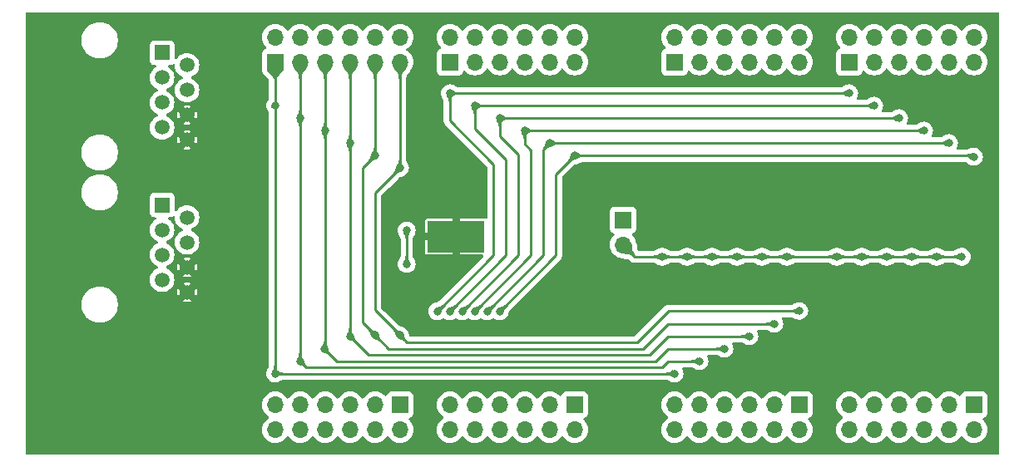
<source format=gbr>
%TF.GenerationSoftware,KiCad,Pcbnew,8.0.2*%
%TF.CreationDate,2025-01-02T13:01:10+01:00*%
%TF.ProjectId,test,74657374-2e6b-4696-9361-645f70636258,rev?*%
%TF.SameCoordinates,Original*%
%TF.FileFunction,Copper,L2,Bot*%
%TF.FilePolarity,Positive*%
%FSLAX46Y46*%
G04 Gerber Fmt 4.6, Leading zero omitted, Abs format (unit mm)*
G04 Created by KiCad (PCBNEW 8.0.2) date 2025-01-02 13:01:10*
%MOMM*%
%LPD*%
G01*
G04 APERTURE LIST*
%TA.AperFunction,ComponentPad*%
%ADD10R,1.500000X1.500000*%
%TD*%
%TA.AperFunction,ComponentPad*%
%ADD11C,1.500000*%
%TD*%
%TA.AperFunction,ComponentPad*%
%ADD12R,1.700000X1.700000*%
%TD*%
%TA.AperFunction,ComponentPad*%
%ADD13O,1.700000X1.700000*%
%TD*%
%TA.AperFunction,ComponentPad*%
%ADD14C,0.600000*%
%TD*%
%TA.AperFunction,SMDPad,CuDef*%
%ADD15R,5.800000X3.200000*%
%TD*%
%TA.AperFunction,ViaPad*%
%ADD16C,0.800000*%
%TD*%
%TA.AperFunction,Conductor*%
%ADD17C,0.250000*%
%TD*%
G04 APERTURE END LIST*
D10*
%TO.P,J2,1*%
%TO.N,/Dout_P*%
X106600000Y-88217500D03*
D11*
%TO.P,J2,2*%
%TO.N,/Dout_N*%
X109140000Y-89487500D03*
%TO.P,J2,3*%
%TO.N,/Cout_N*%
X106600000Y-90757500D03*
%TO.P,J2,4*%
%TO.N,/Cout_P*%
X109140000Y-92027500D03*
%TO.P,J2,5*%
%TO.N,+5V*%
X106600000Y-93297500D03*
%TO.P,J2,6*%
%TO.N,GND*%
X109140000Y-94567500D03*
%TO.P,J2,7*%
%TO.N,+5V*%
X106600000Y-95837500D03*
%TO.P,J2,8*%
%TO.N,GND*%
X109140000Y-97107500D03*
%TD*%
D12*
%TO.P,J3,1,Pin_1*%
%TO.N,+5V*%
X153525000Y-89750000D03*
D13*
%TO.P,J3,2,Pin_2*%
%TO.N,Net-(D10-A)*%
X153525000Y-92290000D03*
%TD*%
D12*
%TO.P,J11,1,Pin_1*%
%TO.N,Net-(D2-K)*%
X189230000Y-108580000D03*
D13*
%TO.P,J11,2,Pin_2*%
%TO.N,+5V*%
X189230000Y-111120000D03*
%TO.P,J11,3,Pin_3*%
%TO.N,Net-(D3-K)*%
X186690000Y-108580000D03*
%TO.P,J11,4,Pin_4*%
%TO.N,+5V*%
X186690000Y-111120000D03*
%TO.P,J11,5,Pin_5*%
%TO.N,Net-(D4-K)*%
X184150000Y-108580000D03*
%TO.P,J11,6,Pin_6*%
%TO.N,+5V*%
X184150000Y-111120000D03*
%TO.P,J11,7,Pin_7*%
%TO.N,Net-(D5-K)*%
X181610000Y-108580000D03*
%TO.P,J11,8,Pin_8*%
%TO.N,+5V*%
X181610000Y-111120000D03*
%TO.P,J11,9,Pin_9*%
%TO.N,Net-(D6-K)*%
X179070000Y-108580000D03*
%TO.P,J11,10,Pin_10*%
%TO.N,+5V*%
X179070000Y-111120000D03*
%TO.P,J11,11,Pin_11*%
%TO.N,Net-(D7-K)*%
X176530000Y-108580000D03*
%TO.P,J11,12,Pin_12*%
%TO.N,+5V*%
X176530000Y-111120000D03*
%TD*%
D12*
%TO.P,J5,1,Pin_1*%
%TO.N,Net-(D7-K)*%
X135890000Y-73665000D03*
D13*
%TO.P,J5,2,Pin_2*%
%TO.N,+5V*%
X135890000Y-71125000D03*
%TO.P,J5,3,Pin_3*%
%TO.N,Net-(D6-K)*%
X138430000Y-73665000D03*
%TO.P,J5,4,Pin_4*%
%TO.N,+5V*%
X138430000Y-71125000D03*
%TO.P,J5,5,Pin_5*%
%TO.N,Net-(D5-K)*%
X140970000Y-73665000D03*
%TO.P,J5,6,Pin_6*%
%TO.N,+5V*%
X140970000Y-71125000D03*
%TO.P,J5,7,Pin_7*%
%TO.N,Net-(D4-K)*%
X143510000Y-73665000D03*
%TO.P,J5,8,Pin_8*%
%TO.N,+5V*%
X143510000Y-71125000D03*
%TO.P,J5,9,Pin_9*%
%TO.N,Net-(D3-K)*%
X146050000Y-73665000D03*
%TO.P,J5,10,Pin_10*%
%TO.N,+5V*%
X146050000Y-71125000D03*
%TO.P,J5,11,Pin_11*%
%TO.N,Net-(D2-K)*%
X148590000Y-73665000D03*
%TO.P,J5,12,Pin_12*%
%TO.N,+5V*%
X148590000Y-71125000D03*
%TD*%
D10*
%TO.P,J1,1*%
%TO.N,/Din_P*%
X106600000Y-72717500D03*
D11*
%TO.P,J1,2*%
%TO.N,/Din_N*%
X109140000Y-73987500D03*
%TO.P,J1,3*%
%TO.N,/Cin_N*%
X106600000Y-75257500D03*
%TO.P,J1,4*%
%TO.N,/Cin_P*%
X109140000Y-76527500D03*
%TO.P,J1,5*%
%TO.N,+5V*%
X106600000Y-77797500D03*
%TO.P,J1,6*%
%TO.N,GND*%
X109140000Y-79067500D03*
%TO.P,J1,7*%
%TO.N,+5V*%
X106600000Y-80337500D03*
%TO.P,J1,8*%
%TO.N,GND*%
X109140000Y-81607500D03*
%TD*%
D12*
%TO.P,J7,1,Pin_1*%
%TO.N,Net-(D7-K)*%
X176530000Y-73665000D03*
D13*
%TO.P,J7,2,Pin_2*%
%TO.N,+5V*%
X176530000Y-71125000D03*
%TO.P,J7,3,Pin_3*%
%TO.N,Net-(D6-K)*%
X179070000Y-73665000D03*
%TO.P,J7,4,Pin_4*%
%TO.N,+5V*%
X179070000Y-71125000D03*
%TO.P,J7,5,Pin_5*%
%TO.N,Net-(D5-K)*%
X181610000Y-73665000D03*
%TO.P,J7,6,Pin_6*%
%TO.N,+5V*%
X181610000Y-71125000D03*
%TO.P,J7,7,Pin_7*%
%TO.N,Net-(D4-K)*%
X184150000Y-73665000D03*
%TO.P,J7,8,Pin_8*%
%TO.N,+5V*%
X184150000Y-71125000D03*
%TO.P,J7,9,Pin_9*%
%TO.N,Net-(D3-K)*%
X186690000Y-73665000D03*
%TO.P,J7,10,Pin_10*%
%TO.N,+5V*%
X186690000Y-71125000D03*
%TO.P,J7,11,Pin_11*%
%TO.N,Net-(D2-K)*%
X189230000Y-73665000D03*
%TO.P,J7,12,Pin_12*%
%TO.N,+5V*%
X189230000Y-71125000D03*
%TD*%
D12*
%TO.P,J6,1,Pin_1*%
%TO.N,Net-(D13-K)*%
X158750000Y-73665000D03*
D13*
%TO.P,J6,2,Pin_2*%
%TO.N,+5V*%
X158750000Y-71125000D03*
%TO.P,J6,3,Pin_3*%
%TO.N,Net-(D12-K)*%
X161290000Y-73665000D03*
%TO.P,J6,4,Pin_4*%
%TO.N,+5V*%
X161290000Y-71125000D03*
%TO.P,J6,5,Pin_5*%
%TO.N,Net-(D11-K)*%
X163830000Y-73665000D03*
%TO.P,J6,6,Pin_6*%
%TO.N,+5V*%
X163830000Y-71125000D03*
%TO.P,J6,7,Pin_7*%
%TO.N,Net-(D10-K)*%
X166370000Y-73665000D03*
%TO.P,J6,8,Pin_8*%
%TO.N,+5V*%
X166370000Y-71125000D03*
%TO.P,J6,9,Pin_9*%
%TO.N,Net-(D9-K)*%
X168910000Y-73665000D03*
%TO.P,J6,10,Pin_10*%
%TO.N,+5V*%
X168910000Y-71125000D03*
%TO.P,J6,11,Pin_11*%
%TO.N,Net-(D8-K)*%
X171450000Y-73665000D03*
%TO.P,J6,12,Pin_12*%
%TO.N,+5V*%
X171450000Y-71125000D03*
%TD*%
D12*
%TO.P,J4,1,Pin_1*%
%TO.N,Net-(D13-K)*%
X118110000Y-73665000D03*
D13*
%TO.P,J4,2,Pin_2*%
%TO.N,+5V*%
X118110000Y-71125000D03*
%TO.P,J4,3,Pin_3*%
%TO.N,Net-(D12-K)*%
X120650000Y-73665000D03*
%TO.P,J4,4,Pin_4*%
%TO.N,+5V*%
X120650000Y-71125000D03*
%TO.P,J4,5,Pin_5*%
%TO.N,Net-(D11-K)*%
X123190000Y-73665000D03*
%TO.P,J4,6,Pin_6*%
%TO.N,+5V*%
X123190000Y-71125000D03*
%TO.P,J4,7,Pin_7*%
%TO.N,Net-(D10-K)*%
X125730000Y-73665000D03*
%TO.P,J4,8,Pin_8*%
%TO.N,+5V*%
X125730000Y-71125000D03*
%TO.P,J4,9,Pin_9*%
%TO.N,Net-(D9-K)*%
X128270000Y-73665000D03*
%TO.P,J4,10,Pin_10*%
%TO.N,+5V*%
X128270000Y-71125000D03*
%TO.P,J4,11,Pin_11*%
%TO.N,Net-(D8-K)*%
X130810000Y-73665000D03*
%TO.P,J4,12,Pin_12*%
%TO.N,+5V*%
X130810000Y-71125000D03*
%TD*%
D12*
%TO.P,J8,1,Pin_1*%
%TO.N,Net-(D8-K)*%
X130810000Y-108580000D03*
D13*
%TO.P,J8,2,Pin_2*%
%TO.N,+5V*%
X130810000Y-111120000D03*
%TO.P,J8,3,Pin_3*%
%TO.N,Net-(D9-K)*%
X128270000Y-108580000D03*
%TO.P,J8,4,Pin_4*%
%TO.N,+5V*%
X128270000Y-111120000D03*
%TO.P,J8,5,Pin_5*%
%TO.N,Net-(D10-K)*%
X125730000Y-108580000D03*
%TO.P,J8,6,Pin_6*%
%TO.N,+5V*%
X125730000Y-111120000D03*
%TO.P,J8,7,Pin_7*%
%TO.N,Net-(D11-K)*%
X123190000Y-108580000D03*
%TO.P,J8,8,Pin_8*%
%TO.N,+5V*%
X123190000Y-111120000D03*
%TO.P,J8,9,Pin_9*%
%TO.N,Net-(D12-K)*%
X120650000Y-108580000D03*
%TO.P,J8,10,Pin_10*%
%TO.N,+5V*%
X120650000Y-111120000D03*
%TO.P,J8,11,Pin_11*%
%TO.N,Net-(D13-K)*%
X118110000Y-108580000D03*
%TO.P,J8,12,Pin_12*%
%TO.N,+5V*%
X118110000Y-111120000D03*
%TD*%
D12*
%TO.P,J10,1,Pin_1*%
%TO.N,Net-(D8-K)*%
X171450000Y-108580000D03*
D13*
%TO.P,J10,2,Pin_2*%
%TO.N,+5V*%
X171450000Y-111120000D03*
%TO.P,J10,3,Pin_3*%
%TO.N,Net-(D9-K)*%
X168910000Y-108580000D03*
%TO.P,J10,4,Pin_4*%
%TO.N,+5V*%
X168910000Y-111120000D03*
%TO.P,J10,5,Pin_5*%
%TO.N,Net-(D10-K)*%
X166370000Y-108580000D03*
%TO.P,J10,6,Pin_6*%
%TO.N,+5V*%
X166370000Y-111120000D03*
%TO.P,J10,7,Pin_7*%
%TO.N,Net-(D11-K)*%
X163830000Y-108580000D03*
%TO.P,J10,8,Pin_8*%
%TO.N,+5V*%
X163830000Y-111120000D03*
%TO.P,J10,9,Pin_9*%
%TO.N,Net-(D12-K)*%
X161290000Y-108580000D03*
%TO.P,J10,10,Pin_10*%
%TO.N,+5V*%
X161290000Y-111120000D03*
%TO.P,J10,11,Pin_11*%
%TO.N,Net-(D13-K)*%
X158750000Y-108580000D03*
%TO.P,J10,12,Pin_12*%
%TO.N,+5V*%
X158750000Y-111120000D03*
%TD*%
D14*
%TO.P,U3,21,GND*%
%TO.N,GND*%
X139125000Y-90140000D03*
X137825000Y-90140000D03*
X136525000Y-90140000D03*
X135225000Y-90140000D03*
X133925000Y-90140000D03*
X139125000Y-91440000D03*
X137825000Y-91440000D03*
X136525000Y-91440000D03*
D15*
X136525000Y-91440000D03*
D14*
X135225000Y-91440000D03*
X133925000Y-91440000D03*
X139125000Y-92740000D03*
X137825000Y-92740000D03*
X136525000Y-92740000D03*
X135225000Y-92740000D03*
X133925000Y-92740000D03*
%TD*%
D12*
%TO.P,J9,1,Pin_1*%
%TO.N,Net-(D2-K)*%
X148590000Y-108580000D03*
D13*
%TO.P,J9,2,Pin_2*%
%TO.N,+5V*%
X148590000Y-111120000D03*
%TO.P,J9,3,Pin_3*%
%TO.N,Net-(D3-K)*%
X146050000Y-108580000D03*
%TO.P,J9,4,Pin_4*%
%TO.N,+5V*%
X146050000Y-111120000D03*
%TO.P,J9,5,Pin_5*%
%TO.N,Net-(D4-K)*%
X143510000Y-108580000D03*
%TO.P,J9,6,Pin_6*%
%TO.N,+5V*%
X143510000Y-111120000D03*
%TO.P,J9,7,Pin_7*%
%TO.N,Net-(D5-K)*%
X140970000Y-108580000D03*
%TO.P,J9,8,Pin_8*%
%TO.N,+5V*%
X140970000Y-111120000D03*
%TO.P,J9,9,Pin_9*%
%TO.N,Net-(D6-K)*%
X138430000Y-108580000D03*
%TO.P,J9,10,Pin_10*%
%TO.N,+5V*%
X138430000Y-111120000D03*
%TO.P,J9,11,Pin_11*%
%TO.N,Net-(D7-K)*%
X135890000Y-108580000D03*
%TO.P,J9,12,Pin_12*%
%TO.N,+5V*%
X135890000Y-111120000D03*
%TD*%
D16*
%TO.N,GND*%
X116750000Y-95750000D03*
X116500000Y-100000000D03*
X116500000Y-99000000D03*
X130500000Y-89535000D03*
X116500000Y-98000000D03*
X100065000Y-107500000D03*
X129500000Y-95250000D03*
X115750000Y-95750000D03*
X129500000Y-96250000D03*
X129500000Y-94250000D03*
X131465000Y-89535000D03*
X129500000Y-89535000D03*
X144780000Y-97155000D03*
%TO.N,Net-(D2-K)*%
X140970000Y-99060000D03*
X148590000Y-83185000D03*
X189230000Y-83312000D03*
%TO.N,Net-(D3-K)*%
X146050000Y-81915000D03*
X139700000Y-99060000D03*
X186690000Y-81915000D03*
%TO.N,Net-(D4-K)*%
X184150000Y-80645000D03*
X143510000Y-80645000D03*
X138430000Y-99060000D03*
%TO.N,Net-(D5-K)*%
X137160000Y-99060000D03*
X140970000Y-79375000D03*
X181610000Y-79375000D03*
%TO.N,Net-(D6-K)*%
X135890000Y-99060000D03*
X138430000Y-78105000D03*
X179070000Y-78105000D03*
%TO.N,Net-(D7-K)*%
X134620000Y-99060000D03*
X135890000Y-76835000D03*
X176530000Y-76835000D03*
%TO.N,Net-(D8-K)*%
X130810000Y-101500000D03*
X171450000Y-99022500D03*
X130810000Y-84455000D03*
%TO.N,Net-(D9-K)*%
X128270000Y-101500000D03*
X168910000Y-100330000D03*
X128270000Y-83185000D03*
%TO.N,Net-(D10-K)*%
X125730000Y-81915000D03*
X166370000Y-101600000D03*
X125730000Y-101600000D03*
%TO.N,Net-(D10-A)*%
X167640000Y-93500000D03*
X170180000Y-93500000D03*
X162560000Y-93500000D03*
X182880000Y-93500000D03*
X177800000Y-93500000D03*
X160020000Y-93500000D03*
X165100000Y-93500000D03*
X175260000Y-93500000D03*
X188000000Y-93500000D03*
X180340000Y-93500000D03*
X185420000Y-93500000D03*
X157480000Y-93500000D03*
%TO.N,Net-(D11-K)*%
X163830000Y-102870000D03*
X123190000Y-80645000D03*
X123115000Y-102907500D03*
%TO.N,Net-(D12-K)*%
X120650000Y-79375000D03*
X120650000Y-104140000D03*
X161290000Y-104140000D03*
%TO.N,Net-(D13-K)*%
X118110000Y-78105000D03*
X118110000Y-105410000D03*
X158750000Y-105410000D03*
%TO.N,Net-(U2-DIN2)*%
X131500000Y-90805000D03*
X131500000Y-94250000D03*
%TD*%
D17*
%TO.N,Net-(D7-K)*%
X140335000Y-84085000D02*
X135890000Y-79640000D01*
X135890000Y-79640000D02*
X135890000Y-76835000D01*
X134620000Y-99060000D02*
X140335000Y-93345000D01*
X140335000Y-93345000D02*
X140335000Y-84085000D01*
%TO.N,Net-(D6-K)*%
X138430000Y-80430000D02*
X138430000Y-78105000D01*
X141605000Y-83605000D02*
X138430000Y-80430000D01*
X135890000Y-99060000D02*
X141605000Y-93345000D01*
X141605000Y-93345000D02*
X141605000Y-83605000D01*
%TO.N,Net-(D5-K)*%
X142875000Y-93345000D02*
X142875000Y-83125000D01*
X142875000Y-83125000D02*
X140970000Y-81220000D01*
X140970000Y-81220000D02*
X140970000Y-79375000D01*
X137160000Y-99060000D02*
X142875000Y-93345000D01*
%TO.N,Net-(D4-K)*%
X144145000Y-82645000D02*
X143510000Y-82010000D01*
X144145000Y-93345000D02*
X144145000Y-82645000D01*
X138430000Y-99060000D02*
X144145000Y-93345000D01*
X143510000Y-82010000D02*
X143510000Y-80645000D01*
%TO.N,Net-(D3-K)*%
X145415000Y-82550000D02*
X146050000Y-81915000D01*
X145415000Y-93345000D02*
X145415000Y-82550000D01*
X139700000Y-99060000D02*
X145415000Y-93345000D01*
%TO.N,Net-(D8-K)*%
X128250000Y-87015000D02*
X130810000Y-84455000D01*
X128250000Y-98940000D02*
X128250000Y-87015000D01*
X130810000Y-101500000D02*
X128250000Y-98940000D01*
%TO.N,Net-(U2-DIN2)*%
X131500000Y-90805000D02*
X131500000Y-94250000D01*
%TO.N,Net-(D8-K)*%
X130810000Y-101500000D02*
X131545000Y-102235000D01*
X154940000Y-102235000D02*
X158152500Y-99022500D01*
X131545000Y-102235000D02*
X154940000Y-102235000D01*
X158152500Y-99022500D02*
X171450000Y-99022500D01*
%TO.N,Net-(D9-K)*%
X158115000Y-100330000D02*
X168910000Y-100330000D01*
X155575000Y-102870000D02*
X158115000Y-100330000D01*
X129640000Y-102870000D02*
X155575000Y-102870000D01*
X128270000Y-101500000D02*
X129640000Y-102870000D01*
X127000000Y-84455000D02*
X128270000Y-83185000D01*
X127000000Y-100230000D02*
X127000000Y-84455000D01*
X128270000Y-101500000D02*
X127000000Y-100230000D01*
%TO.N,Net-(D2-K)*%
X148590000Y-83185000D02*
X189103000Y-83185000D01*
X189103000Y-83185000D02*
X189230000Y-83312000D01*
%TO.N,Net-(D3-K)*%
X146050000Y-81915000D02*
X186690000Y-81915000D01*
%TO.N,Net-(D4-K)*%
X143510000Y-80645000D02*
X184150000Y-80645000D01*
%TO.N,Net-(D5-K)*%
X181610000Y-79375000D02*
X140970000Y-79375000D01*
%TO.N,Net-(D6-K)*%
X179070000Y-78105000D02*
X138430000Y-78105000D01*
%TO.N,Net-(D7-K)*%
X135890000Y-76835000D02*
X176530000Y-76835000D01*
%TO.N,Net-(D8-K)*%
X130810000Y-74295000D02*
X130810000Y-84455000D01*
%TO.N,Net-(D9-K)*%
X128270000Y-83185000D02*
X128270000Y-74295000D01*
%TO.N,Net-(D10-K)*%
X166370000Y-101600000D02*
X158115000Y-101600000D01*
X158115000Y-101600000D02*
X156210000Y-103505000D01*
X125730000Y-101600000D02*
X125730000Y-81915000D01*
X127635000Y-103505000D02*
X125730000Y-101600000D01*
X125730000Y-74295000D02*
X125730000Y-81915000D01*
X156210000Y-103505000D02*
X127635000Y-103505000D01*
%TO.N,Net-(D10-A)*%
X154735000Y-93500000D02*
X157480000Y-93500000D01*
X170180000Y-93500000D02*
X175260000Y-93500000D01*
X167640000Y-93500000D02*
X170180000Y-93500000D01*
X182880000Y-93500000D02*
X185420000Y-93500000D01*
X185420000Y-93500000D02*
X188000000Y-93500000D01*
X165100000Y-93500000D02*
X167640000Y-93500000D01*
X177800000Y-93500000D02*
X180340000Y-93500000D01*
X162560000Y-93500000D02*
X165100000Y-93500000D01*
X153525000Y-92290000D02*
X154735000Y-93500000D01*
X175260000Y-93500000D02*
X177800000Y-93500000D01*
X160020000Y-93500000D02*
X162560000Y-93500000D01*
X157480000Y-93500000D02*
X160020000Y-93500000D01*
X180340000Y-93500000D02*
X182880000Y-93500000D01*
%TO.N,Net-(D11-K)*%
X123190000Y-74295000D02*
X123190000Y-80645000D01*
X124385000Y-104177500D02*
X123115000Y-102907500D01*
X156844651Y-104140000D02*
X124385000Y-104140000D01*
X158114651Y-102870000D02*
X156844651Y-104140000D01*
X123115000Y-102907500D02*
X123190000Y-102832500D01*
X163830000Y-102870000D02*
X158114651Y-102870000D01*
X123190000Y-102795000D02*
X123190000Y-80645000D01*
%TO.N,Net-(D12-K)*%
X120650000Y-104140000D02*
X121285000Y-104775000D01*
X121285000Y-104775000D02*
X157480000Y-104775000D01*
X120650000Y-79375000D02*
X120650000Y-74295000D01*
X120650000Y-79375000D02*
X120650000Y-104140000D01*
X157480000Y-104775000D02*
X158115000Y-104140000D01*
X158115000Y-104140000D02*
X161290000Y-104140000D01*
%TO.N,Net-(D13-K)*%
X158750000Y-105410000D02*
X118110000Y-105410000D01*
X118110000Y-74295000D02*
X118110000Y-105410000D01*
%TO.N,Net-(D2-K)*%
X146685000Y-85090000D02*
X148590000Y-83185000D01*
X146685000Y-93345000D02*
X146685000Y-85090000D01*
X140970000Y-99060000D02*
X146685000Y-93345000D01*
%TD*%
%TA.AperFunction,Conductor*%
%TO.N,GND*%
G36*
X191713039Y-68599685D02*
G01*
X191758794Y-68652489D01*
X191770000Y-68704000D01*
X191770000Y-113541000D01*
X191750315Y-113608039D01*
X191697511Y-113653794D01*
X191646000Y-113665000D01*
X92834000Y-113665000D01*
X92766961Y-113645315D01*
X92721206Y-113592511D01*
X92710000Y-113541000D01*
X92710000Y-108579999D01*
X116754341Y-108579999D01*
X116754341Y-108580000D01*
X116774936Y-108815403D01*
X116774938Y-108815413D01*
X116836094Y-109043655D01*
X116836096Y-109043659D01*
X116836097Y-109043663D01*
X116840000Y-109052032D01*
X116935965Y-109257830D01*
X116935967Y-109257834D01*
X117044281Y-109412521D01*
X117071501Y-109451396D01*
X117071506Y-109451402D01*
X117238597Y-109618493D01*
X117238603Y-109618498D01*
X117424158Y-109748425D01*
X117467783Y-109803002D01*
X117474977Y-109872500D01*
X117443454Y-109934855D01*
X117424158Y-109951575D01*
X117238597Y-110081505D01*
X117071505Y-110248597D01*
X116935965Y-110442169D01*
X116935964Y-110442171D01*
X116836098Y-110656335D01*
X116836094Y-110656344D01*
X116774938Y-110884586D01*
X116774936Y-110884596D01*
X116754341Y-111119999D01*
X116754341Y-111120000D01*
X116774936Y-111355403D01*
X116774938Y-111355413D01*
X116836094Y-111583655D01*
X116836096Y-111583659D01*
X116836097Y-111583663D01*
X116840000Y-111592032D01*
X116935965Y-111797830D01*
X116935967Y-111797834D01*
X117044281Y-111952521D01*
X117071505Y-111991401D01*
X117238599Y-112158495D01*
X117335384Y-112226265D01*
X117432165Y-112294032D01*
X117432167Y-112294033D01*
X117432170Y-112294035D01*
X117646337Y-112393903D01*
X117874592Y-112455063D01*
X118062918Y-112471539D01*
X118109999Y-112475659D01*
X118110000Y-112475659D01*
X118110001Y-112475659D01*
X118149234Y-112472226D01*
X118345408Y-112455063D01*
X118573663Y-112393903D01*
X118787830Y-112294035D01*
X118981401Y-112158495D01*
X119148495Y-111991401D01*
X119278425Y-111805842D01*
X119333002Y-111762217D01*
X119402500Y-111755023D01*
X119464855Y-111786546D01*
X119481575Y-111805842D01*
X119611500Y-111991395D01*
X119611505Y-111991401D01*
X119778599Y-112158495D01*
X119875384Y-112226265D01*
X119972165Y-112294032D01*
X119972167Y-112294033D01*
X119972170Y-112294035D01*
X120186337Y-112393903D01*
X120414592Y-112455063D01*
X120602918Y-112471539D01*
X120649999Y-112475659D01*
X120650000Y-112475659D01*
X120650001Y-112475659D01*
X120689234Y-112472226D01*
X120885408Y-112455063D01*
X121113663Y-112393903D01*
X121327830Y-112294035D01*
X121521401Y-112158495D01*
X121688495Y-111991401D01*
X121818425Y-111805842D01*
X121873002Y-111762217D01*
X121942500Y-111755023D01*
X122004855Y-111786546D01*
X122021575Y-111805842D01*
X122151500Y-111991395D01*
X122151505Y-111991401D01*
X122318599Y-112158495D01*
X122415384Y-112226265D01*
X122512165Y-112294032D01*
X122512167Y-112294033D01*
X122512170Y-112294035D01*
X122726337Y-112393903D01*
X122954592Y-112455063D01*
X123142918Y-112471539D01*
X123189999Y-112475659D01*
X123190000Y-112475659D01*
X123190001Y-112475659D01*
X123229234Y-112472226D01*
X123425408Y-112455063D01*
X123653663Y-112393903D01*
X123867830Y-112294035D01*
X124061401Y-112158495D01*
X124228495Y-111991401D01*
X124358425Y-111805842D01*
X124413002Y-111762217D01*
X124482500Y-111755023D01*
X124544855Y-111786546D01*
X124561575Y-111805842D01*
X124691500Y-111991395D01*
X124691505Y-111991401D01*
X124858599Y-112158495D01*
X124955384Y-112226265D01*
X125052165Y-112294032D01*
X125052167Y-112294033D01*
X125052170Y-112294035D01*
X125266337Y-112393903D01*
X125494592Y-112455063D01*
X125682918Y-112471539D01*
X125729999Y-112475659D01*
X125730000Y-112475659D01*
X125730001Y-112475659D01*
X125769234Y-112472226D01*
X125965408Y-112455063D01*
X126193663Y-112393903D01*
X126407830Y-112294035D01*
X126601401Y-112158495D01*
X126768495Y-111991401D01*
X126898425Y-111805842D01*
X126953002Y-111762217D01*
X127022500Y-111755023D01*
X127084855Y-111786546D01*
X127101575Y-111805842D01*
X127231500Y-111991395D01*
X127231505Y-111991401D01*
X127398599Y-112158495D01*
X127495384Y-112226265D01*
X127592165Y-112294032D01*
X127592167Y-112294033D01*
X127592170Y-112294035D01*
X127806337Y-112393903D01*
X128034592Y-112455063D01*
X128222918Y-112471539D01*
X128269999Y-112475659D01*
X128270000Y-112475659D01*
X128270001Y-112475659D01*
X128309234Y-112472226D01*
X128505408Y-112455063D01*
X128733663Y-112393903D01*
X128947830Y-112294035D01*
X129141401Y-112158495D01*
X129308495Y-111991401D01*
X129438425Y-111805842D01*
X129493002Y-111762217D01*
X129562500Y-111755023D01*
X129624855Y-111786546D01*
X129641575Y-111805842D01*
X129771500Y-111991395D01*
X129771505Y-111991401D01*
X129938599Y-112158495D01*
X130035384Y-112226265D01*
X130132165Y-112294032D01*
X130132167Y-112294033D01*
X130132170Y-112294035D01*
X130346337Y-112393903D01*
X130574592Y-112455063D01*
X130762918Y-112471539D01*
X130809999Y-112475659D01*
X130810000Y-112475659D01*
X130810001Y-112475659D01*
X130849234Y-112472226D01*
X131045408Y-112455063D01*
X131273663Y-112393903D01*
X131487830Y-112294035D01*
X131681401Y-112158495D01*
X131848495Y-111991401D01*
X131984035Y-111797830D01*
X132083903Y-111583663D01*
X132145063Y-111355408D01*
X132165659Y-111120000D01*
X132145063Y-110884592D01*
X132083903Y-110656337D01*
X131984035Y-110442171D01*
X131978424Y-110434158D01*
X131848496Y-110248600D01*
X131848493Y-110248597D01*
X131726567Y-110126671D01*
X131693084Y-110065351D01*
X131698068Y-109995659D01*
X131739939Y-109939725D01*
X131770915Y-109922810D01*
X131902331Y-109873796D01*
X132017546Y-109787546D01*
X132103796Y-109672331D01*
X132154091Y-109537483D01*
X132160500Y-109477873D01*
X132160499Y-108579999D01*
X134534341Y-108579999D01*
X134534341Y-108580000D01*
X134554936Y-108815403D01*
X134554938Y-108815413D01*
X134616094Y-109043655D01*
X134616096Y-109043659D01*
X134616097Y-109043663D01*
X134620000Y-109052032D01*
X134715965Y-109257830D01*
X134715967Y-109257834D01*
X134824281Y-109412521D01*
X134851501Y-109451396D01*
X134851506Y-109451402D01*
X135018597Y-109618493D01*
X135018603Y-109618498D01*
X135204158Y-109748425D01*
X135247783Y-109803002D01*
X135254977Y-109872500D01*
X135223454Y-109934855D01*
X135204158Y-109951575D01*
X135018597Y-110081505D01*
X134851505Y-110248597D01*
X134715965Y-110442169D01*
X134715964Y-110442171D01*
X134616098Y-110656335D01*
X134616094Y-110656344D01*
X134554938Y-110884586D01*
X134554936Y-110884596D01*
X134534341Y-111119999D01*
X134534341Y-111120000D01*
X134554936Y-111355403D01*
X134554938Y-111355413D01*
X134616094Y-111583655D01*
X134616096Y-111583659D01*
X134616097Y-111583663D01*
X134620000Y-111592032D01*
X134715965Y-111797830D01*
X134715967Y-111797834D01*
X134824281Y-111952521D01*
X134851505Y-111991401D01*
X135018599Y-112158495D01*
X135115384Y-112226265D01*
X135212165Y-112294032D01*
X135212167Y-112294033D01*
X135212170Y-112294035D01*
X135426337Y-112393903D01*
X135654592Y-112455063D01*
X135842918Y-112471539D01*
X135889999Y-112475659D01*
X135890000Y-112475659D01*
X135890001Y-112475659D01*
X135929234Y-112472226D01*
X136125408Y-112455063D01*
X136353663Y-112393903D01*
X136567830Y-112294035D01*
X136761401Y-112158495D01*
X136928495Y-111991401D01*
X137058425Y-111805842D01*
X137113002Y-111762217D01*
X137182500Y-111755023D01*
X137244855Y-111786546D01*
X137261575Y-111805842D01*
X137391500Y-111991395D01*
X137391505Y-111991401D01*
X137558599Y-112158495D01*
X137655384Y-112226265D01*
X137752165Y-112294032D01*
X137752167Y-112294033D01*
X137752170Y-112294035D01*
X137966337Y-112393903D01*
X138194592Y-112455063D01*
X138382918Y-112471539D01*
X138429999Y-112475659D01*
X138430000Y-112475659D01*
X138430001Y-112475659D01*
X138469234Y-112472226D01*
X138665408Y-112455063D01*
X138893663Y-112393903D01*
X139107830Y-112294035D01*
X139301401Y-112158495D01*
X139468495Y-111991401D01*
X139598425Y-111805842D01*
X139653002Y-111762217D01*
X139722500Y-111755023D01*
X139784855Y-111786546D01*
X139801575Y-111805842D01*
X139931500Y-111991395D01*
X139931505Y-111991401D01*
X140098599Y-112158495D01*
X140195384Y-112226265D01*
X140292165Y-112294032D01*
X140292167Y-112294033D01*
X140292170Y-112294035D01*
X140506337Y-112393903D01*
X140734592Y-112455063D01*
X140922918Y-112471539D01*
X140969999Y-112475659D01*
X140970000Y-112475659D01*
X140970001Y-112475659D01*
X141009234Y-112472226D01*
X141205408Y-112455063D01*
X141433663Y-112393903D01*
X141647830Y-112294035D01*
X141841401Y-112158495D01*
X142008495Y-111991401D01*
X142138425Y-111805842D01*
X142193002Y-111762217D01*
X142262500Y-111755023D01*
X142324855Y-111786546D01*
X142341575Y-111805842D01*
X142471500Y-111991395D01*
X142471505Y-111991401D01*
X142638599Y-112158495D01*
X142735384Y-112226265D01*
X142832165Y-112294032D01*
X142832167Y-112294033D01*
X142832170Y-112294035D01*
X143046337Y-112393903D01*
X143274592Y-112455063D01*
X143462918Y-112471539D01*
X143509999Y-112475659D01*
X143510000Y-112475659D01*
X143510001Y-112475659D01*
X143549234Y-112472226D01*
X143745408Y-112455063D01*
X143973663Y-112393903D01*
X144187830Y-112294035D01*
X144381401Y-112158495D01*
X144548495Y-111991401D01*
X144678425Y-111805842D01*
X144733002Y-111762217D01*
X144802500Y-111755023D01*
X144864855Y-111786546D01*
X144881575Y-111805842D01*
X145011500Y-111991395D01*
X145011505Y-111991401D01*
X145178599Y-112158495D01*
X145275384Y-112226265D01*
X145372165Y-112294032D01*
X145372167Y-112294033D01*
X145372170Y-112294035D01*
X145586337Y-112393903D01*
X145814592Y-112455063D01*
X146002918Y-112471539D01*
X146049999Y-112475659D01*
X146050000Y-112475659D01*
X146050001Y-112475659D01*
X146089234Y-112472226D01*
X146285408Y-112455063D01*
X146513663Y-112393903D01*
X146727830Y-112294035D01*
X146921401Y-112158495D01*
X147088495Y-111991401D01*
X147218425Y-111805842D01*
X147273002Y-111762217D01*
X147342500Y-111755023D01*
X147404855Y-111786546D01*
X147421575Y-111805842D01*
X147551500Y-111991395D01*
X147551505Y-111991401D01*
X147718599Y-112158495D01*
X147815384Y-112226265D01*
X147912165Y-112294032D01*
X147912167Y-112294033D01*
X147912170Y-112294035D01*
X148126337Y-112393903D01*
X148354592Y-112455063D01*
X148542918Y-112471539D01*
X148589999Y-112475659D01*
X148590000Y-112475659D01*
X148590001Y-112475659D01*
X148629234Y-112472226D01*
X148825408Y-112455063D01*
X149053663Y-112393903D01*
X149267830Y-112294035D01*
X149461401Y-112158495D01*
X149628495Y-111991401D01*
X149764035Y-111797830D01*
X149863903Y-111583663D01*
X149925063Y-111355408D01*
X149945659Y-111120000D01*
X149925063Y-110884592D01*
X149863903Y-110656337D01*
X149764035Y-110442171D01*
X149758424Y-110434158D01*
X149628496Y-110248600D01*
X149628493Y-110248597D01*
X149506567Y-110126671D01*
X149473084Y-110065351D01*
X149478068Y-109995659D01*
X149519939Y-109939725D01*
X149550915Y-109922810D01*
X149682331Y-109873796D01*
X149797546Y-109787546D01*
X149883796Y-109672331D01*
X149934091Y-109537483D01*
X149940500Y-109477873D01*
X149940499Y-108579999D01*
X157394341Y-108579999D01*
X157394341Y-108580000D01*
X157414936Y-108815403D01*
X157414938Y-108815413D01*
X157476094Y-109043655D01*
X157476096Y-109043659D01*
X157476097Y-109043663D01*
X157480000Y-109052032D01*
X157575965Y-109257830D01*
X157575967Y-109257834D01*
X157684281Y-109412521D01*
X157711501Y-109451396D01*
X157711506Y-109451402D01*
X157878597Y-109618493D01*
X157878603Y-109618498D01*
X158064158Y-109748425D01*
X158107783Y-109803002D01*
X158114977Y-109872500D01*
X158083454Y-109934855D01*
X158064158Y-109951575D01*
X157878597Y-110081505D01*
X157711505Y-110248597D01*
X157575965Y-110442169D01*
X157575964Y-110442171D01*
X157476098Y-110656335D01*
X157476094Y-110656344D01*
X157414938Y-110884586D01*
X157414936Y-110884596D01*
X157394341Y-111119999D01*
X157394341Y-111120000D01*
X157414936Y-111355403D01*
X157414938Y-111355413D01*
X157476094Y-111583655D01*
X157476096Y-111583659D01*
X157476097Y-111583663D01*
X157480000Y-111592032D01*
X157575965Y-111797830D01*
X157575967Y-111797834D01*
X157684281Y-111952521D01*
X157711505Y-111991401D01*
X157878599Y-112158495D01*
X157975384Y-112226265D01*
X158072165Y-112294032D01*
X158072167Y-112294033D01*
X158072170Y-112294035D01*
X158286337Y-112393903D01*
X158514592Y-112455063D01*
X158702918Y-112471539D01*
X158749999Y-112475659D01*
X158750000Y-112475659D01*
X158750001Y-112475659D01*
X158789234Y-112472226D01*
X158985408Y-112455063D01*
X159213663Y-112393903D01*
X159427830Y-112294035D01*
X159621401Y-112158495D01*
X159788495Y-111991401D01*
X159918425Y-111805842D01*
X159973002Y-111762217D01*
X160042500Y-111755023D01*
X160104855Y-111786546D01*
X160121575Y-111805842D01*
X160251500Y-111991395D01*
X160251505Y-111991401D01*
X160418599Y-112158495D01*
X160515384Y-112226265D01*
X160612165Y-112294032D01*
X160612167Y-112294033D01*
X160612170Y-112294035D01*
X160826337Y-112393903D01*
X161054592Y-112455063D01*
X161242918Y-112471539D01*
X161289999Y-112475659D01*
X161290000Y-112475659D01*
X161290001Y-112475659D01*
X161329234Y-112472226D01*
X161525408Y-112455063D01*
X161753663Y-112393903D01*
X161967830Y-112294035D01*
X162161401Y-112158495D01*
X162328495Y-111991401D01*
X162458425Y-111805842D01*
X162513002Y-111762217D01*
X162582500Y-111755023D01*
X162644855Y-111786546D01*
X162661575Y-111805842D01*
X162791500Y-111991395D01*
X162791505Y-111991401D01*
X162958599Y-112158495D01*
X163055384Y-112226265D01*
X163152165Y-112294032D01*
X163152167Y-112294033D01*
X163152170Y-112294035D01*
X163366337Y-112393903D01*
X163594592Y-112455063D01*
X163782918Y-112471539D01*
X163829999Y-112475659D01*
X163830000Y-112475659D01*
X163830001Y-112475659D01*
X163869234Y-112472226D01*
X164065408Y-112455063D01*
X164293663Y-112393903D01*
X164507830Y-112294035D01*
X164701401Y-112158495D01*
X164868495Y-111991401D01*
X164998425Y-111805842D01*
X165053002Y-111762217D01*
X165122500Y-111755023D01*
X165184855Y-111786546D01*
X165201575Y-111805842D01*
X165331500Y-111991395D01*
X165331505Y-111991401D01*
X165498599Y-112158495D01*
X165595384Y-112226265D01*
X165692165Y-112294032D01*
X165692167Y-112294033D01*
X165692170Y-112294035D01*
X165906337Y-112393903D01*
X166134592Y-112455063D01*
X166322918Y-112471539D01*
X166369999Y-112475659D01*
X166370000Y-112475659D01*
X166370001Y-112475659D01*
X166409234Y-112472226D01*
X166605408Y-112455063D01*
X166833663Y-112393903D01*
X167047830Y-112294035D01*
X167241401Y-112158495D01*
X167408495Y-111991401D01*
X167538425Y-111805842D01*
X167593002Y-111762217D01*
X167662500Y-111755023D01*
X167724855Y-111786546D01*
X167741575Y-111805842D01*
X167871500Y-111991395D01*
X167871505Y-111991401D01*
X168038599Y-112158495D01*
X168135384Y-112226265D01*
X168232165Y-112294032D01*
X168232167Y-112294033D01*
X168232170Y-112294035D01*
X168446337Y-112393903D01*
X168674592Y-112455063D01*
X168862918Y-112471539D01*
X168909999Y-112475659D01*
X168910000Y-112475659D01*
X168910001Y-112475659D01*
X168949234Y-112472226D01*
X169145408Y-112455063D01*
X169373663Y-112393903D01*
X169587830Y-112294035D01*
X169781401Y-112158495D01*
X169948495Y-111991401D01*
X170078425Y-111805842D01*
X170133002Y-111762217D01*
X170202500Y-111755023D01*
X170264855Y-111786546D01*
X170281575Y-111805842D01*
X170411500Y-111991395D01*
X170411505Y-111991401D01*
X170578599Y-112158495D01*
X170675384Y-112226265D01*
X170772165Y-112294032D01*
X170772167Y-112294033D01*
X170772170Y-112294035D01*
X170986337Y-112393903D01*
X171214592Y-112455063D01*
X171402918Y-112471539D01*
X171449999Y-112475659D01*
X171450000Y-112475659D01*
X171450001Y-112475659D01*
X171489234Y-112472226D01*
X171685408Y-112455063D01*
X171913663Y-112393903D01*
X172127830Y-112294035D01*
X172321401Y-112158495D01*
X172488495Y-111991401D01*
X172624035Y-111797830D01*
X172723903Y-111583663D01*
X172785063Y-111355408D01*
X172805659Y-111120000D01*
X172785063Y-110884592D01*
X172723903Y-110656337D01*
X172624035Y-110442171D01*
X172618424Y-110434158D01*
X172488496Y-110248600D01*
X172488493Y-110248597D01*
X172366567Y-110126671D01*
X172333084Y-110065351D01*
X172338068Y-109995659D01*
X172379939Y-109939725D01*
X172410915Y-109922810D01*
X172542331Y-109873796D01*
X172657546Y-109787546D01*
X172743796Y-109672331D01*
X172794091Y-109537483D01*
X172800500Y-109477873D01*
X172800499Y-108579999D01*
X175174341Y-108579999D01*
X175174341Y-108580000D01*
X175194936Y-108815403D01*
X175194938Y-108815413D01*
X175256094Y-109043655D01*
X175256096Y-109043659D01*
X175256097Y-109043663D01*
X175260000Y-109052032D01*
X175355965Y-109257830D01*
X175355967Y-109257834D01*
X175464281Y-109412521D01*
X175491501Y-109451396D01*
X175491506Y-109451402D01*
X175658597Y-109618493D01*
X175658603Y-109618498D01*
X175844158Y-109748425D01*
X175887783Y-109803002D01*
X175894977Y-109872500D01*
X175863454Y-109934855D01*
X175844158Y-109951575D01*
X175658597Y-110081505D01*
X175491505Y-110248597D01*
X175355965Y-110442169D01*
X175355964Y-110442171D01*
X175256098Y-110656335D01*
X175256094Y-110656344D01*
X175194938Y-110884586D01*
X175194936Y-110884596D01*
X175174341Y-111119999D01*
X175174341Y-111120000D01*
X175194936Y-111355403D01*
X175194938Y-111355413D01*
X175256094Y-111583655D01*
X175256096Y-111583659D01*
X175256097Y-111583663D01*
X175260000Y-111592032D01*
X175355965Y-111797830D01*
X175355967Y-111797834D01*
X175464281Y-111952521D01*
X175491505Y-111991401D01*
X175658599Y-112158495D01*
X175755384Y-112226265D01*
X175852165Y-112294032D01*
X175852167Y-112294033D01*
X175852170Y-112294035D01*
X176066337Y-112393903D01*
X176294592Y-112455063D01*
X176482918Y-112471539D01*
X176529999Y-112475659D01*
X176530000Y-112475659D01*
X176530001Y-112475659D01*
X176569234Y-112472226D01*
X176765408Y-112455063D01*
X176993663Y-112393903D01*
X177207830Y-112294035D01*
X177401401Y-112158495D01*
X177568495Y-111991401D01*
X177698425Y-111805842D01*
X177753002Y-111762217D01*
X177822500Y-111755023D01*
X177884855Y-111786546D01*
X177901575Y-111805842D01*
X178031500Y-111991395D01*
X178031505Y-111991401D01*
X178198599Y-112158495D01*
X178295384Y-112226265D01*
X178392165Y-112294032D01*
X178392167Y-112294033D01*
X178392170Y-112294035D01*
X178606337Y-112393903D01*
X178834592Y-112455063D01*
X179022918Y-112471539D01*
X179069999Y-112475659D01*
X179070000Y-112475659D01*
X179070001Y-112475659D01*
X179109234Y-112472226D01*
X179305408Y-112455063D01*
X179533663Y-112393903D01*
X179747830Y-112294035D01*
X179941401Y-112158495D01*
X180108495Y-111991401D01*
X180238425Y-111805842D01*
X180293002Y-111762217D01*
X180362500Y-111755023D01*
X180424855Y-111786546D01*
X180441575Y-111805842D01*
X180571500Y-111991395D01*
X180571505Y-111991401D01*
X180738599Y-112158495D01*
X180835384Y-112226265D01*
X180932165Y-112294032D01*
X180932167Y-112294033D01*
X180932170Y-112294035D01*
X181146337Y-112393903D01*
X181374592Y-112455063D01*
X181562918Y-112471539D01*
X181609999Y-112475659D01*
X181610000Y-112475659D01*
X181610001Y-112475659D01*
X181649234Y-112472226D01*
X181845408Y-112455063D01*
X182073663Y-112393903D01*
X182287830Y-112294035D01*
X182481401Y-112158495D01*
X182648495Y-111991401D01*
X182778425Y-111805842D01*
X182833002Y-111762217D01*
X182902500Y-111755023D01*
X182964855Y-111786546D01*
X182981575Y-111805842D01*
X183111500Y-111991395D01*
X183111505Y-111991401D01*
X183278599Y-112158495D01*
X183375384Y-112226265D01*
X183472165Y-112294032D01*
X183472167Y-112294033D01*
X183472170Y-112294035D01*
X183686337Y-112393903D01*
X183914592Y-112455063D01*
X184102918Y-112471539D01*
X184149999Y-112475659D01*
X184150000Y-112475659D01*
X184150001Y-112475659D01*
X184189234Y-112472226D01*
X184385408Y-112455063D01*
X184613663Y-112393903D01*
X184827830Y-112294035D01*
X185021401Y-112158495D01*
X185188495Y-111991401D01*
X185318425Y-111805842D01*
X185373002Y-111762217D01*
X185442500Y-111755023D01*
X185504855Y-111786546D01*
X185521575Y-111805842D01*
X185651500Y-111991395D01*
X185651505Y-111991401D01*
X185818599Y-112158495D01*
X185915384Y-112226265D01*
X186012165Y-112294032D01*
X186012167Y-112294033D01*
X186012170Y-112294035D01*
X186226337Y-112393903D01*
X186454592Y-112455063D01*
X186642918Y-112471539D01*
X186689999Y-112475659D01*
X186690000Y-112475659D01*
X186690001Y-112475659D01*
X186729234Y-112472226D01*
X186925408Y-112455063D01*
X187153663Y-112393903D01*
X187367830Y-112294035D01*
X187561401Y-112158495D01*
X187728495Y-111991401D01*
X187858425Y-111805842D01*
X187913002Y-111762217D01*
X187982500Y-111755023D01*
X188044855Y-111786546D01*
X188061575Y-111805842D01*
X188191500Y-111991395D01*
X188191505Y-111991401D01*
X188358599Y-112158495D01*
X188455384Y-112226265D01*
X188552165Y-112294032D01*
X188552167Y-112294033D01*
X188552170Y-112294035D01*
X188766337Y-112393903D01*
X188994592Y-112455063D01*
X189182918Y-112471539D01*
X189229999Y-112475659D01*
X189230000Y-112475659D01*
X189230001Y-112475659D01*
X189269234Y-112472226D01*
X189465408Y-112455063D01*
X189693663Y-112393903D01*
X189907830Y-112294035D01*
X190101401Y-112158495D01*
X190268495Y-111991401D01*
X190404035Y-111797830D01*
X190503903Y-111583663D01*
X190565063Y-111355408D01*
X190585659Y-111120000D01*
X190565063Y-110884592D01*
X190503903Y-110656337D01*
X190404035Y-110442171D01*
X190398424Y-110434158D01*
X190268496Y-110248600D01*
X190268493Y-110248597D01*
X190146567Y-110126671D01*
X190113084Y-110065351D01*
X190118068Y-109995659D01*
X190159939Y-109939725D01*
X190190915Y-109922810D01*
X190322331Y-109873796D01*
X190437546Y-109787546D01*
X190523796Y-109672331D01*
X190574091Y-109537483D01*
X190580500Y-109477873D01*
X190580499Y-107682128D01*
X190574091Y-107622517D01*
X190572810Y-107619083D01*
X190523797Y-107487671D01*
X190523793Y-107487664D01*
X190437547Y-107372455D01*
X190437544Y-107372452D01*
X190322335Y-107286206D01*
X190322328Y-107286202D01*
X190187482Y-107235908D01*
X190187483Y-107235908D01*
X190127883Y-107229501D01*
X190127881Y-107229500D01*
X190127873Y-107229500D01*
X190127864Y-107229500D01*
X188332129Y-107229500D01*
X188332123Y-107229501D01*
X188272516Y-107235908D01*
X188137671Y-107286202D01*
X188137664Y-107286206D01*
X188022455Y-107372452D01*
X188022452Y-107372455D01*
X187936206Y-107487664D01*
X187936203Y-107487669D01*
X187887189Y-107619083D01*
X187845317Y-107675016D01*
X187779853Y-107699433D01*
X187711580Y-107684581D01*
X187683326Y-107663430D01*
X187561402Y-107541506D01*
X187561395Y-107541501D01*
X187367834Y-107405967D01*
X187367830Y-107405965D01*
X187367828Y-107405964D01*
X187153663Y-107306097D01*
X187153659Y-107306096D01*
X187153655Y-107306094D01*
X186925413Y-107244938D01*
X186925403Y-107244936D01*
X186690001Y-107224341D01*
X186689999Y-107224341D01*
X186454596Y-107244936D01*
X186454586Y-107244938D01*
X186226344Y-107306094D01*
X186226335Y-107306098D01*
X186012171Y-107405964D01*
X186012169Y-107405965D01*
X185818597Y-107541505D01*
X185651505Y-107708597D01*
X185521575Y-107894158D01*
X185466998Y-107937783D01*
X185397500Y-107944977D01*
X185335145Y-107913454D01*
X185318425Y-107894158D01*
X185188494Y-107708597D01*
X185021402Y-107541506D01*
X185021395Y-107541501D01*
X184827834Y-107405967D01*
X184827830Y-107405965D01*
X184827828Y-107405964D01*
X184613663Y-107306097D01*
X184613659Y-107306096D01*
X184613655Y-107306094D01*
X184385413Y-107244938D01*
X184385403Y-107244936D01*
X184150001Y-107224341D01*
X184149999Y-107224341D01*
X183914596Y-107244936D01*
X183914586Y-107244938D01*
X183686344Y-107306094D01*
X183686335Y-107306098D01*
X183472171Y-107405964D01*
X183472169Y-107405965D01*
X183278597Y-107541505D01*
X183111505Y-107708597D01*
X182981575Y-107894158D01*
X182926998Y-107937783D01*
X182857500Y-107944977D01*
X182795145Y-107913454D01*
X182778425Y-107894158D01*
X182648494Y-107708597D01*
X182481402Y-107541506D01*
X182481395Y-107541501D01*
X182287834Y-107405967D01*
X182287830Y-107405965D01*
X182287828Y-107405964D01*
X182073663Y-107306097D01*
X182073659Y-107306096D01*
X182073655Y-107306094D01*
X181845413Y-107244938D01*
X181845403Y-107244936D01*
X181610001Y-107224341D01*
X181609999Y-107224341D01*
X181374596Y-107244936D01*
X181374586Y-107244938D01*
X181146344Y-107306094D01*
X181146335Y-107306098D01*
X180932171Y-107405964D01*
X180932169Y-107405965D01*
X180738597Y-107541505D01*
X180571505Y-107708597D01*
X180441575Y-107894158D01*
X180386998Y-107937783D01*
X180317500Y-107944977D01*
X180255145Y-107913454D01*
X180238425Y-107894158D01*
X180108494Y-107708597D01*
X179941402Y-107541506D01*
X179941395Y-107541501D01*
X179747834Y-107405967D01*
X179747830Y-107405965D01*
X179747828Y-107405964D01*
X179533663Y-107306097D01*
X179533659Y-107306096D01*
X179533655Y-107306094D01*
X179305413Y-107244938D01*
X179305403Y-107244936D01*
X179070001Y-107224341D01*
X179069999Y-107224341D01*
X178834596Y-107244936D01*
X178834586Y-107244938D01*
X178606344Y-107306094D01*
X178606335Y-107306098D01*
X178392171Y-107405964D01*
X178392169Y-107405965D01*
X178198597Y-107541505D01*
X178031505Y-107708597D01*
X177901575Y-107894158D01*
X177846998Y-107937783D01*
X177777500Y-107944977D01*
X177715145Y-107913454D01*
X177698425Y-107894158D01*
X177568494Y-107708597D01*
X177401402Y-107541506D01*
X177401395Y-107541501D01*
X177207834Y-107405967D01*
X177207830Y-107405965D01*
X177207828Y-107405964D01*
X176993663Y-107306097D01*
X176993659Y-107306096D01*
X176993655Y-107306094D01*
X176765413Y-107244938D01*
X176765403Y-107244936D01*
X176530001Y-107224341D01*
X176529999Y-107224341D01*
X176294596Y-107244936D01*
X176294586Y-107244938D01*
X176066344Y-107306094D01*
X176066335Y-107306098D01*
X175852171Y-107405964D01*
X175852169Y-107405965D01*
X175658597Y-107541505D01*
X175491505Y-107708597D01*
X175355965Y-107902169D01*
X175355964Y-107902171D01*
X175256098Y-108116335D01*
X175256094Y-108116344D01*
X175194938Y-108344586D01*
X175194936Y-108344596D01*
X175174341Y-108579999D01*
X172800499Y-108579999D01*
X172800499Y-107682128D01*
X172794091Y-107622517D01*
X172792810Y-107619083D01*
X172743797Y-107487671D01*
X172743793Y-107487664D01*
X172657547Y-107372455D01*
X172657544Y-107372452D01*
X172542335Y-107286206D01*
X172542328Y-107286202D01*
X172407482Y-107235908D01*
X172407483Y-107235908D01*
X172347883Y-107229501D01*
X172347881Y-107229500D01*
X172347873Y-107229500D01*
X172347864Y-107229500D01*
X170552129Y-107229500D01*
X170552123Y-107229501D01*
X170492516Y-107235908D01*
X170357671Y-107286202D01*
X170357664Y-107286206D01*
X170242455Y-107372452D01*
X170242452Y-107372455D01*
X170156206Y-107487664D01*
X170156203Y-107487669D01*
X170107189Y-107619083D01*
X170065317Y-107675016D01*
X169999853Y-107699433D01*
X169931580Y-107684581D01*
X169903326Y-107663430D01*
X169781402Y-107541506D01*
X169781395Y-107541501D01*
X169587834Y-107405967D01*
X169587830Y-107405965D01*
X169587828Y-107405964D01*
X169373663Y-107306097D01*
X169373659Y-107306096D01*
X169373655Y-107306094D01*
X169145413Y-107244938D01*
X169145403Y-107244936D01*
X168910001Y-107224341D01*
X168909999Y-107224341D01*
X168674596Y-107244936D01*
X168674586Y-107244938D01*
X168446344Y-107306094D01*
X168446335Y-107306098D01*
X168232171Y-107405964D01*
X168232169Y-107405965D01*
X168038597Y-107541505D01*
X167871505Y-107708597D01*
X167741575Y-107894158D01*
X167686998Y-107937783D01*
X167617500Y-107944977D01*
X167555145Y-107913454D01*
X167538425Y-107894158D01*
X167408494Y-107708597D01*
X167241402Y-107541506D01*
X167241395Y-107541501D01*
X167047834Y-107405967D01*
X167047830Y-107405965D01*
X167047828Y-107405964D01*
X166833663Y-107306097D01*
X166833659Y-107306096D01*
X166833655Y-107306094D01*
X166605413Y-107244938D01*
X166605403Y-107244936D01*
X166370001Y-107224341D01*
X166369999Y-107224341D01*
X166134596Y-107244936D01*
X166134586Y-107244938D01*
X165906344Y-107306094D01*
X165906335Y-107306098D01*
X165692171Y-107405964D01*
X165692169Y-107405965D01*
X165498597Y-107541505D01*
X165331505Y-107708597D01*
X165201575Y-107894158D01*
X165146998Y-107937783D01*
X165077500Y-107944977D01*
X165015145Y-107913454D01*
X164998425Y-107894158D01*
X164868494Y-107708597D01*
X164701402Y-107541506D01*
X164701395Y-107541501D01*
X164507834Y-107405967D01*
X164507830Y-107405965D01*
X164507828Y-107405964D01*
X164293663Y-107306097D01*
X164293659Y-107306096D01*
X164293655Y-107306094D01*
X164065413Y-107244938D01*
X164065403Y-107244936D01*
X163830001Y-107224341D01*
X163829999Y-107224341D01*
X163594596Y-107244936D01*
X163594586Y-107244938D01*
X163366344Y-107306094D01*
X163366335Y-107306098D01*
X163152171Y-107405964D01*
X163152169Y-107405965D01*
X162958597Y-107541505D01*
X162791505Y-107708597D01*
X162661575Y-107894158D01*
X162606998Y-107937783D01*
X162537500Y-107944977D01*
X162475145Y-107913454D01*
X162458425Y-107894158D01*
X162328494Y-107708597D01*
X162161402Y-107541506D01*
X162161395Y-107541501D01*
X161967834Y-107405967D01*
X161967830Y-107405965D01*
X161967828Y-107405964D01*
X161753663Y-107306097D01*
X161753659Y-107306096D01*
X161753655Y-107306094D01*
X161525413Y-107244938D01*
X161525403Y-107244936D01*
X161290001Y-107224341D01*
X161289999Y-107224341D01*
X161054596Y-107244936D01*
X161054586Y-107244938D01*
X160826344Y-107306094D01*
X160826335Y-107306098D01*
X160612171Y-107405964D01*
X160612169Y-107405965D01*
X160418597Y-107541505D01*
X160251505Y-107708597D01*
X160121575Y-107894158D01*
X160066998Y-107937783D01*
X159997500Y-107944977D01*
X159935145Y-107913454D01*
X159918425Y-107894158D01*
X159788494Y-107708597D01*
X159621402Y-107541506D01*
X159621395Y-107541501D01*
X159427834Y-107405967D01*
X159427830Y-107405965D01*
X159427828Y-107405964D01*
X159213663Y-107306097D01*
X159213659Y-107306096D01*
X159213655Y-107306094D01*
X158985413Y-107244938D01*
X158985403Y-107244936D01*
X158750001Y-107224341D01*
X158749999Y-107224341D01*
X158514596Y-107244936D01*
X158514586Y-107244938D01*
X158286344Y-107306094D01*
X158286335Y-107306098D01*
X158072171Y-107405964D01*
X158072169Y-107405965D01*
X157878597Y-107541505D01*
X157711505Y-107708597D01*
X157575965Y-107902169D01*
X157575964Y-107902171D01*
X157476098Y-108116335D01*
X157476094Y-108116344D01*
X157414938Y-108344586D01*
X157414936Y-108344596D01*
X157394341Y-108579999D01*
X149940499Y-108579999D01*
X149940499Y-107682128D01*
X149934091Y-107622517D01*
X149932810Y-107619083D01*
X149883797Y-107487671D01*
X149883793Y-107487664D01*
X149797547Y-107372455D01*
X149797544Y-107372452D01*
X149682335Y-107286206D01*
X149682328Y-107286202D01*
X149547482Y-107235908D01*
X149547483Y-107235908D01*
X149487883Y-107229501D01*
X149487881Y-107229500D01*
X149487873Y-107229500D01*
X149487864Y-107229500D01*
X147692129Y-107229500D01*
X147692123Y-107229501D01*
X147632516Y-107235908D01*
X147497671Y-107286202D01*
X147497664Y-107286206D01*
X147382455Y-107372452D01*
X147382452Y-107372455D01*
X147296206Y-107487664D01*
X147296203Y-107487669D01*
X147247189Y-107619083D01*
X147205317Y-107675016D01*
X147139853Y-107699433D01*
X147071580Y-107684581D01*
X147043326Y-107663430D01*
X146921402Y-107541506D01*
X146921395Y-107541501D01*
X146727834Y-107405967D01*
X146727830Y-107405965D01*
X146727828Y-107405964D01*
X146513663Y-107306097D01*
X146513659Y-107306096D01*
X146513655Y-107306094D01*
X146285413Y-107244938D01*
X146285403Y-107244936D01*
X146050001Y-107224341D01*
X146049999Y-107224341D01*
X145814596Y-107244936D01*
X145814586Y-107244938D01*
X145586344Y-107306094D01*
X145586335Y-107306098D01*
X145372171Y-107405964D01*
X145372169Y-107405965D01*
X145178597Y-107541505D01*
X145011505Y-107708597D01*
X144881575Y-107894158D01*
X144826998Y-107937783D01*
X144757500Y-107944977D01*
X144695145Y-107913454D01*
X144678425Y-107894158D01*
X144548494Y-107708597D01*
X144381402Y-107541506D01*
X144381395Y-107541501D01*
X144187834Y-107405967D01*
X144187830Y-107405965D01*
X144187828Y-107405964D01*
X143973663Y-107306097D01*
X143973659Y-107306096D01*
X143973655Y-107306094D01*
X143745413Y-107244938D01*
X143745403Y-107244936D01*
X143510001Y-107224341D01*
X143509999Y-107224341D01*
X143274596Y-107244936D01*
X143274586Y-107244938D01*
X143046344Y-107306094D01*
X143046335Y-107306098D01*
X142832171Y-107405964D01*
X142832169Y-107405965D01*
X142638597Y-107541505D01*
X142471505Y-107708597D01*
X142341575Y-107894158D01*
X142286998Y-107937783D01*
X142217500Y-107944977D01*
X142155145Y-107913454D01*
X142138425Y-107894158D01*
X142008494Y-107708597D01*
X141841402Y-107541506D01*
X141841395Y-107541501D01*
X141647834Y-107405967D01*
X141647830Y-107405965D01*
X141647828Y-107405964D01*
X141433663Y-107306097D01*
X141433659Y-107306096D01*
X141433655Y-107306094D01*
X141205413Y-107244938D01*
X141205403Y-107244936D01*
X140970001Y-107224341D01*
X140969999Y-107224341D01*
X140734596Y-107244936D01*
X140734586Y-107244938D01*
X140506344Y-107306094D01*
X140506335Y-107306098D01*
X140292171Y-107405964D01*
X140292169Y-107405965D01*
X140098597Y-107541505D01*
X139931505Y-107708597D01*
X139801575Y-107894158D01*
X139746998Y-107937783D01*
X139677500Y-107944977D01*
X139615145Y-107913454D01*
X139598425Y-107894158D01*
X139468494Y-107708597D01*
X139301402Y-107541506D01*
X139301395Y-107541501D01*
X139107834Y-107405967D01*
X139107830Y-107405965D01*
X139107828Y-107405964D01*
X138893663Y-107306097D01*
X138893659Y-107306096D01*
X138893655Y-107306094D01*
X138665413Y-107244938D01*
X138665403Y-107244936D01*
X138430001Y-107224341D01*
X138429999Y-107224341D01*
X138194596Y-107244936D01*
X138194586Y-107244938D01*
X137966344Y-107306094D01*
X137966335Y-107306098D01*
X137752171Y-107405964D01*
X137752169Y-107405965D01*
X137558597Y-107541505D01*
X137391505Y-107708597D01*
X137261575Y-107894158D01*
X137206998Y-107937783D01*
X137137500Y-107944977D01*
X137075145Y-107913454D01*
X137058425Y-107894158D01*
X136928494Y-107708597D01*
X136761402Y-107541506D01*
X136761395Y-107541501D01*
X136567834Y-107405967D01*
X136567830Y-107405965D01*
X136567828Y-107405964D01*
X136353663Y-107306097D01*
X136353659Y-107306096D01*
X136353655Y-107306094D01*
X136125413Y-107244938D01*
X136125403Y-107244936D01*
X135890001Y-107224341D01*
X135889999Y-107224341D01*
X135654596Y-107244936D01*
X135654586Y-107244938D01*
X135426344Y-107306094D01*
X135426335Y-107306098D01*
X135212171Y-107405964D01*
X135212169Y-107405965D01*
X135018597Y-107541505D01*
X134851505Y-107708597D01*
X134715965Y-107902169D01*
X134715964Y-107902171D01*
X134616098Y-108116335D01*
X134616094Y-108116344D01*
X134554938Y-108344586D01*
X134554936Y-108344596D01*
X134534341Y-108579999D01*
X132160499Y-108579999D01*
X132160499Y-107682128D01*
X132154091Y-107622517D01*
X132152810Y-107619083D01*
X132103797Y-107487671D01*
X132103793Y-107487664D01*
X132017547Y-107372455D01*
X132017544Y-107372452D01*
X131902335Y-107286206D01*
X131902328Y-107286202D01*
X131767482Y-107235908D01*
X131767483Y-107235908D01*
X131707883Y-107229501D01*
X131707881Y-107229500D01*
X131707873Y-107229500D01*
X131707864Y-107229500D01*
X129912129Y-107229500D01*
X129912123Y-107229501D01*
X129852516Y-107235908D01*
X129717671Y-107286202D01*
X129717664Y-107286206D01*
X129602455Y-107372452D01*
X129602452Y-107372455D01*
X129516206Y-107487664D01*
X129516203Y-107487669D01*
X129467189Y-107619083D01*
X129425317Y-107675016D01*
X129359853Y-107699433D01*
X129291580Y-107684581D01*
X129263326Y-107663430D01*
X129141402Y-107541506D01*
X129141395Y-107541501D01*
X128947834Y-107405967D01*
X128947830Y-107405965D01*
X128947828Y-107405964D01*
X128733663Y-107306097D01*
X128733659Y-107306096D01*
X128733655Y-107306094D01*
X128505413Y-107244938D01*
X128505403Y-107244936D01*
X128270001Y-107224341D01*
X128269999Y-107224341D01*
X128034596Y-107244936D01*
X128034586Y-107244938D01*
X127806344Y-107306094D01*
X127806335Y-107306098D01*
X127592171Y-107405964D01*
X127592169Y-107405965D01*
X127398597Y-107541505D01*
X127231505Y-107708597D01*
X127101575Y-107894158D01*
X127046998Y-107937783D01*
X126977500Y-107944977D01*
X126915145Y-107913454D01*
X126898425Y-107894158D01*
X126768494Y-107708597D01*
X126601402Y-107541506D01*
X126601395Y-107541501D01*
X126407834Y-107405967D01*
X126407830Y-107405965D01*
X126407828Y-107405964D01*
X126193663Y-107306097D01*
X126193659Y-107306096D01*
X126193655Y-107306094D01*
X125965413Y-107244938D01*
X125965403Y-107244936D01*
X125730001Y-107224341D01*
X125729999Y-107224341D01*
X125494596Y-107244936D01*
X125494586Y-107244938D01*
X125266344Y-107306094D01*
X125266335Y-107306098D01*
X125052171Y-107405964D01*
X125052169Y-107405965D01*
X124858597Y-107541505D01*
X124691505Y-107708597D01*
X124561575Y-107894158D01*
X124506998Y-107937783D01*
X124437500Y-107944977D01*
X124375145Y-107913454D01*
X124358425Y-107894158D01*
X124228494Y-107708597D01*
X124061402Y-107541506D01*
X124061395Y-107541501D01*
X123867834Y-107405967D01*
X123867830Y-107405965D01*
X123867828Y-107405964D01*
X123653663Y-107306097D01*
X123653659Y-107306096D01*
X123653655Y-107306094D01*
X123425413Y-107244938D01*
X123425403Y-107244936D01*
X123190001Y-107224341D01*
X123189999Y-107224341D01*
X122954596Y-107244936D01*
X122954586Y-107244938D01*
X122726344Y-107306094D01*
X122726335Y-107306098D01*
X122512171Y-107405964D01*
X122512169Y-107405965D01*
X122318597Y-107541505D01*
X122151505Y-107708597D01*
X122021575Y-107894158D01*
X121966998Y-107937783D01*
X121897500Y-107944977D01*
X121835145Y-107913454D01*
X121818425Y-107894158D01*
X121688494Y-107708597D01*
X121521402Y-107541506D01*
X121521395Y-107541501D01*
X121327834Y-107405967D01*
X121327830Y-107405965D01*
X121327828Y-107405964D01*
X121113663Y-107306097D01*
X121113659Y-107306096D01*
X121113655Y-107306094D01*
X120885413Y-107244938D01*
X120885403Y-107244936D01*
X120650001Y-107224341D01*
X120649999Y-107224341D01*
X120414596Y-107244936D01*
X120414586Y-107244938D01*
X120186344Y-107306094D01*
X120186335Y-107306098D01*
X119972171Y-107405964D01*
X119972169Y-107405965D01*
X119778597Y-107541505D01*
X119611505Y-107708597D01*
X119481575Y-107894158D01*
X119426998Y-107937783D01*
X119357500Y-107944977D01*
X119295145Y-107913454D01*
X119278425Y-107894158D01*
X119148494Y-107708597D01*
X118981402Y-107541506D01*
X118981395Y-107541501D01*
X118787834Y-107405967D01*
X118787830Y-107405965D01*
X118787828Y-107405964D01*
X118573663Y-107306097D01*
X118573659Y-107306096D01*
X118573655Y-107306094D01*
X118345413Y-107244938D01*
X118345403Y-107244936D01*
X118110001Y-107224341D01*
X118109999Y-107224341D01*
X117874596Y-107244936D01*
X117874586Y-107244938D01*
X117646344Y-107306094D01*
X117646335Y-107306098D01*
X117432171Y-107405964D01*
X117432169Y-107405965D01*
X117238597Y-107541505D01*
X117071505Y-107708597D01*
X116935965Y-107902169D01*
X116935964Y-107902171D01*
X116836098Y-108116335D01*
X116836094Y-108116344D01*
X116774938Y-108344586D01*
X116774936Y-108344596D01*
X116754341Y-108579999D01*
X92710000Y-108579999D01*
X92710000Y-98256211D01*
X98399500Y-98256211D01*
X98399500Y-98498788D01*
X98431161Y-98739285D01*
X98493947Y-98973604D01*
X98526333Y-99051790D01*
X98586776Y-99197712D01*
X98708064Y-99407789D01*
X98708066Y-99407792D01*
X98708067Y-99407793D01*
X98855733Y-99600236D01*
X98855739Y-99600243D01*
X99027256Y-99771760D01*
X99027263Y-99771766D01*
X99072726Y-99806651D01*
X99219711Y-99919436D01*
X99429788Y-100040724D01*
X99653900Y-100133554D01*
X99888211Y-100196338D01*
X100068586Y-100220084D01*
X100128711Y-100228000D01*
X100128712Y-100228000D01*
X100371289Y-100228000D01*
X100419388Y-100221667D01*
X100611789Y-100196338D01*
X100846100Y-100133554D01*
X101070212Y-100040724D01*
X101280289Y-99919436D01*
X101472738Y-99771765D01*
X101644265Y-99600238D01*
X101791936Y-99407789D01*
X101913224Y-99197712D01*
X102006054Y-98973600D01*
X102068838Y-98739289D01*
X102100500Y-98498788D01*
X102100500Y-98256212D01*
X102070871Y-98031151D01*
X108746676Y-98031151D01*
X108755464Y-98035849D01*
X108755466Y-98035850D01*
X108943969Y-98093031D01*
X108943965Y-98093031D01*
X109140000Y-98112338D01*
X109336032Y-98093031D01*
X109524536Y-98035849D01*
X109524540Y-98035847D01*
X109533322Y-98031152D01*
X109140001Y-97637830D01*
X109140000Y-97637830D01*
X108746676Y-98031151D01*
X102070871Y-98031151D01*
X102068838Y-98015711D01*
X102006054Y-97781400D01*
X101913224Y-97557288D01*
X101791936Y-97347211D01*
X101720547Y-97254175D01*
X101644266Y-97154763D01*
X101644260Y-97154756D01*
X101597004Y-97107500D01*
X108135161Y-97107500D01*
X108154468Y-97303532D01*
X108211651Y-97492037D01*
X108211652Y-97492039D01*
X108216346Y-97500821D01*
X108216348Y-97500822D01*
X108609670Y-97107500D01*
X108609670Y-97107499D01*
X108559643Y-97057472D01*
X108760000Y-97057472D01*
X108760000Y-97157528D01*
X108785896Y-97254175D01*
X108835924Y-97340825D01*
X108906675Y-97411576D01*
X108993325Y-97461604D01*
X109089972Y-97487500D01*
X109190028Y-97487500D01*
X109286675Y-97461604D01*
X109373325Y-97411576D01*
X109444076Y-97340825D01*
X109494104Y-97254175D01*
X109520000Y-97157528D01*
X109520000Y-97107499D01*
X109670330Y-97107499D01*
X109670330Y-97107500D01*
X110063652Y-97500822D01*
X110068347Y-97492040D01*
X110068349Y-97492036D01*
X110125531Y-97303532D01*
X110144838Y-97107500D01*
X110125531Y-96911467D01*
X110068350Y-96722966D01*
X110068349Y-96722964D01*
X110063651Y-96714176D01*
X109670330Y-97107499D01*
X109520000Y-97107499D01*
X109520000Y-97057472D01*
X109494104Y-96960825D01*
X109444076Y-96874175D01*
X109373325Y-96803424D01*
X109286675Y-96753396D01*
X109190028Y-96727500D01*
X109089972Y-96727500D01*
X108993325Y-96753396D01*
X108906675Y-96803424D01*
X108835924Y-96874175D01*
X108785896Y-96960825D01*
X108760000Y-97057472D01*
X108559643Y-97057472D01*
X108216348Y-96714177D01*
X108216345Y-96714177D01*
X108211650Y-96722961D01*
X108211650Y-96722963D01*
X108154468Y-96911467D01*
X108135161Y-97107500D01*
X101597004Y-97107500D01*
X101472743Y-96983239D01*
X101472736Y-96983233D01*
X101280293Y-96835567D01*
X101280292Y-96835566D01*
X101280289Y-96835564D01*
X101070212Y-96714276D01*
X101069971Y-96714176D01*
X100846104Y-96621447D01*
X100611785Y-96558661D01*
X100371289Y-96527000D01*
X100371288Y-96527000D01*
X100128712Y-96527000D01*
X100128711Y-96527000D01*
X99888214Y-96558661D01*
X99653895Y-96621447D01*
X99429794Y-96714273D01*
X99429785Y-96714277D01*
X99219706Y-96835567D01*
X99027263Y-96983233D01*
X99027256Y-96983239D01*
X98855739Y-97154756D01*
X98855733Y-97154763D01*
X98708067Y-97347206D01*
X98586777Y-97557285D01*
X98586773Y-97557294D01*
X98493947Y-97781395D01*
X98431161Y-98015714D01*
X98399500Y-98256211D01*
X92710000Y-98256211D01*
X92710000Y-90757500D01*
X105344723Y-90757500D01*
X105362224Y-90957547D01*
X105363793Y-90975475D01*
X105363793Y-90975479D01*
X105420422Y-91186822D01*
X105420424Y-91186826D01*
X105420425Y-91186830D01*
X105458470Y-91268418D01*
X105512897Y-91385138D01*
X105523206Y-91399861D01*
X105638402Y-91564377D01*
X105793123Y-91719098D01*
X105946273Y-91826335D01*
X105972361Y-91844602D01*
X106123583Y-91915118D01*
X106176022Y-91961290D01*
X106195174Y-92028484D01*
X106174958Y-92095365D01*
X106123583Y-92139882D01*
X105972361Y-92210398D01*
X105972357Y-92210400D01*
X105793121Y-92335902D01*
X105638402Y-92490621D01*
X105512900Y-92669857D01*
X105512898Y-92669861D01*
X105420426Y-92868168D01*
X105420422Y-92868177D01*
X105363793Y-93079520D01*
X105363793Y-93079524D01*
X105345958Y-93283387D01*
X105344723Y-93297500D01*
X105359724Y-93468972D01*
X105363793Y-93515475D01*
X105363793Y-93515479D01*
X105420422Y-93726822D01*
X105420424Y-93726826D01*
X105420425Y-93726830D01*
X105432901Y-93753585D01*
X105512897Y-93925138D01*
X105525294Y-93942842D01*
X105638402Y-94104377D01*
X105793123Y-94259098D01*
X105972360Y-94384601D01*
X105972361Y-94384602D01*
X106123583Y-94455118D01*
X106176022Y-94501290D01*
X106195174Y-94568484D01*
X106174958Y-94635365D01*
X106123583Y-94679882D01*
X105972361Y-94750398D01*
X105972357Y-94750400D01*
X105793121Y-94875902D01*
X105638402Y-95030621D01*
X105512900Y-95209857D01*
X105512898Y-95209861D01*
X105420426Y-95408168D01*
X105420422Y-95408177D01*
X105363793Y-95619520D01*
X105363793Y-95619524D01*
X105344723Y-95837497D01*
X105344723Y-95837502D01*
X105363793Y-96055475D01*
X105363793Y-96055479D01*
X105420422Y-96266822D01*
X105420424Y-96266826D01*
X105420425Y-96266830D01*
X105466661Y-96365984D01*
X105512897Y-96465138D01*
X105512898Y-96465139D01*
X105638402Y-96644377D01*
X105793123Y-96799098D01*
X105972361Y-96924602D01*
X106170670Y-97017075D01*
X106382023Y-97073707D01*
X106564926Y-97089708D01*
X106599998Y-97092777D01*
X106600000Y-97092777D01*
X106600002Y-97092777D01*
X106628254Y-97090305D01*
X106817977Y-97073707D01*
X107029330Y-97017075D01*
X107227639Y-96924602D01*
X107406877Y-96799098D01*
X107561598Y-96644377D01*
X107687102Y-96465139D01*
X107779575Y-96266830D01*
X107801811Y-96183845D01*
X108746677Y-96183845D01*
X108746677Y-96183848D01*
X109140000Y-96577170D01*
X109140001Y-96577170D01*
X109533322Y-96183848D01*
X109533321Y-96183846D01*
X109524539Y-96179152D01*
X109524537Y-96179151D01*
X109336030Y-96121968D01*
X109336034Y-96121968D01*
X109140000Y-96102661D01*
X108943967Y-96121968D01*
X108755463Y-96179150D01*
X108755461Y-96179150D01*
X108746677Y-96183845D01*
X107801811Y-96183845D01*
X107836207Y-96055477D01*
X107855277Y-95837500D01*
X107836207Y-95619523D01*
X107801810Y-95491151D01*
X108746676Y-95491151D01*
X108755464Y-95495849D01*
X108755466Y-95495850D01*
X108943969Y-95553031D01*
X108943965Y-95553031D01*
X109140000Y-95572338D01*
X109336032Y-95553031D01*
X109524536Y-95495849D01*
X109524540Y-95495847D01*
X109533322Y-95491152D01*
X109140001Y-95097830D01*
X109140000Y-95097830D01*
X108746676Y-95491151D01*
X107801810Y-95491151D01*
X107779575Y-95408170D01*
X107687102Y-95209862D01*
X107687100Y-95209859D01*
X107687099Y-95209857D01*
X107561599Y-95030624D01*
X107491796Y-94960821D01*
X107406877Y-94875902D01*
X107227639Y-94750398D01*
X107076414Y-94679881D01*
X107023977Y-94633710D01*
X107005105Y-94567500D01*
X108135161Y-94567500D01*
X108154468Y-94763532D01*
X108211651Y-94952037D01*
X108211652Y-94952039D01*
X108216346Y-94960821D01*
X108216348Y-94960822D01*
X108609670Y-94567500D01*
X108609670Y-94567499D01*
X108559643Y-94517472D01*
X108760000Y-94517472D01*
X108760000Y-94617528D01*
X108785896Y-94714175D01*
X108835924Y-94800825D01*
X108906675Y-94871576D01*
X108993325Y-94921604D01*
X109089972Y-94947500D01*
X109190028Y-94947500D01*
X109286675Y-94921604D01*
X109373325Y-94871576D01*
X109444076Y-94800825D01*
X109494104Y-94714175D01*
X109520000Y-94617528D01*
X109520000Y-94567499D01*
X109670330Y-94567499D01*
X109670330Y-94567500D01*
X110063652Y-94960822D01*
X110068347Y-94952040D01*
X110068349Y-94952036D01*
X110125531Y-94763532D01*
X110144838Y-94567500D01*
X110125531Y-94371467D01*
X110068350Y-94182966D01*
X110068349Y-94182964D01*
X110063651Y-94174176D01*
X109670330Y-94567499D01*
X109520000Y-94567499D01*
X109520000Y-94517472D01*
X109494104Y-94420825D01*
X109444076Y-94334175D01*
X109373325Y-94263424D01*
X109286675Y-94213396D01*
X109190028Y-94187500D01*
X109089972Y-94187500D01*
X108993325Y-94213396D01*
X108906675Y-94263424D01*
X108835924Y-94334175D01*
X108785896Y-94420825D01*
X108760000Y-94517472D01*
X108559643Y-94517472D01*
X108216348Y-94174177D01*
X108216345Y-94174177D01*
X108211650Y-94182961D01*
X108211650Y-94182963D01*
X108154468Y-94371467D01*
X108135161Y-94567500D01*
X107005105Y-94567500D01*
X107004825Y-94566516D01*
X107025041Y-94499635D01*
X107076414Y-94455118D01*
X107227639Y-94384602D01*
X107406877Y-94259098D01*
X107561598Y-94104377D01*
X107687102Y-93925139D01*
X107779575Y-93726830D01*
X107801811Y-93643845D01*
X108746677Y-93643845D01*
X108746677Y-93643848D01*
X109140000Y-94037170D01*
X109140001Y-94037170D01*
X109533322Y-93643848D01*
X109533321Y-93643846D01*
X109524539Y-93639152D01*
X109524537Y-93639151D01*
X109336030Y-93581968D01*
X109336034Y-93581968D01*
X109140000Y-93562661D01*
X108943967Y-93581968D01*
X108755463Y-93639150D01*
X108755461Y-93639150D01*
X108746677Y-93643845D01*
X107801811Y-93643845D01*
X107836207Y-93515477D01*
X107855277Y-93297500D01*
X107852320Y-93263706D01*
X107843370Y-93161401D01*
X107836207Y-93079523D01*
X107779575Y-92868170D01*
X107687102Y-92669862D01*
X107687100Y-92669859D01*
X107687099Y-92669857D01*
X107561599Y-92490624D01*
X107527797Y-92456822D01*
X107406877Y-92335902D01*
X107227639Y-92210398D01*
X107076414Y-92139881D01*
X107023977Y-92093710D01*
X107004825Y-92026516D01*
X107025041Y-91959635D01*
X107076414Y-91915118D01*
X107227639Y-91844602D01*
X107406877Y-91719098D01*
X107561598Y-91564377D01*
X107687102Y-91385139D01*
X107779575Y-91186830D01*
X107836207Y-90975477D01*
X107855277Y-90757500D01*
X107836207Y-90539523D01*
X107779575Y-90328170D01*
X107687102Y-90129862D01*
X107687100Y-90129859D01*
X107687099Y-90129857D01*
X107561599Y-89950624D01*
X107515475Y-89904500D01*
X107406877Y-89795902D01*
X107260733Y-89693571D01*
X107217112Y-89638997D01*
X107209919Y-89569498D01*
X107241441Y-89507144D01*
X107301671Y-89471730D01*
X107331859Y-89467999D01*
X107397872Y-89467999D01*
X107457483Y-89461591D01*
X107592331Y-89411296D01*
X107690340Y-89337926D01*
X107755802Y-89313509D01*
X107824075Y-89328360D01*
X107873481Y-89377765D01*
X107888334Y-89446037D01*
X107888178Y-89447999D01*
X107884723Y-89487496D01*
X107884723Y-89487502D01*
X107903793Y-89705475D01*
X107903793Y-89705479D01*
X107960422Y-89916822D01*
X107960424Y-89916826D01*
X107960425Y-89916830D01*
X107994545Y-89990000D01*
X108052897Y-90115138D01*
X108070305Y-90139999D01*
X108178402Y-90294377D01*
X108333123Y-90449098D01*
X108462265Y-90539524D01*
X108512361Y-90574602D01*
X108663583Y-90645118D01*
X108716022Y-90691290D01*
X108735174Y-90758484D01*
X108714958Y-90825365D01*
X108663583Y-90869882D01*
X108512361Y-90940398D01*
X108512357Y-90940400D01*
X108333121Y-91065902D01*
X108178402Y-91220621D01*
X108052900Y-91399857D01*
X108052898Y-91399861D01*
X107960426Y-91598168D01*
X107960422Y-91598177D01*
X107903793Y-91809520D01*
X107903793Y-91809524D01*
X107884723Y-92027497D01*
X107884723Y-92027502D01*
X107887679Y-92061293D01*
X107902137Y-92226553D01*
X107903793Y-92245475D01*
X107903793Y-92245479D01*
X107960422Y-92456822D01*
X107960424Y-92456826D01*
X107960425Y-92456830D01*
X107992406Y-92525413D01*
X108052897Y-92655138D01*
X108066752Y-92674925D01*
X108178402Y-92834377D01*
X108333123Y-92989098D01*
X108512361Y-93114602D01*
X108710670Y-93207075D01*
X108922023Y-93263707D01*
X109104926Y-93279708D01*
X109139998Y-93282777D01*
X109140000Y-93282777D01*
X109140002Y-93282777D01*
X109168254Y-93280305D01*
X109357977Y-93263707D01*
X109569330Y-93207075D01*
X109767639Y-93114602D01*
X109946877Y-92989098D01*
X110101598Y-92834377D01*
X110227102Y-92655139D01*
X110319575Y-92456830D01*
X110376207Y-92245477D01*
X110395277Y-92027500D01*
X110376207Y-91809523D01*
X110319575Y-91598170D01*
X110227102Y-91399862D01*
X110227100Y-91399859D01*
X110227099Y-91399857D01*
X110101599Y-91220624D01*
X110034597Y-91153622D01*
X109946877Y-91065902D01*
X109767639Y-90940398D01*
X109616414Y-90869881D01*
X109563977Y-90823710D01*
X109544825Y-90756516D01*
X109565041Y-90689635D01*
X109616414Y-90645118D01*
X109767639Y-90574602D01*
X109946877Y-90449098D01*
X110101598Y-90294377D01*
X110227102Y-90115139D01*
X110319575Y-89916830D01*
X110376207Y-89705477D01*
X110395277Y-89487500D01*
X110393897Y-89471730D01*
X110388610Y-89411293D01*
X110376207Y-89269523D01*
X110319575Y-89058170D01*
X110227102Y-88859862D01*
X110227100Y-88859859D01*
X110227099Y-88859857D01*
X110101599Y-88680624D01*
X110031697Y-88610722D01*
X109946877Y-88525902D01*
X109767639Y-88400398D01*
X109767640Y-88400398D01*
X109767638Y-88400397D01*
X109641889Y-88341760D01*
X109569330Y-88307925D01*
X109569326Y-88307924D01*
X109569322Y-88307922D01*
X109357977Y-88251293D01*
X109140002Y-88232223D01*
X109139998Y-88232223D01*
X108994682Y-88244936D01*
X108922023Y-88251293D01*
X108922020Y-88251293D01*
X108710677Y-88307922D01*
X108710668Y-88307926D01*
X108512361Y-88400398D01*
X108512357Y-88400400D01*
X108333121Y-88525902D01*
X108178405Y-88680618D01*
X108076074Y-88826762D01*
X108021497Y-88870387D01*
X107951998Y-88877579D01*
X107889644Y-88846057D01*
X107854230Y-88785827D01*
X107850499Y-88755644D01*
X107850499Y-87419628D01*
X107844091Y-87360017D01*
X107825169Y-87309285D01*
X107793797Y-87225171D01*
X107793793Y-87225164D01*
X107707547Y-87109955D01*
X107707544Y-87109952D01*
X107592335Y-87023706D01*
X107592328Y-87023702D01*
X107457482Y-86973408D01*
X107457483Y-86973408D01*
X107397883Y-86967001D01*
X107397881Y-86967000D01*
X107397873Y-86967000D01*
X107397864Y-86967000D01*
X105802129Y-86967000D01*
X105802123Y-86967001D01*
X105742516Y-86973408D01*
X105607671Y-87023702D01*
X105607664Y-87023706D01*
X105492455Y-87109952D01*
X105492452Y-87109955D01*
X105406206Y-87225164D01*
X105406202Y-87225171D01*
X105355908Y-87360017D01*
X105349501Y-87419616D01*
X105349501Y-87419623D01*
X105349500Y-87419635D01*
X105349500Y-89015370D01*
X105349501Y-89015376D01*
X105355908Y-89074983D01*
X105406202Y-89209828D01*
X105406206Y-89209835D01*
X105492452Y-89325044D01*
X105492455Y-89325047D01*
X105607664Y-89411293D01*
X105607671Y-89411297D01*
X105742517Y-89461591D01*
X105742516Y-89461591D01*
X105749444Y-89462335D01*
X105802127Y-89468000D01*
X105868139Y-89467999D01*
X105935176Y-89487683D01*
X105980932Y-89540486D01*
X105990876Y-89609644D01*
X105961852Y-89673200D01*
X105939262Y-89693574D01*
X105793118Y-89795905D01*
X105638402Y-89950621D01*
X105512900Y-90129857D01*
X105512898Y-90129861D01*
X105420426Y-90328168D01*
X105420422Y-90328177D01*
X105363793Y-90539520D01*
X105363793Y-90539523D01*
X105344723Y-90757500D01*
X92710000Y-90757500D01*
X92710000Y-86826211D01*
X98399500Y-86826211D01*
X98399500Y-87068788D01*
X98431161Y-87309285D01*
X98493947Y-87543604D01*
X98586773Y-87767705D01*
X98586776Y-87767712D01*
X98708064Y-87977789D01*
X98708066Y-87977792D01*
X98708067Y-87977793D01*
X98855733Y-88170236D01*
X98855739Y-88170243D01*
X99027256Y-88341760D01*
X99027262Y-88341765D01*
X99219711Y-88489436D01*
X99429788Y-88610724D01*
X99653900Y-88703554D01*
X99888211Y-88766338D01*
X100068586Y-88790084D01*
X100128711Y-88798000D01*
X100128712Y-88798000D01*
X100371289Y-88798000D01*
X100419388Y-88791667D01*
X100611789Y-88766338D01*
X100846100Y-88703554D01*
X101070212Y-88610724D01*
X101280289Y-88489436D01*
X101472738Y-88341765D01*
X101644265Y-88170238D01*
X101791936Y-87977789D01*
X101913224Y-87767712D01*
X102006054Y-87543600D01*
X102068838Y-87309289D01*
X102100500Y-87068788D01*
X102100500Y-86826212D01*
X102068838Y-86585711D01*
X102006054Y-86351400D01*
X101913224Y-86127288D01*
X101791936Y-85917211D01*
X101644265Y-85724762D01*
X101644260Y-85724756D01*
X101472743Y-85553239D01*
X101472736Y-85553233D01*
X101280293Y-85405567D01*
X101280292Y-85405566D01*
X101280289Y-85405564D01*
X101070212Y-85284276D01*
X101041983Y-85272583D01*
X100846104Y-85191447D01*
X100611785Y-85128661D01*
X100371289Y-85097000D01*
X100371288Y-85097000D01*
X100128712Y-85097000D01*
X100128711Y-85097000D01*
X99888214Y-85128661D01*
X99653895Y-85191447D01*
X99429794Y-85284273D01*
X99429785Y-85284277D01*
X99275904Y-85373121D01*
X99228429Y-85400531D01*
X99219706Y-85405567D01*
X99027263Y-85553233D01*
X99027256Y-85553239D01*
X98855739Y-85724756D01*
X98855733Y-85724763D01*
X98708067Y-85917206D01*
X98586777Y-86127285D01*
X98586773Y-86127294D01*
X98493947Y-86351395D01*
X98431161Y-86585714D01*
X98399500Y-86826211D01*
X92710000Y-86826211D01*
X92710000Y-82756211D01*
X98399500Y-82756211D01*
X98399500Y-82998788D01*
X98431161Y-83239285D01*
X98493947Y-83473604D01*
X98579554Y-83680277D01*
X98586776Y-83697712D01*
X98708064Y-83907789D01*
X98708066Y-83907792D01*
X98708067Y-83907793D01*
X98855733Y-84100236D01*
X98855739Y-84100243D01*
X99027256Y-84271760D01*
X99027263Y-84271766D01*
X99096811Y-84325132D01*
X99219711Y-84419436D01*
X99429788Y-84540724D01*
X99653900Y-84633554D01*
X99888211Y-84696338D01*
X100068586Y-84720084D01*
X100128711Y-84728000D01*
X100128712Y-84728000D01*
X100371289Y-84728000D01*
X100419388Y-84721667D01*
X100611789Y-84696338D01*
X100846100Y-84633554D01*
X101070212Y-84540724D01*
X101280289Y-84419436D01*
X101472738Y-84271765D01*
X101644265Y-84100238D01*
X101791936Y-83907789D01*
X101913224Y-83697712D01*
X102006054Y-83473600D01*
X102068838Y-83239289D01*
X102100500Y-82998788D01*
X102100500Y-82756212D01*
X102093969Y-82706607D01*
X102088245Y-82663125D01*
X102070871Y-82531151D01*
X108746676Y-82531151D01*
X108755464Y-82535849D01*
X108755466Y-82535850D01*
X108943969Y-82593031D01*
X108943965Y-82593031D01*
X109140000Y-82612338D01*
X109336032Y-82593031D01*
X109524536Y-82535849D01*
X109524540Y-82535847D01*
X109533322Y-82531152D01*
X109140001Y-82137830D01*
X109140000Y-82137830D01*
X108746676Y-82531151D01*
X102070871Y-82531151D01*
X102068838Y-82515711D01*
X102006054Y-82281400D01*
X101913224Y-82057288D01*
X101791936Y-81847211D01*
X101678629Y-81699546D01*
X101644266Y-81654763D01*
X101644260Y-81654756D01*
X101597004Y-81607500D01*
X108135161Y-81607500D01*
X108154468Y-81803532D01*
X108211651Y-81992037D01*
X108211652Y-81992039D01*
X108216346Y-82000821D01*
X108216348Y-82000822D01*
X108609670Y-81607500D01*
X108609670Y-81607499D01*
X108559643Y-81557472D01*
X108760000Y-81557472D01*
X108760000Y-81657528D01*
X108785896Y-81754175D01*
X108835924Y-81840825D01*
X108906675Y-81911576D01*
X108993325Y-81961604D01*
X109089972Y-81987500D01*
X109190028Y-81987500D01*
X109286675Y-81961604D01*
X109373325Y-81911576D01*
X109444076Y-81840825D01*
X109494104Y-81754175D01*
X109520000Y-81657528D01*
X109520000Y-81607499D01*
X109670330Y-81607499D01*
X109670330Y-81607500D01*
X110063652Y-82000822D01*
X110068347Y-81992040D01*
X110068349Y-81992036D01*
X110125531Y-81803532D01*
X110144838Y-81607500D01*
X110125531Y-81411467D01*
X110068350Y-81222966D01*
X110068349Y-81222964D01*
X110063651Y-81214176D01*
X109670330Y-81607499D01*
X109520000Y-81607499D01*
X109520000Y-81557472D01*
X109494104Y-81460825D01*
X109444076Y-81374175D01*
X109373325Y-81303424D01*
X109286675Y-81253396D01*
X109190028Y-81227500D01*
X109089972Y-81227500D01*
X108993325Y-81253396D01*
X108906675Y-81303424D01*
X108835924Y-81374175D01*
X108785896Y-81460825D01*
X108760000Y-81557472D01*
X108559643Y-81557472D01*
X108216348Y-81214177D01*
X108216345Y-81214177D01*
X108211650Y-81222961D01*
X108211650Y-81222963D01*
X108154468Y-81411467D01*
X108135161Y-81607500D01*
X101597004Y-81607500D01*
X101472743Y-81483239D01*
X101472736Y-81483233D01*
X101280293Y-81335567D01*
X101280292Y-81335566D01*
X101280289Y-81335564D01*
X101079028Y-81219366D01*
X101070214Y-81214277D01*
X101070205Y-81214273D01*
X100846104Y-81121447D01*
X100611785Y-81058661D01*
X100371289Y-81027000D01*
X100371288Y-81027000D01*
X100128712Y-81027000D01*
X100128711Y-81027000D01*
X99888214Y-81058661D01*
X99653895Y-81121447D01*
X99429794Y-81214273D01*
X99429785Y-81214277D01*
X99219706Y-81335567D01*
X99027263Y-81483233D01*
X99027256Y-81483239D01*
X98855739Y-81654756D01*
X98855733Y-81654763D01*
X98708067Y-81847206D01*
X98586777Y-82057285D01*
X98586773Y-82057294D01*
X98493947Y-82281395D01*
X98431161Y-82515714D01*
X98399500Y-82756211D01*
X92710000Y-82756211D01*
X92710000Y-75257500D01*
X105344723Y-75257500D01*
X105359317Y-75424320D01*
X105363793Y-75475475D01*
X105363793Y-75475479D01*
X105420422Y-75686822D01*
X105420424Y-75686826D01*
X105420425Y-75686830D01*
X105466661Y-75785984D01*
X105512897Y-75885138D01*
X105523206Y-75899861D01*
X105638402Y-76064377D01*
X105793123Y-76219098D01*
X105922265Y-76309524D01*
X105972361Y-76344602D01*
X106123583Y-76415118D01*
X106176022Y-76461290D01*
X106195174Y-76528484D01*
X106174958Y-76595365D01*
X106123583Y-76639882D01*
X105972361Y-76710398D01*
X105972357Y-76710400D01*
X105793121Y-76835902D01*
X105638402Y-76990621D01*
X105512900Y-77169857D01*
X105512898Y-77169861D01*
X105420426Y-77368168D01*
X105420422Y-77368177D01*
X105363793Y-77579520D01*
X105363793Y-77579524D01*
X105344723Y-77797497D01*
X105344723Y-77797502D01*
X105363793Y-78015475D01*
X105363793Y-78015479D01*
X105420422Y-78226822D01*
X105420424Y-78226826D01*
X105420425Y-78226830D01*
X105466661Y-78325984D01*
X105512897Y-78425138D01*
X105514358Y-78427224D01*
X105638402Y-78604377D01*
X105793123Y-78759098D01*
X105972360Y-78884601D01*
X105972361Y-78884602D01*
X106123583Y-78955118D01*
X106176022Y-79001290D01*
X106195174Y-79068484D01*
X106174958Y-79135365D01*
X106123583Y-79179882D01*
X105972361Y-79250398D01*
X105972357Y-79250400D01*
X105793121Y-79375902D01*
X105638402Y-79530621D01*
X105512900Y-79709857D01*
X105512898Y-79709861D01*
X105420426Y-79908168D01*
X105420422Y-79908177D01*
X105363793Y-80119520D01*
X105363793Y-80119524D01*
X105344723Y-80337497D01*
X105344723Y-80337502D01*
X105363793Y-80555475D01*
X105363793Y-80555479D01*
X105420422Y-80766822D01*
X105420424Y-80766826D01*
X105420425Y-80766830D01*
X105466661Y-80865984D01*
X105512897Y-80965138D01*
X105512898Y-80965139D01*
X105638402Y-81144377D01*
X105793123Y-81299098D01*
X105972361Y-81424602D01*
X106170670Y-81517075D01*
X106382023Y-81573707D01*
X106564926Y-81589708D01*
X106599998Y-81592777D01*
X106600000Y-81592777D01*
X106600002Y-81592777D01*
X106628254Y-81590305D01*
X106817977Y-81573707D01*
X107029330Y-81517075D01*
X107227639Y-81424602D01*
X107406877Y-81299098D01*
X107561598Y-81144377D01*
X107687102Y-80965139D01*
X107779575Y-80766830D01*
X107801811Y-80683845D01*
X108746677Y-80683845D01*
X108746677Y-80683848D01*
X109140000Y-81077170D01*
X109140001Y-81077170D01*
X109533322Y-80683848D01*
X109533321Y-80683846D01*
X109524539Y-80679152D01*
X109524537Y-80679151D01*
X109336030Y-80621968D01*
X109336034Y-80621968D01*
X109140000Y-80602661D01*
X108943967Y-80621968D01*
X108755463Y-80679150D01*
X108755461Y-80679150D01*
X108746677Y-80683845D01*
X107801811Y-80683845D01*
X107836207Y-80555477D01*
X107854240Y-80349349D01*
X107855277Y-80337502D01*
X107855277Y-80337497D01*
X107848815Y-80263642D01*
X107836207Y-80119523D01*
X107801810Y-79991151D01*
X108746676Y-79991151D01*
X108755464Y-79995849D01*
X108755466Y-79995850D01*
X108943969Y-80053031D01*
X108943965Y-80053031D01*
X109140000Y-80072338D01*
X109336032Y-80053031D01*
X109524536Y-79995849D01*
X109524540Y-79995847D01*
X109533322Y-79991152D01*
X109140001Y-79597830D01*
X109140000Y-79597830D01*
X108746676Y-79991151D01*
X107801810Y-79991151D01*
X107790614Y-79949368D01*
X107779577Y-79908177D01*
X107779576Y-79908176D01*
X107779575Y-79908170D01*
X107687102Y-79709862D01*
X107687100Y-79709859D01*
X107687099Y-79709857D01*
X107561599Y-79530624D01*
X107491796Y-79460821D01*
X107406877Y-79375902D01*
X107227639Y-79250398D01*
X107076414Y-79179881D01*
X107023977Y-79133710D01*
X107005105Y-79067500D01*
X108135161Y-79067500D01*
X108154468Y-79263532D01*
X108211651Y-79452037D01*
X108211652Y-79452039D01*
X108216346Y-79460821D01*
X108216348Y-79460822D01*
X108609670Y-79067500D01*
X108609670Y-79067499D01*
X108559643Y-79017472D01*
X108760000Y-79017472D01*
X108760000Y-79117528D01*
X108785896Y-79214175D01*
X108835924Y-79300825D01*
X108906675Y-79371576D01*
X108993325Y-79421604D01*
X109089972Y-79447500D01*
X109190028Y-79447500D01*
X109286675Y-79421604D01*
X109373325Y-79371576D01*
X109444076Y-79300825D01*
X109494104Y-79214175D01*
X109520000Y-79117528D01*
X109520000Y-79067499D01*
X109670330Y-79067499D01*
X109670330Y-79067500D01*
X110063652Y-79460822D01*
X110068347Y-79452040D01*
X110068349Y-79452036D01*
X110125531Y-79263532D01*
X110144838Y-79067500D01*
X110125531Y-78871467D01*
X110068350Y-78682966D01*
X110068349Y-78682964D01*
X110063651Y-78674176D01*
X109670330Y-79067499D01*
X109520000Y-79067499D01*
X109520000Y-79017472D01*
X109494104Y-78920825D01*
X109444076Y-78834175D01*
X109373325Y-78763424D01*
X109286675Y-78713396D01*
X109190028Y-78687500D01*
X109089972Y-78687500D01*
X108993325Y-78713396D01*
X108906675Y-78763424D01*
X108835924Y-78834175D01*
X108785896Y-78920825D01*
X108760000Y-79017472D01*
X108559643Y-79017472D01*
X108216348Y-78674177D01*
X108216345Y-78674177D01*
X108211650Y-78682961D01*
X108211650Y-78682963D01*
X108154468Y-78871467D01*
X108135161Y-79067500D01*
X107005105Y-79067500D01*
X107004825Y-79066516D01*
X107025041Y-78999635D01*
X107076414Y-78955118D01*
X107227639Y-78884602D01*
X107406877Y-78759098D01*
X107561598Y-78604377D01*
X107687102Y-78425139D01*
X107779575Y-78226830D01*
X107801811Y-78143845D01*
X108746677Y-78143845D01*
X108746677Y-78143848D01*
X109140000Y-78537170D01*
X109140001Y-78537170D01*
X109533322Y-78143848D01*
X109533321Y-78143846D01*
X109524539Y-78139152D01*
X109524537Y-78139151D01*
X109336030Y-78081968D01*
X109336034Y-78081968D01*
X109140000Y-78062661D01*
X108943967Y-78081968D01*
X108755463Y-78139150D01*
X108755461Y-78139150D01*
X108746677Y-78143845D01*
X107801811Y-78143845D01*
X107836207Y-78015477D01*
X107855277Y-77797500D01*
X107852320Y-77763706D01*
X107849959Y-77736715D01*
X107836207Y-77579523D01*
X107790620Y-77409389D01*
X107779577Y-77368177D01*
X107779576Y-77368176D01*
X107779575Y-77368170D01*
X107687102Y-77169862D01*
X107687100Y-77169859D01*
X107687099Y-77169857D01*
X107561599Y-76990624D01*
X107527797Y-76956822D01*
X107406877Y-76835902D01*
X107227639Y-76710398D01*
X107076414Y-76639881D01*
X107023977Y-76593710D01*
X107004825Y-76526516D01*
X107025041Y-76459635D01*
X107076414Y-76415118D01*
X107227639Y-76344602D01*
X107406877Y-76219098D01*
X107561598Y-76064377D01*
X107687102Y-75885139D01*
X107779575Y-75686830D01*
X107836207Y-75475477D01*
X107855277Y-75257500D01*
X107836207Y-75039523D01*
X107790910Y-74870471D01*
X107779577Y-74828177D01*
X107779576Y-74828176D01*
X107779575Y-74828170D01*
X107687102Y-74629862D01*
X107687100Y-74629859D01*
X107687099Y-74629857D01*
X107561599Y-74450624D01*
X107527797Y-74416822D01*
X107406877Y-74295902D01*
X107260733Y-74193571D01*
X107217112Y-74138997D01*
X107209919Y-74069498D01*
X107241441Y-74007144D01*
X107301671Y-73971730D01*
X107331859Y-73967999D01*
X107397872Y-73967999D01*
X107457483Y-73961591D01*
X107592331Y-73911296D01*
X107690340Y-73837926D01*
X107755802Y-73813509D01*
X107824075Y-73828360D01*
X107873481Y-73877765D01*
X107888334Y-73946037D01*
X107888178Y-73947999D01*
X107884723Y-73987496D01*
X107884723Y-73987502D01*
X107891897Y-74069498D01*
X107900424Y-74166973D01*
X107903793Y-74205475D01*
X107903793Y-74205479D01*
X107960422Y-74416822D01*
X107960424Y-74416826D01*
X107960425Y-74416830D01*
X108006661Y-74515984D01*
X108052897Y-74615138D01*
X108063206Y-74629861D01*
X108178402Y-74794377D01*
X108333123Y-74949098D01*
X108462265Y-75039524D01*
X108512361Y-75074602D01*
X108663583Y-75145118D01*
X108716022Y-75191290D01*
X108735174Y-75258484D01*
X108714958Y-75325365D01*
X108663583Y-75369882D01*
X108512361Y-75440398D01*
X108512357Y-75440400D01*
X108333121Y-75565902D01*
X108178402Y-75720621D01*
X108052900Y-75899857D01*
X108052898Y-75899861D01*
X107960426Y-76098168D01*
X107960422Y-76098177D01*
X107903793Y-76309520D01*
X107903793Y-76309524D01*
X107884723Y-76527497D01*
X107884723Y-76527502D01*
X107903793Y-76745475D01*
X107903793Y-76745479D01*
X107960422Y-76956822D01*
X107960424Y-76956826D01*
X107960425Y-76956830D01*
X108006661Y-77055984D01*
X108052897Y-77155138D01*
X108063206Y-77169861D01*
X108178402Y-77334377D01*
X108333123Y-77489098D01*
X108512361Y-77614602D01*
X108710670Y-77707075D01*
X108922023Y-77763707D01*
X109104926Y-77779708D01*
X109139998Y-77782777D01*
X109140000Y-77782777D01*
X109140002Y-77782777D01*
X109168254Y-77780305D01*
X109357977Y-77763707D01*
X109569330Y-77707075D01*
X109767639Y-77614602D01*
X109946877Y-77489098D01*
X110101598Y-77334377D01*
X110227102Y-77155139D01*
X110319575Y-76956830D01*
X110376207Y-76745477D01*
X110395277Y-76527500D01*
X110376207Y-76309523D01*
X110336708Y-76162111D01*
X110319577Y-76098177D01*
X110319576Y-76098176D01*
X110319575Y-76098170D01*
X110227102Y-75899862D01*
X110227100Y-75899859D01*
X110227099Y-75899857D01*
X110101599Y-75720624D01*
X110067797Y-75686822D01*
X109946877Y-75565902D01*
X109767639Y-75440398D01*
X109616414Y-75369881D01*
X109563977Y-75323710D01*
X109544825Y-75256516D01*
X109565041Y-75189635D01*
X109616414Y-75145118D01*
X109767639Y-75074602D01*
X109946877Y-74949098D01*
X110101598Y-74794377D01*
X110227102Y-74615139D01*
X110319575Y-74416830D01*
X110376207Y-74205477D01*
X110395277Y-73987500D01*
X110393897Y-73971730D01*
X110387658Y-73900413D01*
X110376207Y-73769523D01*
X110319575Y-73558170D01*
X110227102Y-73359862D01*
X110227100Y-73359859D01*
X110227099Y-73359857D01*
X110101599Y-73180624D01*
X110031697Y-73110722D01*
X109946877Y-73025902D01*
X109767639Y-72900398D01*
X109767640Y-72900398D01*
X109767638Y-72900397D01*
X109641889Y-72841760D01*
X109569330Y-72807925D01*
X109569326Y-72807924D01*
X109569322Y-72807922D01*
X109357977Y-72751293D01*
X109140002Y-72732223D01*
X109139998Y-72732223D01*
X108994682Y-72744936D01*
X108922023Y-72751293D01*
X108922020Y-72751293D01*
X108710677Y-72807922D01*
X108710668Y-72807926D01*
X108512361Y-72900398D01*
X108512357Y-72900400D01*
X108333121Y-73025902D01*
X108178405Y-73180618D01*
X108076074Y-73326762D01*
X108021497Y-73370387D01*
X107951998Y-73377579D01*
X107889644Y-73346057D01*
X107854230Y-73285827D01*
X107850499Y-73255644D01*
X107850499Y-71919628D01*
X107844091Y-71860017D01*
X107825169Y-71809285D01*
X107793797Y-71725171D01*
X107793793Y-71725164D01*
X107707547Y-71609955D01*
X107707544Y-71609952D01*
X107592335Y-71523706D01*
X107592328Y-71523702D01*
X107457482Y-71473408D01*
X107457483Y-71473408D01*
X107397883Y-71467001D01*
X107397881Y-71467000D01*
X107397873Y-71467000D01*
X107397864Y-71467000D01*
X105802129Y-71467000D01*
X105802123Y-71467001D01*
X105742516Y-71473408D01*
X105607671Y-71523702D01*
X105607664Y-71523706D01*
X105492455Y-71609952D01*
X105492452Y-71609955D01*
X105406206Y-71725164D01*
X105406202Y-71725171D01*
X105355908Y-71860017D01*
X105349501Y-71919616D01*
X105349501Y-71919623D01*
X105349500Y-71919635D01*
X105349500Y-73515370D01*
X105349501Y-73515376D01*
X105355908Y-73574983D01*
X105406202Y-73709828D01*
X105406206Y-73709835D01*
X105492452Y-73825044D01*
X105492455Y-73825047D01*
X105607664Y-73911293D01*
X105607671Y-73911297D01*
X105742517Y-73961591D01*
X105742516Y-73961591D01*
X105749444Y-73962335D01*
X105802127Y-73968000D01*
X105868139Y-73967999D01*
X105935176Y-73987683D01*
X105980932Y-74040486D01*
X105990876Y-74109644D01*
X105961852Y-74173200D01*
X105939262Y-74193574D01*
X105793118Y-74295905D01*
X105638402Y-74450621D01*
X105512900Y-74629857D01*
X105512898Y-74629861D01*
X105491382Y-74676002D01*
X105424246Y-74819977D01*
X105420426Y-74828168D01*
X105420422Y-74828177D01*
X105363793Y-75039520D01*
X105363793Y-75039524D01*
X105355840Y-75130434D01*
X105344723Y-75257500D01*
X92710000Y-75257500D01*
X92710000Y-71326211D01*
X98399500Y-71326211D01*
X98399500Y-71568788D01*
X98431161Y-71809285D01*
X98493947Y-72043604D01*
X98586773Y-72267705D01*
X98586776Y-72267712D01*
X98708064Y-72477789D01*
X98708066Y-72477792D01*
X98708067Y-72477793D01*
X98855733Y-72670236D01*
X98855739Y-72670243D01*
X99027256Y-72841760D01*
X99027262Y-72841765D01*
X99219711Y-72989436D01*
X99429788Y-73110724D01*
X99598540Y-73180623D01*
X99648564Y-73201344D01*
X99653900Y-73203554D01*
X99888211Y-73266338D01*
X100068586Y-73290084D01*
X100128711Y-73298000D01*
X100128712Y-73298000D01*
X100371289Y-73298000D01*
X100419388Y-73291667D01*
X100611789Y-73266338D01*
X100846100Y-73203554D01*
X101070212Y-73110724D01*
X101280289Y-72989436D01*
X101472738Y-72841765D01*
X101644265Y-72670238D01*
X101791936Y-72477789D01*
X101913224Y-72267712D01*
X102006054Y-72043600D01*
X102068838Y-71809289D01*
X102100500Y-71568788D01*
X102100500Y-71326212D01*
X102074010Y-71124999D01*
X116754341Y-71124999D01*
X116754341Y-71125000D01*
X116774936Y-71360403D01*
X116774938Y-71360413D01*
X116836094Y-71588655D01*
X116836096Y-71588659D01*
X116836097Y-71588663D01*
X116846026Y-71609955D01*
X116935965Y-71802830D01*
X116935967Y-71802834D01*
X117017753Y-71919635D01*
X117071501Y-71996396D01*
X117071506Y-71996402D01*
X117193430Y-72118326D01*
X117226915Y-72179649D01*
X117221931Y-72249341D01*
X117180059Y-72305274D01*
X117149083Y-72322189D01*
X117017669Y-72371203D01*
X117017664Y-72371206D01*
X116902455Y-72457452D01*
X116902452Y-72457455D01*
X116816206Y-72572664D01*
X116816202Y-72572671D01*
X116765908Y-72707517D01*
X116759501Y-72767116D01*
X116759500Y-72767135D01*
X116759500Y-74562870D01*
X116759501Y-74562876D01*
X116765908Y-74622483D01*
X116816202Y-74757328D01*
X116816204Y-74757331D01*
X116860964Y-74817123D01*
X116863037Y-74819977D01*
X116874347Y-74836017D01*
X116877235Y-74839361D01*
X116882653Y-74846096D01*
X116902451Y-74872543D01*
X116902452Y-74872544D01*
X116902454Y-74872546D01*
X116945039Y-74904425D01*
X116956174Y-74913832D01*
X116978607Y-74935167D01*
X117011884Y-74958797D01*
X117076934Y-75004990D01*
X117090118Y-75015789D01*
X117178422Y-75098906D01*
X117187771Y-75108725D01*
X117292583Y-75231609D01*
X117299228Y-75240126D01*
X117415512Y-75403337D01*
X117420293Y-75410569D01*
X117466277Y-75485738D01*
X117484500Y-75550446D01*
X117484500Y-77406312D01*
X117464815Y-77473351D01*
X117452650Y-77489284D01*
X117377466Y-77572784D01*
X117282821Y-77736715D01*
X117282818Y-77736722D01*
X117263070Y-77797502D01*
X117224326Y-77916744D01*
X117204540Y-78105000D01*
X117224326Y-78293256D01*
X117224327Y-78293259D01*
X117257943Y-78396719D01*
X117261766Y-78411544D01*
X117263157Y-78418752D01*
X117265369Y-78425139D01*
X117266089Y-78427218D01*
X117266091Y-78427224D01*
X117273094Y-78444411D01*
X117276190Y-78452877D01*
X117282821Y-78473283D01*
X117282821Y-78473285D01*
X117325929Y-78547950D01*
X117377467Y-78637216D01*
X117415440Y-78679389D01*
X117452650Y-78720715D01*
X117482880Y-78783706D01*
X117484500Y-78803687D01*
X117484500Y-104549539D01*
X117481571Y-104576332D01*
X117480109Y-104582935D01*
X117480107Y-104582950D01*
X117474020Y-104663943D01*
X117458683Y-104715015D01*
X117448465Y-104733349D01*
X117445890Y-104737754D01*
X117385933Y-104835634D01*
X117373422Y-104857237D01*
X117372877Y-104858236D01*
X117361864Y-104879572D01*
X117291259Y-105024736D01*
X117287616Y-105032509D01*
X117282861Y-105041623D01*
X117282819Y-105041719D01*
X117278037Y-105056434D01*
X117276340Y-105061307D01*
X117260904Y-105102836D01*
X117260899Y-105102854D01*
X117260735Y-105103981D01*
X117255975Y-105124335D01*
X117224326Y-105221744D01*
X117204540Y-105410000D01*
X117224326Y-105598256D01*
X117224327Y-105598259D01*
X117282818Y-105778277D01*
X117282821Y-105778284D01*
X117377467Y-105942216D01*
X117496226Y-106074111D01*
X117504129Y-106082888D01*
X117657265Y-106194148D01*
X117657270Y-106194151D01*
X117830192Y-106271142D01*
X117830197Y-106271144D01*
X118015354Y-106310500D01*
X118015355Y-106310500D01*
X118204644Y-106310500D01*
X118204646Y-106310500D01*
X118389803Y-106271144D01*
X118452775Y-106243106D01*
X118465380Y-106238298D01*
X118495331Y-106228707D01*
X118640437Y-106158126D01*
X118662199Y-106146881D01*
X118663192Y-106146337D01*
X118684368Y-106134060D01*
X118782246Y-106074102D01*
X118786575Y-106071571D01*
X118804982Y-106061312D01*
X118856051Y-106045977D01*
X118937052Y-106039892D01*
X118970112Y-106036246D01*
X118983698Y-106035500D01*
X157889547Y-106035500D01*
X157916340Y-106038429D01*
X157922947Y-106039892D01*
X157926878Y-106040187D01*
X158003940Y-106045978D01*
X158055012Y-106061313D01*
X158073353Y-106071534D01*
X158077762Y-106074111D01*
X158147705Y-106116955D01*
X158175633Y-106134063D01*
X158196997Y-106146443D01*
X158197991Y-106146987D01*
X158219571Y-106158132D01*
X158219589Y-106158141D01*
X158219605Y-106158149D01*
X158364633Y-106228690D01*
X158364679Y-106228711D01*
X158364684Y-106228714D01*
X158377528Y-106234740D01*
X158378134Y-106235014D01*
X158378141Y-106235016D01*
X158378142Y-106235017D01*
X158441004Y-106258412D01*
X158448187Y-106261344D01*
X158470197Y-106271144D01*
X158655354Y-106310500D01*
X158655355Y-106310500D01*
X158844644Y-106310500D01*
X158844646Y-106310500D01*
X159029803Y-106271144D01*
X159202730Y-106194151D01*
X159355871Y-106082888D01*
X159482533Y-105942216D01*
X159577179Y-105778284D01*
X159635674Y-105598256D01*
X159655460Y-105410000D01*
X159635674Y-105221744D01*
X159577179Y-105041716D01*
X159525093Y-104951500D01*
X159508620Y-104883599D01*
X159531473Y-104817573D01*
X159586394Y-104774382D01*
X159632480Y-104765500D01*
X160429547Y-104765500D01*
X160456340Y-104768429D01*
X160462947Y-104769892D01*
X160466878Y-104770187D01*
X160543940Y-104775978D01*
X160595012Y-104791313D01*
X160613353Y-104801534D01*
X160617762Y-104804111D01*
X160639739Y-104817573D01*
X160715633Y-104864063D01*
X160736997Y-104876443D01*
X160737991Y-104876987D01*
X160759571Y-104888132D01*
X160759589Y-104888141D01*
X160759605Y-104888149D01*
X160904633Y-104958690D01*
X160904679Y-104958711D01*
X160904684Y-104958714D01*
X160917528Y-104964740D01*
X160918134Y-104965014D01*
X160918141Y-104965016D01*
X160918142Y-104965017D01*
X160981004Y-104988412D01*
X160988187Y-104991344D01*
X161010197Y-105001144D01*
X161195354Y-105040500D01*
X161195355Y-105040500D01*
X161384644Y-105040500D01*
X161384646Y-105040500D01*
X161569803Y-105001144D01*
X161742730Y-104924151D01*
X161895871Y-104812888D01*
X162022533Y-104672216D01*
X162117179Y-104508284D01*
X162175674Y-104328256D01*
X162195460Y-104140000D01*
X162175674Y-103951744D01*
X162117179Y-103771716D01*
X162065093Y-103681500D01*
X162048620Y-103613599D01*
X162071473Y-103547573D01*
X162126394Y-103504382D01*
X162172480Y-103495500D01*
X162969547Y-103495500D01*
X162996340Y-103498429D01*
X163002947Y-103499892D01*
X163006878Y-103500187D01*
X163083940Y-103505978D01*
X163135012Y-103521313D01*
X163153353Y-103531534D01*
X163157762Y-103534111D01*
X163209223Y-103565634D01*
X163255633Y-103594063D01*
X163276997Y-103606443D01*
X163277991Y-103606987D01*
X163299571Y-103618132D01*
X163299589Y-103618141D01*
X163299605Y-103618149D01*
X163444633Y-103688690D01*
X163444679Y-103688711D01*
X163444684Y-103688714D01*
X163457528Y-103694740D01*
X163458134Y-103695014D01*
X163458141Y-103695016D01*
X163458142Y-103695017D01*
X163521004Y-103718412D01*
X163528187Y-103721344D01*
X163550197Y-103731144D01*
X163735354Y-103770500D01*
X163735355Y-103770500D01*
X163924644Y-103770500D01*
X163924646Y-103770500D01*
X164109803Y-103731144D01*
X164282730Y-103654151D01*
X164435871Y-103542888D01*
X164562533Y-103402216D01*
X164657179Y-103238284D01*
X164715674Y-103058256D01*
X164735460Y-102870000D01*
X164715674Y-102681744D01*
X164657179Y-102501716D01*
X164605093Y-102411500D01*
X164588620Y-102343599D01*
X164611473Y-102277573D01*
X164666394Y-102234382D01*
X164712480Y-102225500D01*
X165509547Y-102225500D01*
X165536340Y-102228429D01*
X165542947Y-102229892D01*
X165546878Y-102230187D01*
X165623940Y-102235978D01*
X165675012Y-102251313D01*
X165693353Y-102261534D01*
X165697762Y-102264111D01*
X165716257Y-102275440D01*
X165795633Y-102324063D01*
X165816997Y-102336443D01*
X165817991Y-102336987D01*
X165839571Y-102348132D01*
X165839589Y-102348141D01*
X165839605Y-102348149D01*
X165984633Y-102418690D01*
X165984679Y-102418711D01*
X165984684Y-102418714D01*
X165997528Y-102424740D01*
X165998134Y-102425014D01*
X165998141Y-102425016D01*
X165998142Y-102425017D01*
X166061004Y-102448412D01*
X166068187Y-102451344D01*
X166090197Y-102461144D01*
X166275354Y-102500500D01*
X166275355Y-102500500D01*
X166464644Y-102500500D01*
X166464646Y-102500500D01*
X166649803Y-102461144D01*
X166822730Y-102384151D01*
X166975871Y-102272888D01*
X167102533Y-102132216D01*
X167197179Y-101968284D01*
X167255674Y-101788256D01*
X167275460Y-101600000D01*
X167255674Y-101411744D01*
X167197179Y-101231716D01*
X167145093Y-101141500D01*
X167128620Y-101073599D01*
X167151473Y-101007573D01*
X167206394Y-100964382D01*
X167252480Y-100955500D01*
X168049547Y-100955500D01*
X168076340Y-100958429D01*
X168082947Y-100959892D01*
X168086878Y-100960187D01*
X168163940Y-100965978D01*
X168215012Y-100981313D01*
X168233353Y-100991534D01*
X168237762Y-100994111D01*
X168289223Y-101025634D01*
X168335633Y-101054063D01*
X168356997Y-101066443D01*
X168357991Y-101066987D01*
X168379571Y-101078132D01*
X168379589Y-101078141D01*
X168379605Y-101078149D01*
X168524633Y-101148690D01*
X168524679Y-101148711D01*
X168524684Y-101148714D01*
X168537528Y-101154740D01*
X168538134Y-101155014D01*
X168538141Y-101155016D01*
X168538142Y-101155017D01*
X168601004Y-101178412D01*
X168608187Y-101181344D01*
X168630197Y-101191144D01*
X168815354Y-101230500D01*
X168815355Y-101230500D01*
X169004644Y-101230500D01*
X169004646Y-101230500D01*
X169189803Y-101191144D01*
X169362730Y-101114151D01*
X169515871Y-101002888D01*
X169642533Y-100862216D01*
X169737179Y-100698284D01*
X169795674Y-100518256D01*
X169815460Y-100330000D01*
X169795674Y-100141744D01*
X169737179Y-99961716D01*
X169663441Y-99833999D01*
X169646969Y-99766100D01*
X169669822Y-99700073D01*
X169724743Y-99656882D01*
X169770829Y-99648000D01*
X170589547Y-99648000D01*
X170616340Y-99650929D01*
X170622947Y-99652392D01*
X170626878Y-99652687D01*
X170703940Y-99658478D01*
X170755012Y-99673813D01*
X170773353Y-99684034D01*
X170777762Y-99686611D01*
X170799739Y-99700073D01*
X170875633Y-99746563D01*
X170896997Y-99758943D01*
X170897991Y-99759487D01*
X170919571Y-99770632D01*
X170919589Y-99770641D01*
X170919605Y-99770649D01*
X171064633Y-99841190D01*
X171064679Y-99841211D01*
X171064684Y-99841214D01*
X171077528Y-99847240D01*
X171078134Y-99847514D01*
X171078141Y-99847516D01*
X171078142Y-99847517D01*
X171141004Y-99870912D01*
X171148187Y-99873844D01*
X171170197Y-99883644D01*
X171355354Y-99923000D01*
X171355355Y-99923000D01*
X171544644Y-99923000D01*
X171544646Y-99923000D01*
X171729803Y-99883644D01*
X171902730Y-99806651D01*
X172055871Y-99695388D01*
X172182533Y-99554716D01*
X172277179Y-99390784D01*
X172335674Y-99210756D01*
X172355460Y-99022500D01*
X172335674Y-98834244D01*
X172277179Y-98654216D01*
X172182533Y-98490284D01*
X172055871Y-98349612D01*
X171985443Y-98298443D01*
X171902734Y-98238351D01*
X171902729Y-98238348D01*
X171729807Y-98161357D01*
X171729802Y-98161355D01*
X171584001Y-98130365D01*
X171544646Y-98122000D01*
X171355354Y-98122000D01*
X171315999Y-98130365D01*
X171170198Y-98161355D01*
X171170193Y-98161357D01*
X171107247Y-98189382D01*
X171094632Y-98194194D01*
X171064677Y-98203786D01*
X170919588Y-98274356D01*
X170900903Y-98284000D01*
X170898230Y-98285380D01*
X170897963Y-98285525D01*
X170897237Y-98285922D01*
X170875616Y-98298443D01*
X170777762Y-98358384D01*
X170773363Y-98360957D01*
X170755020Y-98371181D01*
X170703941Y-98386520D01*
X170622942Y-98392607D01*
X170589899Y-98396252D01*
X170576303Y-98397000D01*
X158090889Y-98397000D01*
X158030471Y-98409018D01*
X157992759Y-98416519D01*
X157970050Y-98421036D01*
X157970048Y-98421037D01*
X157936707Y-98434847D01*
X157856218Y-98468185D01*
X157856217Y-98468186D01*
X157810419Y-98498788D01*
X157753768Y-98536640D01*
X157710205Y-98580203D01*
X157666642Y-98623767D01*
X157666639Y-98623770D01*
X154717229Y-101573181D01*
X154655906Y-101606666D01*
X154629548Y-101609500D01*
X131877989Y-101609500D01*
X131810950Y-101589815D01*
X131765195Y-101537011D01*
X131758714Y-101519405D01*
X131756231Y-101510670D01*
X131754937Y-101505733D01*
X131734858Y-101422162D01*
X131728128Y-101394150D01*
X131721815Y-101370427D01*
X131721497Y-101369339D01*
X131714080Y-101346065D01*
X131661383Y-101193554D01*
X131657482Y-101182756D01*
X131656576Y-101180248D01*
X131656339Y-101179621D01*
X131656337Y-101179615D01*
X131646900Y-101158990D01*
X131641733Y-101145734D01*
X131637179Y-101131716D01*
X131542533Y-100967784D01*
X131415871Y-100827112D01*
X131415870Y-100827111D01*
X131262730Y-100715848D01*
X131149835Y-100665584D01*
X131143518Y-100662555D01*
X131116452Y-100648619D01*
X131116451Y-100648618D01*
X131116446Y-100648616D01*
X131100406Y-100643073D01*
X131090505Y-100639168D01*
X131089805Y-100638856D01*
X131085214Y-100637365D01*
X131078408Y-100635472D01*
X130963927Y-100595915D01*
X130960152Y-100594713D01*
X130940426Y-100588431D01*
X130939323Y-100588109D01*
X130915850Y-100581870D01*
X130837448Y-100563032D01*
X130837446Y-100563031D01*
X130837446Y-100563032D01*
X130816453Y-100557988D01*
X130804275Y-100555062D01*
X130799354Y-100553772D01*
X130779126Y-100548023D01*
X130732161Y-100522751D01*
X130670601Y-100469795D01*
X130664650Y-100465027D01*
X130644628Y-100448982D01*
X130634496Y-100439905D01*
X129254591Y-99060000D01*
X133714540Y-99060000D01*
X133734326Y-99248256D01*
X133734327Y-99248259D01*
X133792818Y-99428277D01*
X133792821Y-99428284D01*
X133887467Y-99592216D01*
X133970141Y-99684034D01*
X134014129Y-99732888D01*
X134167265Y-99844148D01*
X134167270Y-99844151D01*
X134340192Y-99921142D01*
X134340197Y-99921144D01*
X134525354Y-99960500D01*
X134525355Y-99960500D01*
X134714644Y-99960500D01*
X134714646Y-99960500D01*
X134899803Y-99921144D01*
X135072730Y-99844151D01*
X135182117Y-99764676D01*
X135247920Y-99741198D01*
X135315974Y-99757023D01*
X135327871Y-99764668D01*
X135433195Y-99841190D01*
X135437270Y-99844151D01*
X135610192Y-99921142D01*
X135610197Y-99921144D01*
X135795354Y-99960500D01*
X135795355Y-99960500D01*
X135984644Y-99960500D01*
X135984646Y-99960500D01*
X136169803Y-99921144D01*
X136342730Y-99844151D01*
X136452117Y-99764676D01*
X136517920Y-99741198D01*
X136585974Y-99757023D01*
X136597871Y-99764668D01*
X136703195Y-99841190D01*
X136707270Y-99844151D01*
X136880192Y-99921142D01*
X136880197Y-99921144D01*
X137065354Y-99960500D01*
X137065355Y-99960500D01*
X137254644Y-99960500D01*
X137254646Y-99960500D01*
X137439803Y-99921144D01*
X137612730Y-99844151D01*
X137722117Y-99764676D01*
X137787920Y-99741198D01*
X137855974Y-99757023D01*
X137867871Y-99764668D01*
X137973195Y-99841190D01*
X137977270Y-99844151D01*
X138150192Y-99921142D01*
X138150197Y-99921144D01*
X138335354Y-99960500D01*
X138335355Y-99960500D01*
X138524644Y-99960500D01*
X138524646Y-99960500D01*
X138709803Y-99921144D01*
X138882730Y-99844151D01*
X138992117Y-99764676D01*
X139057920Y-99741198D01*
X139125974Y-99757023D01*
X139137871Y-99764668D01*
X139243195Y-99841190D01*
X139247270Y-99844151D01*
X139420192Y-99921142D01*
X139420197Y-99921144D01*
X139605354Y-99960500D01*
X139605355Y-99960500D01*
X139794644Y-99960500D01*
X139794646Y-99960500D01*
X139979803Y-99921144D01*
X140152730Y-99844151D01*
X140262117Y-99764676D01*
X140327920Y-99741198D01*
X140395974Y-99757023D01*
X140407871Y-99764668D01*
X140513195Y-99841190D01*
X140517270Y-99844151D01*
X140690192Y-99921142D01*
X140690197Y-99921144D01*
X140875354Y-99960500D01*
X140875355Y-99960500D01*
X141064644Y-99960500D01*
X141064646Y-99960500D01*
X141249803Y-99921144D01*
X141422730Y-99844151D01*
X141575871Y-99732888D01*
X141702533Y-99592216D01*
X141797179Y-99428284D01*
X141807144Y-99397613D01*
X141814831Y-99379168D01*
X141821381Y-99366446D01*
X141821383Y-99366442D01*
X141830957Y-99338733D01*
X141874080Y-99213930D01*
X141881497Y-99190658D01*
X141881815Y-99189570D01*
X141888128Y-99165847D01*
X141914938Y-99054258D01*
X141916223Y-99049352D01*
X141921972Y-99029126D01*
X141947242Y-98982166D01*
X142000215Y-98920588D01*
X142021027Y-98894616D01*
X142030094Y-98884494D01*
X147170858Y-93743733D01*
X147239312Y-93641285D01*
X147277982Y-93547926D01*
X147286463Y-93527452D01*
X147292878Y-93495203D01*
X147298095Y-93468975D01*
X147298095Y-93468972D01*
X147310501Y-93406606D01*
X147310501Y-93283393D01*
X147310501Y-93278283D01*
X147310500Y-93278257D01*
X147310500Y-92289999D01*
X152169341Y-92289999D01*
X152169341Y-92290000D01*
X152189936Y-92525403D01*
X152189938Y-92525413D01*
X152251094Y-92753655D01*
X152251096Y-92753659D01*
X152251097Y-92753663D01*
X152314672Y-92890000D01*
X152350965Y-92967830D01*
X152350967Y-92967834D01*
X152429171Y-93079520D01*
X152486505Y-93161401D01*
X152653599Y-93328495D01*
X152721873Y-93376301D01*
X152847165Y-93464032D01*
X152847167Y-93464033D01*
X152847170Y-93464035D01*
X153061337Y-93563903D01*
X153061344Y-93563904D01*
X153061349Y-93563907D01*
X153096590Y-93573349D01*
X153119574Y-93579507D01*
X153123714Y-93580695D01*
X153419137Y-93671170D01*
X153461553Y-93682174D01*
X153463533Y-93682597D01*
X153506667Y-93689876D01*
X153506679Y-93689878D01*
X153792676Y-93725498D01*
X153792677Y-93725498D01*
X153793528Y-93725602D01*
X153794084Y-93725671D01*
X153794117Y-93725675D01*
X153794515Y-93725724D01*
X153794516Y-93725724D01*
X153803666Y-93726831D01*
X153963970Y-93746226D01*
X153993565Y-93753584D01*
X154076902Y-93785620D01*
X154109935Y-93804585D01*
X154314467Y-93968436D01*
X154325923Y-93977133D01*
X154331529Y-93982026D01*
X154331557Y-93981993D01*
X154336261Y-93985853D01*
X154336264Y-93985855D01*
X154336267Y-93985858D01*
X154382466Y-94016727D01*
X154438714Y-94054311D01*
X154552548Y-94101463D01*
X154673388Y-94125499D01*
X154673392Y-94125500D01*
X154673393Y-94125500D01*
X154673394Y-94125500D01*
X156619547Y-94125500D01*
X156646340Y-94128429D01*
X156652947Y-94129892D01*
X156656878Y-94130187D01*
X156733940Y-94135978D01*
X156785012Y-94151313D01*
X156803353Y-94161534D01*
X156807762Y-94164111D01*
X156877705Y-94206955D01*
X156905633Y-94224063D01*
X156926997Y-94236443D01*
X156927991Y-94236987D01*
X156949571Y-94248132D01*
X156949589Y-94248141D01*
X156949605Y-94248149D01*
X157094633Y-94318690D01*
X157094679Y-94318711D01*
X157094684Y-94318714D01*
X157107528Y-94324740D01*
X157108134Y-94325014D01*
X157108141Y-94325016D01*
X157108142Y-94325017D01*
X157171004Y-94348412D01*
X157178187Y-94351344D01*
X157200197Y-94361144D01*
X157385354Y-94400500D01*
X157385355Y-94400500D01*
X157574644Y-94400500D01*
X157574646Y-94400500D01*
X157759803Y-94361144D01*
X157822775Y-94333106D01*
X157835380Y-94328298D01*
X157865331Y-94318707D01*
X158010437Y-94248126D01*
X158032199Y-94236881D01*
X158033192Y-94236337D01*
X158054368Y-94224060D01*
X158152246Y-94164102D01*
X158156575Y-94161571D01*
X158174982Y-94151312D01*
X158226051Y-94135977D01*
X158307052Y-94129892D01*
X158340112Y-94126246D01*
X158353698Y-94125500D01*
X159159547Y-94125500D01*
X159186340Y-94128429D01*
X159192947Y-94129892D01*
X159196878Y-94130187D01*
X159273940Y-94135978D01*
X159325012Y-94151313D01*
X159343353Y-94161534D01*
X159347762Y-94164111D01*
X159417705Y-94206955D01*
X159445633Y-94224063D01*
X159466997Y-94236443D01*
X159467991Y-94236987D01*
X159489571Y-94248132D01*
X159489589Y-94248141D01*
X159489605Y-94248149D01*
X159634633Y-94318690D01*
X159634679Y-94318711D01*
X159634684Y-94318714D01*
X159647528Y-94324740D01*
X159648134Y-94325014D01*
X159648141Y-94325016D01*
X159648142Y-94325017D01*
X159711004Y-94348412D01*
X159718187Y-94351344D01*
X159740197Y-94361144D01*
X159925354Y-94400500D01*
X159925355Y-94400500D01*
X160114644Y-94400500D01*
X160114646Y-94400500D01*
X160299803Y-94361144D01*
X160362775Y-94333106D01*
X160375380Y-94328298D01*
X160405331Y-94318707D01*
X160550437Y-94248126D01*
X160572199Y-94236881D01*
X160573192Y-94236337D01*
X160594368Y-94224060D01*
X160692246Y-94164102D01*
X160696575Y-94161571D01*
X160714982Y-94151312D01*
X160766051Y-94135977D01*
X160847052Y-94129892D01*
X160880112Y-94126246D01*
X160893698Y-94125500D01*
X161699547Y-94125500D01*
X161726340Y-94128429D01*
X161732947Y-94129892D01*
X161736878Y-94130187D01*
X161813940Y-94135978D01*
X161865012Y-94151313D01*
X161883353Y-94161534D01*
X161887762Y-94164111D01*
X161957705Y-94206955D01*
X161985633Y-94224063D01*
X162006997Y-94236443D01*
X162007991Y-94236987D01*
X162029571Y-94248132D01*
X162029589Y-94248141D01*
X162029605Y-94248149D01*
X162174633Y-94318690D01*
X162174679Y-94318711D01*
X162174684Y-94318714D01*
X162187528Y-94324740D01*
X162188134Y-94325014D01*
X162188141Y-94325016D01*
X162188142Y-94325017D01*
X162251004Y-94348412D01*
X162258187Y-94351344D01*
X162280197Y-94361144D01*
X162465354Y-94400500D01*
X162465355Y-94400500D01*
X162654644Y-94400500D01*
X162654646Y-94400500D01*
X162839803Y-94361144D01*
X162902775Y-94333106D01*
X162915380Y-94328298D01*
X162945331Y-94318707D01*
X163090437Y-94248126D01*
X163112199Y-94236881D01*
X163113192Y-94236337D01*
X163134368Y-94224060D01*
X163232246Y-94164102D01*
X163236575Y-94161571D01*
X163254982Y-94151312D01*
X163306051Y-94135977D01*
X163387052Y-94129892D01*
X163420112Y-94126246D01*
X163433698Y-94125500D01*
X164239547Y-94125500D01*
X164266340Y-94128429D01*
X164272947Y-94129892D01*
X164276878Y-94130187D01*
X164353940Y-94135978D01*
X164405012Y-94151313D01*
X164423353Y-94161534D01*
X164427762Y-94164111D01*
X164497705Y-94206955D01*
X164525633Y-94224063D01*
X164546997Y-94236443D01*
X164547991Y-94236987D01*
X164569571Y-94248132D01*
X164569589Y-94248141D01*
X164569605Y-94248149D01*
X164714633Y-94318690D01*
X164714679Y-94318711D01*
X164714684Y-94318714D01*
X164727528Y-94324740D01*
X164728134Y-94325014D01*
X164728141Y-94325016D01*
X164728142Y-94325017D01*
X164791004Y-94348412D01*
X164798187Y-94351344D01*
X164820197Y-94361144D01*
X165005354Y-94400500D01*
X165005355Y-94400500D01*
X165194644Y-94400500D01*
X165194646Y-94400500D01*
X165379803Y-94361144D01*
X165442775Y-94333106D01*
X165455380Y-94328298D01*
X165485331Y-94318707D01*
X165630437Y-94248126D01*
X165652199Y-94236881D01*
X165653192Y-94236337D01*
X165674368Y-94224060D01*
X165772246Y-94164102D01*
X165776575Y-94161571D01*
X165794982Y-94151312D01*
X165846051Y-94135977D01*
X165927052Y-94129892D01*
X165960112Y-94126246D01*
X165973698Y-94125500D01*
X166779547Y-94125500D01*
X166806340Y-94128429D01*
X166812947Y-94129892D01*
X166816878Y-94130187D01*
X166893940Y-94135978D01*
X166945012Y-94151313D01*
X166963353Y-94161534D01*
X166967762Y-94164111D01*
X167037705Y-94206955D01*
X167065633Y-94224063D01*
X167086997Y-94236443D01*
X167087991Y-94236987D01*
X167109571Y-94248132D01*
X167109589Y-94248141D01*
X167109605Y-94248149D01*
X167254633Y-94318690D01*
X167254679Y-94318711D01*
X167254684Y-94318714D01*
X167267528Y-94324740D01*
X167268134Y-94325014D01*
X167268141Y-94325016D01*
X167268142Y-94325017D01*
X167331004Y-94348412D01*
X167338187Y-94351344D01*
X167360197Y-94361144D01*
X167545354Y-94400500D01*
X167545355Y-94400500D01*
X167734644Y-94400500D01*
X167734646Y-94400500D01*
X167919803Y-94361144D01*
X167982775Y-94333106D01*
X167995380Y-94328298D01*
X168025331Y-94318707D01*
X168170437Y-94248126D01*
X168192199Y-94236881D01*
X168193192Y-94236337D01*
X168214368Y-94224060D01*
X168312246Y-94164102D01*
X168316575Y-94161571D01*
X168334982Y-94151312D01*
X168386051Y-94135977D01*
X168467052Y-94129892D01*
X168500112Y-94126246D01*
X168513698Y-94125500D01*
X169319547Y-94125500D01*
X169346340Y-94128429D01*
X169352947Y-94129892D01*
X169356878Y-94130187D01*
X169433940Y-94135978D01*
X169485012Y-94151313D01*
X169503353Y-94161534D01*
X169507762Y-94164111D01*
X169577705Y-94206955D01*
X169605633Y-94224063D01*
X169626997Y-94236443D01*
X169627991Y-94236987D01*
X169649571Y-94248132D01*
X169649589Y-94248141D01*
X169649605Y-94248149D01*
X169794633Y-94318690D01*
X169794679Y-94318711D01*
X169794684Y-94318714D01*
X169807528Y-94324740D01*
X169808134Y-94325014D01*
X169808141Y-94325016D01*
X169808142Y-94325017D01*
X169871004Y-94348412D01*
X169878187Y-94351344D01*
X169900197Y-94361144D01*
X170085354Y-94400500D01*
X170085355Y-94400500D01*
X170274644Y-94400500D01*
X170274646Y-94400500D01*
X170459803Y-94361144D01*
X170522775Y-94333106D01*
X170535380Y-94328298D01*
X170565331Y-94318707D01*
X170710437Y-94248126D01*
X170732199Y-94236881D01*
X170733192Y-94236337D01*
X170754368Y-94224060D01*
X170852246Y-94164102D01*
X170856575Y-94161571D01*
X170874982Y-94151312D01*
X170926051Y-94135977D01*
X171007052Y-94129892D01*
X171040112Y-94126246D01*
X171053698Y-94125500D01*
X174399547Y-94125500D01*
X174426340Y-94128429D01*
X174432947Y-94129892D01*
X174436878Y-94130187D01*
X174513940Y-94135978D01*
X174565012Y-94151313D01*
X174583353Y-94161534D01*
X174587762Y-94164111D01*
X174657705Y-94206955D01*
X174685633Y-94224063D01*
X174706997Y-94236443D01*
X174707991Y-94236987D01*
X174729571Y-94248132D01*
X174729589Y-94248141D01*
X174729605Y-94248149D01*
X174874633Y-94318690D01*
X174874679Y-94318711D01*
X174874684Y-94318714D01*
X174887528Y-94324740D01*
X174888134Y-94325014D01*
X174888141Y-94325016D01*
X174888142Y-94325017D01*
X174951004Y-94348412D01*
X174958187Y-94351344D01*
X174980197Y-94361144D01*
X175165354Y-94400500D01*
X175165355Y-94400500D01*
X175354644Y-94400500D01*
X175354646Y-94400500D01*
X175539803Y-94361144D01*
X175602775Y-94333106D01*
X175615380Y-94328298D01*
X175645331Y-94318707D01*
X175790437Y-94248126D01*
X175812199Y-94236881D01*
X175813192Y-94236337D01*
X175834368Y-94224060D01*
X175932246Y-94164102D01*
X175936575Y-94161571D01*
X175954982Y-94151312D01*
X176006051Y-94135977D01*
X176087052Y-94129892D01*
X176120112Y-94126246D01*
X176133698Y-94125500D01*
X176939547Y-94125500D01*
X176966340Y-94128429D01*
X176972947Y-94129892D01*
X176976878Y-94130187D01*
X177053940Y-94135978D01*
X177105012Y-94151313D01*
X177123353Y-94161534D01*
X177127762Y-94164111D01*
X177197705Y-94206955D01*
X177225633Y-94224063D01*
X177246997Y-94236443D01*
X177247991Y-94236987D01*
X177269571Y-94248132D01*
X177269589Y-94248141D01*
X177269605Y-94248149D01*
X177414633Y-94318690D01*
X177414679Y-94318711D01*
X177414684Y-94318714D01*
X177427528Y-94324740D01*
X177428134Y-94325014D01*
X177428141Y-94325016D01*
X177428142Y-94325017D01*
X177491004Y-94348412D01*
X177498187Y-94351344D01*
X177520197Y-94361144D01*
X177705354Y-94400500D01*
X177705355Y-94400500D01*
X177894644Y-94400500D01*
X177894646Y-94400500D01*
X178079803Y-94361144D01*
X178142775Y-94333106D01*
X178155380Y-94328298D01*
X178185331Y-94318707D01*
X178330437Y-94248126D01*
X178352199Y-94236881D01*
X178353192Y-94236337D01*
X178374368Y-94224060D01*
X178472246Y-94164102D01*
X178476575Y-94161571D01*
X178494982Y-94151312D01*
X178546051Y-94135977D01*
X178627052Y-94129892D01*
X178660112Y-94126246D01*
X178673698Y-94125500D01*
X179479547Y-94125500D01*
X179506340Y-94128429D01*
X179512947Y-94129892D01*
X179516878Y-94130187D01*
X179593940Y-94135978D01*
X179645012Y-94151313D01*
X179663353Y-94161534D01*
X179667762Y-94164111D01*
X179737705Y-94206955D01*
X179765633Y-94224063D01*
X179786997Y-94236443D01*
X179787991Y-94236987D01*
X179809571Y-94248132D01*
X179809589Y-94248141D01*
X179809605Y-94248149D01*
X179954633Y-94318690D01*
X179954679Y-94318711D01*
X179954684Y-94318714D01*
X179967528Y-94324740D01*
X179968134Y-94325014D01*
X179968141Y-94325016D01*
X179968142Y-94325017D01*
X180031004Y-94348412D01*
X180038187Y-94351344D01*
X180060197Y-94361144D01*
X180245354Y-94400500D01*
X180245355Y-94400500D01*
X180434644Y-94400500D01*
X180434646Y-94400500D01*
X180619803Y-94361144D01*
X180682775Y-94333106D01*
X180695380Y-94328298D01*
X180725331Y-94318707D01*
X180870437Y-94248126D01*
X180892199Y-94236881D01*
X180893192Y-94236337D01*
X180914368Y-94224060D01*
X181012246Y-94164102D01*
X181016575Y-94161571D01*
X181034982Y-94151312D01*
X181086051Y-94135977D01*
X181167052Y-94129892D01*
X181200112Y-94126246D01*
X181213698Y-94125500D01*
X182019547Y-94125500D01*
X182046340Y-94128429D01*
X182052947Y-94129892D01*
X182056878Y-94130187D01*
X182133940Y-94135978D01*
X182185012Y-94151313D01*
X182203353Y-94161534D01*
X182207762Y-94164111D01*
X182277705Y-94206955D01*
X182305633Y-94224063D01*
X182326997Y-94236443D01*
X182327991Y-94236987D01*
X182349571Y-94248132D01*
X182349589Y-94248141D01*
X182349605Y-94248149D01*
X182494633Y-94318690D01*
X182494679Y-94318711D01*
X182494684Y-94318714D01*
X182507528Y-94324740D01*
X182508134Y-94325014D01*
X182508141Y-94325016D01*
X182508142Y-94325017D01*
X182571004Y-94348412D01*
X182578187Y-94351344D01*
X182600197Y-94361144D01*
X182785354Y-94400500D01*
X182785355Y-94400500D01*
X182974644Y-94400500D01*
X182974646Y-94400500D01*
X183159803Y-94361144D01*
X183222775Y-94333106D01*
X183235380Y-94328298D01*
X183265331Y-94318707D01*
X183410437Y-94248126D01*
X183432199Y-94236881D01*
X183433192Y-94236337D01*
X183454368Y-94224060D01*
X183552246Y-94164102D01*
X183556575Y-94161571D01*
X183574982Y-94151312D01*
X183626051Y-94135977D01*
X183707052Y-94129892D01*
X183740112Y-94126246D01*
X183753698Y-94125500D01*
X184559547Y-94125500D01*
X184586340Y-94128429D01*
X184592947Y-94129892D01*
X184596878Y-94130187D01*
X184673940Y-94135978D01*
X184725012Y-94151313D01*
X184743353Y-94161534D01*
X184747762Y-94164111D01*
X184817705Y-94206955D01*
X184845633Y-94224063D01*
X184866997Y-94236443D01*
X184867991Y-94236987D01*
X184889571Y-94248132D01*
X184889589Y-94248141D01*
X184889605Y-94248149D01*
X185034633Y-94318690D01*
X185034679Y-94318711D01*
X185034684Y-94318714D01*
X185047528Y-94324740D01*
X185048134Y-94325014D01*
X185048141Y-94325016D01*
X185048142Y-94325017D01*
X185111004Y-94348412D01*
X185118187Y-94351344D01*
X185140197Y-94361144D01*
X185325354Y-94400500D01*
X185325355Y-94400500D01*
X185514644Y-94400500D01*
X185514646Y-94400500D01*
X185699803Y-94361144D01*
X185762775Y-94333106D01*
X185775380Y-94328298D01*
X185805331Y-94318707D01*
X185950437Y-94248126D01*
X185972199Y-94236881D01*
X185973192Y-94236337D01*
X185994368Y-94224060D01*
X186092246Y-94164102D01*
X186096575Y-94161571D01*
X186114982Y-94151312D01*
X186166051Y-94135977D01*
X186247052Y-94129892D01*
X186280112Y-94126246D01*
X186293698Y-94125500D01*
X187139547Y-94125500D01*
X187166340Y-94128429D01*
X187172947Y-94129892D01*
X187176878Y-94130187D01*
X187253940Y-94135978D01*
X187305012Y-94151313D01*
X187323353Y-94161534D01*
X187327762Y-94164111D01*
X187397705Y-94206955D01*
X187425633Y-94224063D01*
X187446997Y-94236443D01*
X187447991Y-94236987D01*
X187469571Y-94248132D01*
X187469589Y-94248141D01*
X187469605Y-94248149D01*
X187614633Y-94318690D01*
X187614679Y-94318711D01*
X187614684Y-94318714D01*
X187627528Y-94324740D01*
X187628134Y-94325014D01*
X187628141Y-94325016D01*
X187628142Y-94325017D01*
X187691004Y-94348412D01*
X187698187Y-94351344D01*
X187720197Y-94361144D01*
X187905354Y-94400500D01*
X187905355Y-94400500D01*
X188094644Y-94400500D01*
X188094646Y-94400500D01*
X188279803Y-94361144D01*
X188452730Y-94284151D01*
X188605871Y-94172888D01*
X188732533Y-94032216D01*
X188827179Y-93868284D01*
X188885674Y-93688256D01*
X188905460Y-93500000D01*
X188885674Y-93311744D01*
X188827179Y-93131716D01*
X188732533Y-92967784D01*
X188605871Y-92827112D01*
X188602920Y-92824968D01*
X188452734Y-92715851D01*
X188452729Y-92715848D01*
X188279807Y-92638857D01*
X188279802Y-92638855D01*
X188134001Y-92607865D01*
X188094646Y-92599500D01*
X187905354Y-92599500D01*
X187865999Y-92607865D01*
X187720198Y-92638855D01*
X187720193Y-92638857D01*
X187657247Y-92666882D01*
X187644632Y-92671694D01*
X187614677Y-92681286D01*
X187469588Y-92751856D01*
X187450903Y-92761500D01*
X187448230Y-92762880D01*
X187447963Y-92763025D01*
X187447237Y-92763422D01*
X187425616Y-92775943D01*
X187327762Y-92835884D01*
X187323363Y-92838457D01*
X187305020Y-92848681D01*
X187253941Y-92864020D01*
X187172942Y-92870107D01*
X187139899Y-92873752D01*
X187126303Y-92874500D01*
X186280463Y-92874500D01*
X186253677Y-92871572D01*
X186247056Y-92870107D01*
X186247052Y-92870106D01*
X186247035Y-92870104D01*
X186166058Y-92864020D01*
X186114980Y-92848681D01*
X186096606Y-92838440D01*
X186092204Y-92835867D01*
X186017292Y-92789979D01*
X186008253Y-92779991D01*
X185805326Y-92681289D01*
X185791703Y-92674911D01*
X185791140Y-92674658D01*
X185791126Y-92674652D01*
X185738278Y-92655032D01*
X185729059Y-92651609D01*
X185721788Y-92648644D01*
X185699808Y-92638857D01*
X185699802Y-92638855D01*
X185554001Y-92607865D01*
X185514646Y-92599500D01*
X185325354Y-92599500D01*
X185285999Y-92607865D01*
X185140198Y-92638855D01*
X185140193Y-92638857D01*
X185077247Y-92666882D01*
X185064632Y-92671694D01*
X185034677Y-92681286D01*
X184889588Y-92751856D01*
X184870903Y-92761500D01*
X184868230Y-92762880D01*
X184867963Y-92763025D01*
X184867237Y-92763422D01*
X184845616Y-92775943D01*
X184747762Y-92835884D01*
X184743363Y-92838457D01*
X184725020Y-92848681D01*
X184673941Y-92864020D01*
X184592942Y-92870107D01*
X184559899Y-92873752D01*
X184546303Y-92874500D01*
X183740463Y-92874500D01*
X183713677Y-92871572D01*
X183707056Y-92870107D01*
X183707052Y-92870106D01*
X183707035Y-92870104D01*
X183626058Y-92864020D01*
X183574980Y-92848681D01*
X183556606Y-92838440D01*
X183552204Y-92835867D01*
X183477292Y-92789979D01*
X183468253Y-92779991D01*
X183265326Y-92681289D01*
X183251703Y-92674911D01*
X183251140Y-92674658D01*
X183251126Y-92674652D01*
X183198278Y-92655032D01*
X183189059Y-92651609D01*
X183181788Y-92648644D01*
X183159808Y-92638857D01*
X183159802Y-92638855D01*
X183014001Y-92607865D01*
X182974646Y-92599500D01*
X182785354Y-92599500D01*
X182745999Y-92607865D01*
X182600198Y-92638855D01*
X182600193Y-92638857D01*
X182537247Y-92666882D01*
X182524632Y-92671694D01*
X182494677Y-92681286D01*
X182349588Y-92751856D01*
X182330903Y-92761500D01*
X182328230Y-92762880D01*
X182327963Y-92763025D01*
X182327237Y-92763422D01*
X182305616Y-92775943D01*
X182207762Y-92835884D01*
X182203363Y-92838457D01*
X182185020Y-92848681D01*
X182133941Y-92864020D01*
X182052942Y-92870107D01*
X182019899Y-92873752D01*
X182006303Y-92874500D01*
X181200463Y-92874500D01*
X181173677Y-92871572D01*
X181167056Y-92870107D01*
X181167052Y-92870106D01*
X181167035Y-92870104D01*
X181086058Y-92864020D01*
X181034980Y-92848681D01*
X181016606Y-92838440D01*
X181012204Y-92835867D01*
X180937292Y-92789979D01*
X180928253Y-92779991D01*
X180725326Y-92681289D01*
X180711703Y-92674911D01*
X180711140Y-92674658D01*
X180711126Y-92674652D01*
X180658278Y-92655032D01*
X180649059Y-92651609D01*
X180641788Y-92648644D01*
X180619808Y-92638857D01*
X180619802Y-92638855D01*
X180474001Y-92607865D01*
X180434646Y-92599500D01*
X180245354Y-92599500D01*
X180205999Y-92607865D01*
X180060198Y-92638855D01*
X180060193Y-92638857D01*
X179997247Y-92666882D01*
X179984632Y-92671694D01*
X179954677Y-92681286D01*
X179809588Y-92751856D01*
X179790903Y-92761500D01*
X179788230Y-92762880D01*
X179787963Y-92763025D01*
X179787237Y-92763422D01*
X179765616Y-92775943D01*
X179667762Y-92835884D01*
X179663363Y-92838457D01*
X179645020Y-92848681D01*
X179593941Y-92864020D01*
X179512942Y-92870107D01*
X179479899Y-92873752D01*
X179466303Y-92874500D01*
X178660463Y-92874500D01*
X178633677Y-92871572D01*
X178627056Y-92870107D01*
X178627052Y-92870106D01*
X178627035Y-92870104D01*
X178546058Y-92864020D01*
X178494980Y-92848681D01*
X178476606Y-92838440D01*
X178472204Y-92835867D01*
X178397292Y-92789979D01*
X178388253Y-92779991D01*
X178185326Y-92681289D01*
X178171703Y-92674911D01*
X178171140Y-92674658D01*
X178171126Y-92674652D01*
X178118278Y-92655032D01*
X178109059Y-92651609D01*
X178101788Y-92648644D01*
X178079808Y-92638857D01*
X178079802Y-92638855D01*
X177934001Y-92607865D01*
X177894646Y-92599500D01*
X177705354Y-92599500D01*
X177665999Y-92607865D01*
X177520198Y-92638855D01*
X177520193Y-92638857D01*
X177457247Y-92666882D01*
X177444632Y-92671694D01*
X177414677Y-92681286D01*
X177269588Y-92751856D01*
X177250903Y-92761500D01*
X177248230Y-92762880D01*
X177247963Y-92763025D01*
X177247237Y-92763422D01*
X177225616Y-92775943D01*
X177127762Y-92835884D01*
X177123363Y-92838457D01*
X177105020Y-92848681D01*
X177053941Y-92864020D01*
X176972942Y-92870107D01*
X176939899Y-92873752D01*
X176926303Y-92874500D01*
X176120463Y-92874500D01*
X176093677Y-92871572D01*
X176087056Y-92870107D01*
X176087052Y-92870106D01*
X176087035Y-92870104D01*
X176006058Y-92864020D01*
X175954980Y-92848681D01*
X175936606Y-92838440D01*
X175932204Y-92835867D01*
X175857292Y-92789979D01*
X175848253Y-92779991D01*
X175645326Y-92681289D01*
X175631703Y-92674911D01*
X175631140Y-92674658D01*
X175631126Y-92674652D01*
X175578278Y-92655032D01*
X175569059Y-92651609D01*
X175561788Y-92648644D01*
X175539808Y-92638857D01*
X175539802Y-92638855D01*
X175394001Y-92607865D01*
X175354646Y-92599500D01*
X175165354Y-92599500D01*
X175125999Y-92607865D01*
X174980198Y-92638855D01*
X174980193Y-92638857D01*
X174917247Y-92666882D01*
X174904632Y-92671694D01*
X174874677Y-92681286D01*
X174729588Y-92751856D01*
X174710903Y-92761500D01*
X174708230Y-92762880D01*
X174707963Y-92763025D01*
X174707237Y-92763422D01*
X174685616Y-92775943D01*
X174587762Y-92835884D01*
X174583363Y-92838457D01*
X174565020Y-92848681D01*
X174513941Y-92864020D01*
X174432942Y-92870107D01*
X174399899Y-92873752D01*
X174386303Y-92874500D01*
X171040463Y-92874500D01*
X171013677Y-92871572D01*
X171007056Y-92870107D01*
X171007052Y-92870106D01*
X171007035Y-92870104D01*
X170926058Y-92864020D01*
X170874980Y-92848681D01*
X170856606Y-92838440D01*
X170852204Y-92835867D01*
X170777292Y-92789979D01*
X170768253Y-92779991D01*
X170565326Y-92681289D01*
X170551703Y-92674911D01*
X170551140Y-92674658D01*
X170551126Y-92674652D01*
X170498278Y-92655032D01*
X170489059Y-92651609D01*
X170481788Y-92648644D01*
X170459808Y-92638857D01*
X170459802Y-92638855D01*
X170314001Y-92607865D01*
X170274646Y-92599500D01*
X170085354Y-92599500D01*
X170045999Y-92607865D01*
X169900198Y-92638855D01*
X169900193Y-92638857D01*
X169837247Y-92666882D01*
X169824632Y-92671694D01*
X169794677Y-92681286D01*
X169649588Y-92751856D01*
X169630903Y-92761500D01*
X169628230Y-92762880D01*
X169627963Y-92763025D01*
X169627237Y-92763422D01*
X169605616Y-92775943D01*
X169507762Y-92835884D01*
X169503363Y-92838457D01*
X169485020Y-92848681D01*
X169433941Y-92864020D01*
X169352942Y-92870107D01*
X169319899Y-92873752D01*
X169306303Y-92874500D01*
X168500463Y-92874500D01*
X168473677Y-92871572D01*
X168467056Y-92870107D01*
X168467052Y-92870106D01*
X168467035Y-92870104D01*
X168386058Y-92864020D01*
X168334980Y-92848681D01*
X168316606Y-92838440D01*
X168312204Y-92835867D01*
X168237292Y-92789979D01*
X168228253Y-92779991D01*
X168025326Y-92681289D01*
X168011703Y-92674911D01*
X168011140Y-92674658D01*
X168011126Y-92674652D01*
X167958278Y-92655032D01*
X167949059Y-92651609D01*
X167941788Y-92648644D01*
X167919808Y-92638857D01*
X167919802Y-92638855D01*
X167774001Y-92607865D01*
X167734646Y-92599500D01*
X167545354Y-92599500D01*
X167505999Y-92607865D01*
X167360198Y-92638855D01*
X167360193Y-92638857D01*
X167297247Y-92666882D01*
X167284632Y-92671694D01*
X167254677Y-92681286D01*
X167109588Y-92751856D01*
X167090903Y-92761500D01*
X167088230Y-92762880D01*
X167087963Y-92763025D01*
X167087237Y-92763422D01*
X167065616Y-92775943D01*
X166967762Y-92835884D01*
X166963363Y-92838457D01*
X166945020Y-92848681D01*
X166893941Y-92864020D01*
X166812942Y-92870107D01*
X166779899Y-92873752D01*
X166766303Y-92874500D01*
X165960463Y-92874500D01*
X165933677Y-92871572D01*
X165927056Y-92870107D01*
X165927052Y-92870106D01*
X165927035Y-92870104D01*
X165846058Y-92864020D01*
X165794980Y-92848681D01*
X165776606Y-92838440D01*
X165772204Y-92835867D01*
X165697292Y-92789979D01*
X165688253Y-92779991D01*
X165485326Y-92681289D01*
X165471703Y-92674911D01*
X165471140Y-92674658D01*
X165471126Y-92674652D01*
X165418278Y-92655032D01*
X165409059Y-92651609D01*
X165401788Y-92648644D01*
X165379808Y-92638857D01*
X165379802Y-92638855D01*
X165234001Y-92607865D01*
X165194646Y-92599500D01*
X165005354Y-92599500D01*
X164965999Y-92607865D01*
X164820198Y-92638855D01*
X164820193Y-92638857D01*
X164757247Y-92666882D01*
X164744632Y-92671694D01*
X164714677Y-92681286D01*
X164569588Y-92751856D01*
X164550903Y-92761500D01*
X164548230Y-92762880D01*
X164547963Y-92763025D01*
X164547237Y-92763422D01*
X164525616Y-92775943D01*
X164427762Y-92835884D01*
X164423363Y-92838457D01*
X164405020Y-92848681D01*
X164353941Y-92864020D01*
X164272942Y-92870107D01*
X164239899Y-92873752D01*
X164226303Y-92874500D01*
X163420463Y-92874500D01*
X163393677Y-92871572D01*
X163387056Y-92870107D01*
X163387052Y-92870106D01*
X163387035Y-92870104D01*
X163306058Y-92864020D01*
X163254980Y-92848681D01*
X163236606Y-92838440D01*
X163232204Y-92835867D01*
X163157292Y-92789979D01*
X163148253Y-92779991D01*
X162945326Y-92681289D01*
X162931703Y-92674911D01*
X162931140Y-92674658D01*
X162931126Y-92674652D01*
X162878278Y-92655032D01*
X162869059Y-92651609D01*
X162861788Y-92648644D01*
X162839808Y-92638857D01*
X162839802Y-92638855D01*
X162694001Y-92607865D01*
X162654646Y-92599500D01*
X162465354Y-92599500D01*
X162425999Y-92607865D01*
X162280198Y-92638855D01*
X162280193Y-92638857D01*
X162217247Y-92666882D01*
X162204632Y-92671694D01*
X162174677Y-92681286D01*
X162029588Y-92751856D01*
X162010903Y-92761500D01*
X162008230Y-92762880D01*
X162007963Y-92763025D01*
X162007237Y-92763422D01*
X161985616Y-92775943D01*
X161887762Y-92835884D01*
X161883363Y-92838457D01*
X161865020Y-92848681D01*
X161813941Y-92864020D01*
X161732942Y-92870107D01*
X161699899Y-92873752D01*
X161686303Y-92874500D01*
X160880463Y-92874500D01*
X160853677Y-92871572D01*
X160847056Y-92870107D01*
X160847052Y-92870106D01*
X160847035Y-92870104D01*
X160766058Y-92864020D01*
X160714980Y-92848681D01*
X160696606Y-92838440D01*
X160692204Y-92835867D01*
X160617292Y-92789979D01*
X160608253Y-92779991D01*
X160405326Y-92681289D01*
X160391703Y-92674911D01*
X160391140Y-92674658D01*
X160391126Y-92674652D01*
X160338278Y-92655032D01*
X160329059Y-92651609D01*
X160321788Y-92648644D01*
X160299808Y-92638857D01*
X160299802Y-92638855D01*
X160154001Y-92607865D01*
X160114646Y-92599500D01*
X159925354Y-92599500D01*
X159885999Y-92607865D01*
X159740198Y-92638855D01*
X159740193Y-92638857D01*
X159677247Y-92666882D01*
X159664632Y-92671694D01*
X159634677Y-92681286D01*
X159489588Y-92751856D01*
X159470903Y-92761500D01*
X159468230Y-92762880D01*
X159467963Y-92763025D01*
X159467237Y-92763422D01*
X159445616Y-92775943D01*
X159347762Y-92835884D01*
X159343363Y-92838457D01*
X159325020Y-92848681D01*
X159273941Y-92864020D01*
X159192942Y-92870107D01*
X159159899Y-92873752D01*
X159146303Y-92874500D01*
X158340463Y-92874500D01*
X158313677Y-92871572D01*
X158307056Y-92870107D01*
X158307052Y-92870106D01*
X158307035Y-92870104D01*
X158226058Y-92864020D01*
X158174980Y-92848681D01*
X158156606Y-92838440D01*
X158152204Y-92835867D01*
X158077292Y-92789979D01*
X158068253Y-92779991D01*
X157865326Y-92681289D01*
X157851703Y-92674911D01*
X157851140Y-92674658D01*
X157851126Y-92674652D01*
X157798278Y-92655032D01*
X157789059Y-92651609D01*
X157781788Y-92648644D01*
X157759808Y-92638857D01*
X157759802Y-92638855D01*
X157614001Y-92607865D01*
X157574646Y-92599500D01*
X157385354Y-92599500D01*
X157345999Y-92607865D01*
X157200198Y-92638855D01*
X157200193Y-92638857D01*
X157137247Y-92666882D01*
X157124632Y-92671694D01*
X157094677Y-92681286D01*
X156949588Y-92751856D01*
X156930903Y-92761500D01*
X156928230Y-92762880D01*
X156927963Y-92763025D01*
X156927237Y-92763422D01*
X156905616Y-92775943D01*
X156807762Y-92835884D01*
X156803363Y-92838457D01*
X156785020Y-92848681D01*
X156733941Y-92864020D01*
X156652942Y-92870107D01*
X156619899Y-92873752D01*
X156606303Y-92874500D01*
X155118330Y-92874500D01*
X155051291Y-92854815D01*
X155005536Y-92802011D01*
X155002587Y-92794992D01*
X154995264Y-92775943D01*
X154988584Y-92758565D01*
X154981226Y-92728969D01*
X154975456Y-92681278D01*
X154960736Y-92559612D01*
X154960678Y-92559137D01*
X154960673Y-92559096D01*
X154960645Y-92558871D01*
X154960526Y-92557898D01*
X154924877Y-92271677D01*
X154924876Y-92271667D01*
X154917597Y-92228533D01*
X154917174Y-92226553D01*
X154906170Y-92184137D01*
X154815695Y-91888714D01*
X154814502Y-91884555D01*
X154798905Y-91826342D01*
X154793616Y-91815000D01*
X154793282Y-91814284D01*
X154790497Y-91807507D01*
X154790408Y-91807543D01*
X154789519Y-91805337D01*
X154789516Y-91805330D01*
X154789512Y-91805319D01*
X154757624Y-91734205D01*
X154757620Y-91734199D01*
X154754164Y-91728320D01*
X154754587Y-91728071D01*
X154747748Y-91716636D01*
X154699037Y-91612175D01*
X154699034Y-91612169D01*
X154563496Y-91418600D01*
X154503075Y-91358179D01*
X154441567Y-91296671D01*
X154408084Y-91235351D01*
X154413068Y-91165659D01*
X154454939Y-91109725D01*
X154485915Y-91092810D01*
X154617331Y-91043796D01*
X154732546Y-90957546D01*
X154818796Y-90842331D01*
X154869091Y-90707483D01*
X154875500Y-90647873D01*
X154875499Y-88852128D01*
X154869091Y-88792517D01*
X154835909Y-88703552D01*
X154818797Y-88657671D01*
X154818793Y-88657664D01*
X154732547Y-88542455D01*
X154732544Y-88542452D01*
X154617335Y-88456206D01*
X154617328Y-88456202D01*
X154482482Y-88405908D01*
X154482483Y-88405908D01*
X154422883Y-88399501D01*
X154422881Y-88399500D01*
X154422873Y-88399500D01*
X154422864Y-88399500D01*
X152627129Y-88399500D01*
X152627123Y-88399501D01*
X152567516Y-88405908D01*
X152432671Y-88456202D01*
X152432664Y-88456206D01*
X152317455Y-88542452D01*
X152317452Y-88542455D01*
X152231206Y-88657664D01*
X152231202Y-88657671D01*
X152180908Y-88792517D01*
X152174501Y-88852116D01*
X152174501Y-88852123D01*
X152174500Y-88852135D01*
X152174500Y-90647870D01*
X152174501Y-90647876D01*
X152180908Y-90707483D01*
X152231202Y-90842328D01*
X152231206Y-90842335D01*
X152317452Y-90957544D01*
X152317455Y-90957547D01*
X152432664Y-91043793D01*
X152432671Y-91043797D01*
X152564081Y-91092810D01*
X152620015Y-91134681D01*
X152644432Y-91200145D01*
X152629580Y-91268418D01*
X152608430Y-91296673D01*
X152486503Y-91418600D01*
X152350965Y-91612169D01*
X152350964Y-91612171D01*
X152251098Y-91826335D01*
X152251094Y-91826344D01*
X152189938Y-92054586D01*
X152189936Y-92054596D01*
X152169341Y-92289999D01*
X147310500Y-92289999D01*
X147310500Y-85400451D01*
X147330185Y-85333412D01*
X147346814Y-85312774D01*
X148423859Y-84235729D01*
X148444880Y-84218853D01*
X148450588Y-84215215D01*
X148512166Y-84162242D01*
X148559126Y-84136972D01*
X148579352Y-84131223D01*
X148584262Y-84129937D01*
X148590397Y-84128463D01*
X148695847Y-84103128D01*
X148713703Y-84098376D01*
X148719567Y-84096816D01*
X148719935Y-84096708D01*
X148720658Y-84096497D01*
X148743930Y-84089080D01*
X148858394Y-84049529D01*
X148865203Y-84047638D01*
X148869795Y-84046146D01*
X148869796Y-84046145D01*
X148869803Y-84046144D01*
X148870506Y-84045830D01*
X148880429Y-84041915D01*
X148896443Y-84036383D01*
X148909753Y-84031575D01*
X148909782Y-84031563D01*
X148909796Y-84031559D01*
X148910345Y-84031352D01*
X148910351Y-84031349D01*
X148910384Y-84031337D01*
X148953421Y-84011645D01*
X148967181Y-84006316D01*
X148975331Y-84003707D01*
X149120437Y-83933126D01*
X149142199Y-83921881D01*
X149143192Y-83921337D01*
X149164368Y-83909060D01*
X149262246Y-83849102D01*
X149266575Y-83846571D01*
X149284982Y-83836312D01*
X149336051Y-83820977D01*
X149417052Y-83814892D01*
X149450112Y-83811246D01*
X149463698Y-83810500D01*
X188371276Y-83810500D01*
X188438315Y-83830185D01*
X188459167Y-83847029D01*
X188464039Y-83851925D01*
X188563511Y-83949512D01*
X188611346Y-83990897D01*
X188613670Y-83992666D01*
X188613679Y-83992672D01*
X188613697Y-83992685D01*
X188666203Y-84027697D01*
X188744243Y-84072964D01*
X188754909Y-84079906D01*
X188767537Y-84089080D01*
X188777270Y-84096151D01*
X188801115Y-84106767D01*
X188809910Y-84111260D01*
X188809964Y-84111161D01*
X188811748Y-84112119D01*
X188811758Y-84112125D01*
X188840914Y-84127785D01*
X188840924Y-84127790D01*
X188840939Y-84127798D01*
X188841627Y-84128138D01*
X188842282Y-84128463D01*
X188903548Y-84152510D01*
X188908660Y-84154651D01*
X188950192Y-84173142D01*
X188950197Y-84173144D01*
X189135354Y-84212500D01*
X189135355Y-84212500D01*
X189324644Y-84212500D01*
X189324646Y-84212500D01*
X189509803Y-84173144D01*
X189682730Y-84096151D01*
X189835871Y-83984888D01*
X189962533Y-83844216D01*
X190057179Y-83680284D01*
X190115674Y-83500256D01*
X190135460Y-83312000D01*
X190115674Y-83123744D01*
X190057179Y-82943716D01*
X189962533Y-82779784D01*
X189835871Y-82639112D01*
X189835819Y-82639074D01*
X189682734Y-82527851D01*
X189682729Y-82527848D01*
X189509807Y-82450857D01*
X189509802Y-82450855D01*
X189354535Y-82417853D01*
X189324646Y-82411500D01*
X189324645Y-82411500D01*
X189219376Y-82411500D01*
X189211487Y-82411249D01*
X189202265Y-82410661D01*
X189177458Y-82409079D01*
X189177455Y-82409079D01*
X189177453Y-82409079D01*
X189154910Y-82410866D01*
X189151812Y-82411112D01*
X189142014Y-82411500D01*
X189135352Y-82411500D01*
X189133623Y-82411681D01*
X189120408Y-82413601D01*
X188996969Y-82423387D01*
X188956449Y-82428504D01*
X188950350Y-82429275D01*
X188950348Y-82429275D01*
X188950327Y-82429278D01*
X188948257Y-82429638D01*
X188948241Y-82429641D01*
X188925366Y-82434719D01*
X188902499Y-82439796D01*
X188902494Y-82439797D01*
X188902491Y-82439798D01*
X188902490Y-82439798D01*
X188768751Y-82476066D01*
X188745436Y-82482995D01*
X188745433Y-82482996D01*
X188744379Y-82483337D01*
X188736599Y-82486066D01*
X188721015Y-82491532D01*
X188634397Y-82524317D01*
X188622956Y-82528024D01*
X188573680Y-82541386D01*
X188551028Y-82545320D01*
X188426092Y-82555225D01*
X188395376Y-82558710D01*
X188381400Y-82559500D01*
X187572480Y-82559500D01*
X187505441Y-82539815D01*
X187459686Y-82487011D01*
X187449742Y-82417853D01*
X187465093Y-82373500D01*
X187474079Y-82357935D01*
X187517179Y-82283284D01*
X187575674Y-82103256D01*
X187595460Y-81915000D01*
X187575674Y-81726744D01*
X187517179Y-81546716D01*
X187422533Y-81382784D01*
X187295871Y-81242112D01*
X187295870Y-81242111D01*
X187142734Y-81130851D01*
X187142729Y-81130848D01*
X186969807Y-81053857D01*
X186969802Y-81053855D01*
X186822373Y-81022519D01*
X186784646Y-81014500D01*
X186595354Y-81014500D01*
X186557627Y-81022519D01*
X186410198Y-81053855D01*
X186410193Y-81053857D01*
X186347247Y-81081882D01*
X186334632Y-81086694D01*
X186304677Y-81096286D01*
X186159588Y-81166856D01*
X186142983Y-81175427D01*
X186138230Y-81177880D01*
X186137963Y-81178025D01*
X186137237Y-81178422D01*
X186115616Y-81190943D01*
X186017762Y-81250884D01*
X186013363Y-81253457D01*
X185995020Y-81263681D01*
X185943941Y-81279020D01*
X185862942Y-81285107D01*
X185829899Y-81288752D01*
X185816303Y-81289500D01*
X185032480Y-81289500D01*
X184965441Y-81269815D01*
X184919686Y-81217011D01*
X184909742Y-81147853D01*
X184925093Y-81103500D01*
X184937574Y-81081882D01*
X184977179Y-81013284D01*
X185035674Y-80833256D01*
X185055460Y-80645000D01*
X185035674Y-80456744D01*
X184977179Y-80276716D01*
X184882533Y-80112784D01*
X184755871Y-79972112D01*
X184755870Y-79972111D01*
X184602734Y-79860851D01*
X184602729Y-79860848D01*
X184429807Y-79783857D01*
X184429802Y-79783855D01*
X184282373Y-79752519D01*
X184244646Y-79744500D01*
X184055354Y-79744500D01*
X184017627Y-79752519D01*
X183870198Y-79783855D01*
X183870193Y-79783857D01*
X183807247Y-79811882D01*
X183794632Y-79816694D01*
X183764677Y-79826286D01*
X183619588Y-79896856D01*
X183602983Y-79905427D01*
X183598230Y-79907880D01*
X183597963Y-79908025D01*
X183597237Y-79908422D01*
X183575616Y-79920943D01*
X183477762Y-79980884D01*
X183473363Y-79983457D01*
X183455020Y-79993681D01*
X183403941Y-80009020D01*
X183322942Y-80015107D01*
X183289899Y-80018752D01*
X183276303Y-80019500D01*
X182492480Y-80019500D01*
X182425441Y-79999815D01*
X182379686Y-79947011D01*
X182369742Y-79877853D01*
X182385093Y-79833500D01*
X182397574Y-79811882D01*
X182437179Y-79743284D01*
X182495674Y-79563256D01*
X182515460Y-79375000D01*
X182495674Y-79186744D01*
X182437179Y-79006716D01*
X182342533Y-78842784D01*
X182215871Y-78702112D01*
X182215870Y-78702111D01*
X182062734Y-78590851D01*
X182062729Y-78590848D01*
X181889807Y-78513857D01*
X181889802Y-78513855D01*
X181744001Y-78482865D01*
X181704646Y-78474500D01*
X181515354Y-78474500D01*
X181475999Y-78482865D01*
X181330198Y-78513855D01*
X181330193Y-78513857D01*
X181267247Y-78541882D01*
X181254632Y-78546694D01*
X181224677Y-78556286D01*
X181079588Y-78626856D01*
X181062983Y-78635427D01*
X181058230Y-78637880D01*
X181057963Y-78638025D01*
X181057237Y-78638422D01*
X181035616Y-78650943D01*
X180937762Y-78710884D01*
X180933363Y-78713457D01*
X180915020Y-78723681D01*
X180863941Y-78739020D01*
X180782942Y-78745107D01*
X180749899Y-78748752D01*
X180736303Y-78749500D01*
X179952480Y-78749500D01*
X179885441Y-78729815D01*
X179839686Y-78677011D01*
X179829742Y-78607853D01*
X179845093Y-78563500D01*
X179857574Y-78541882D01*
X179897179Y-78473284D01*
X179955674Y-78293256D01*
X179975460Y-78105000D01*
X179955674Y-77916744D01*
X179897179Y-77736716D01*
X179802533Y-77572784D01*
X179675871Y-77432112D01*
X179675870Y-77432111D01*
X179522734Y-77320851D01*
X179522729Y-77320848D01*
X179349807Y-77243857D01*
X179349802Y-77243855D01*
X179204001Y-77212865D01*
X179164646Y-77204500D01*
X178975354Y-77204500D01*
X178935999Y-77212865D01*
X178790198Y-77243855D01*
X178790193Y-77243857D01*
X178727247Y-77271882D01*
X178714632Y-77276694D01*
X178684677Y-77286286D01*
X178539588Y-77356856D01*
X178522983Y-77365427D01*
X178518230Y-77367880D01*
X178517963Y-77368025D01*
X178517237Y-77368422D01*
X178495616Y-77380943D01*
X178397762Y-77440884D01*
X178393363Y-77443457D01*
X178375020Y-77453681D01*
X178323941Y-77469020D01*
X178242942Y-77475107D01*
X178209899Y-77478752D01*
X178196303Y-77479500D01*
X177412480Y-77479500D01*
X177345441Y-77459815D01*
X177299686Y-77407011D01*
X177289742Y-77337853D01*
X177305093Y-77293500D01*
X177333754Y-77243857D01*
X177357179Y-77203284D01*
X177415674Y-77023256D01*
X177435460Y-76835000D01*
X177415674Y-76646744D01*
X177357179Y-76466716D01*
X177262533Y-76302784D01*
X177135871Y-76162112D01*
X177084762Y-76124979D01*
X176982734Y-76050851D01*
X176982729Y-76050848D01*
X176809807Y-75973857D01*
X176809802Y-75973855D01*
X176664001Y-75942865D01*
X176624646Y-75934500D01*
X176435354Y-75934500D01*
X176395999Y-75942865D01*
X176250198Y-75973855D01*
X176250193Y-75973857D01*
X176187247Y-76001882D01*
X176174632Y-76006694D01*
X176144677Y-76016286D01*
X175999588Y-76086856D01*
X175980903Y-76096500D01*
X175978230Y-76097880D01*
X175977963Y-76098025D01*
X175977237Y-76098422D01*
X175955616Y-76110943D01*
X175857762Y-76170884D01*
X175853363Y-76173457D01*
X175835020Y-76183681D01*
X175783941Y-76199020D01*
X175702942Y-76205107D01*
X175669899Y-76208752D01*
X175656303Y-76209500D01*
X136750463Y-76209500D01*
X136723677Y-76206572D01*
X136717056Y-76205107D01*
X136717052Y-76205106D01*
X136717035Y-76205104D01*
X136636058Y-76199020D01*
X136584980Y-76183681D01*
X136566606Y-76173440D01*
X136562204Y-76170867D01*
X136487292Y-76124979D01*
X136478253Y-76114991D01*
X136275326Y-76016289D01*
X136261703Y-76009911D01*
X136261140Y-76009658D01*
X136261126Y-76009652D01*
X136213568Y-75991996D01*
X136199059Y-75986609D01*
X136191788Y-75983644D01*
X136169808Y-75973857D01*
X136169802Y-75973855D01*
X136024001Y-75942865D01*
X135984646Y-75934500D01*
X135795354Y-75934500D01*
X135762897Y-75941398D01*
X135610197Y-75973855D01*
X135610192Y-75973857D01*
X135437270Y-76050848D01*
X135437265Y-76050851D01*
X135284129Y-76162111D01*
X135157466Y-76302785D01*
X135062821Y-76466715D01*
X135062818Y-76466722D01*
X135004327Y-76646740D01*
X135004326Y-76646744D01*
X134984540Y-76835000D01*
X135004326Y-77023256D01*
X135004327Y-77023259D01*
X135062819Y-77203280D01*
X135062820Y-77203282D01*
X135062821Y-77203284D01*
X135063764Y-77204918D01*
X135069324Y-77216357D01*
X135069353Y-77216344D01*
X135120184Y-77320849D01*
X135136972Y-77355364D01*
X135136972Y-77355365D01*
X135137703Y-77356867D01*
X135141868Y-77365431D01*
X135143282Y-77368168D01*
X135149883Y-77380943D01*
X135153120Y-77387206D01*
X135153652Y-77388179D01*
X135153660Y-77388192D01*
X135165936Y-77409366D01*
X135165948Y-77409386D01*
X135165950Y-77409389D01*
X135225867Y-77507205D01*
X135228440Y-77511606D01*
X135238681Y-77529980D01*
X135254020Y-77581055D01*
X135260108Y-77662059D01*
X135263753Y-77695117D01*
X135264500Y-77708695D01*
X135264500Y-79701606D01*
X135288034Y-79819925D01*
X135288037Y-79819938D01*
X135288036Y-79819938D01*
X135288536Y-79822448D01*
X135288537Y-79822454D01*
X135335685Y-79936281D01*
X135335688Y-79936286D01*
X135359625Y-79972109D01*
X135359626Y-79972112D01*
X135359627Y-79972112D01*
X135404141Y-80038732D01*
X135404144Y-80038736D01*
X135495586Y-80130178D01*
X135495608Y-80130198D01*
X139673181Y-84307771D01*
X139706666Y-84369094D01*
X139709500Y-84395452D01*
X139709500Y-89497437D01*
X139689815Y-89564476D01*
X139637011Y-89610231D01*
X139567853Y-89620175D01*
X139534554Y-89607416D01*
X139533825Y-89609178D01*
X139522540Y-89604503D01*
X139449627Y-89590000D01*
X139169175Y-89590000D01*
X139152989Y-89588939D01*
X139125000Y-89585254D01*
X139097011Y-89588939D01*
X139080825Y-89590000D01*
X137869175Y-89590000D01*
X137852989Y-89588939D01*
X137825000Y-89585254D01*
X137797011Y-89588939D01*
X137780825Y-89590000D01*
X136900000Y-89590000D01*
X136900000Y-93290000D01*
X137780825Y-93290000D01*
X137797011Y-93291061D01*
X137825000Y-93294745D01*
X137852989Y-93291061D01*
X137869175Y-93290000D01*
X139080825Y-93290000D01*
X139097011Y-93291061D01*
X139125000Y-93294745D01*
X139152989Y-93291061D01*
X139169175Y-93290000D01*
X139206046Y-93290000D01*
X139273085Y-93309685D01*
X139318840Y-93362489D01*
X139328784Y-93431647D01*
X139299759Y-93495203D01*
X139293727Y-93501681D01*
X134786143Y-98009265D01*
X134765132Y-98026136D01*
X134759421Y-98029777D01*
X134759420Y-98029777D01*
X134697834Y-98082753D01*
X134650874Y-98108022D01*
X134630686Y-98113760D01*
X134625754Y-98115052D01*
X134514162Y-98141865D01*
X134490132Y-98148267D01*
X134489087Y-98148573D01*
X134476935Y-98152449D01*
X134466076Y-98155914D01*
X134351592Y-98195472D01*
X134344797Y-98197361D01*
X134340185Y-98198859D01*
X134339490Y-98199169D01*
X134329595Y-98203072D01*
X134313543Y-98208619D01*
X134299731Y-98213617D01*
X134299143Y-98213840D01*
X134236764Y-98242417D01*
X134231148Y-98245746D01*
X134230938Y-98245392D01*
X134215880Y-98254204D01*
X134167269Y-98275848D01*
X134167267Y-98275849D01*
X134014129Y-98387111D01*
X133887466Y-98527785D01*
X133792821Y-98691715D01*
X133792818Y-98691722D01*
X133734327Y-98871740D01*
X133734326Y-98871744D01*
X133714540Y-99060000D01*
X129254591Y-99060000D01*
X128911819Y-98717228D01*
X128878334Y-98655905D01*
X128875500Y-98629547D01*
X128875500Y-90805000D01*
X130594540Y-90805000D01*
X130614326Y-90993256D01*
X130614327Y-90993259D01*
X130672819Y-91173280D01*
X130672820Y-91173282D01*
X130672821Y-91173284D01*
X130673764Y-91174918D01*
X130679324Y-91186357D01*
X130679353Y-91186344D01*
X130681289Y-91190324D01*
X130746972Y-91325364D01*
X130746972Y-91325365D01*
X130751866Y-91335427D01*
X130761996Y-91355032D01*
X130763120Y-91357206D01*
X130763652Y-91358179D01*
X130768698Y-91366882D01*
X130775936Y-91379366D01*
X130775948Y-91379386D01*
X130775950Y-91379389D01*
X130835867Y-91477205D01*
X130838440Y-91481606D01*
X130848681Y-91499980D01*
X130864020Y-91551055D01*
X130870108Y-91632059D01*
X130873753Y-91665117D01*
X130874500Y-91678695D01*
X130874500Y-93389539D01*
X130871571Y-93416332D01*
X130870109Y-93422935D01*
X130870107Y-93422950D01*
X130864020Y-93503943D01*
X130848683Y-93555015D01*
X130838465Y-93573349D01*
X130835890Y-93577754D01*
X130775933Y-93675634D01*
X130763422Y-93697237D01*
X130762877Y-93698236D01*
X130751864Y-93719572D01*
X130681259Y-93864736D01*
X130677616Y-93872509D01*
X130672861Y-93881623D01*
X130672819Y-93881719D01*
X130668037Y-93896434D01*
X130666340Y-93901307D01*
X130650904Y-93942836D01*
X130650899Y-93942854D01*
X130650735Y-93943981D01*
X130645975Y-93964335D01*
X130614326Y-94061743D01*
X130607163Y-94129893D01*
X130594540Y-94250000D01*
X130614326Y-94438256D01*
X130614327Y-94438259D01*
X130672818Y-94618277D01*
X130672821Y-94618284D01*
X130767467Y-94782216D01*
X130892973Y-94921604D01*
X130894129Y-94922888D01*
X131047265Y-95034148D01*
X131047270Y-95034151D01*
X131220192Y-95111142D01*
X131220197Y-95111144D01*
X131405354Y-95150500D01*
X131405355Y-95150500D01*
X131594644Y-95150500D01*
X131594646Y-95150500D01*
X131779803Y-95111144D01*
X131952730Y-95034151D01*
X132105871Y-94922888D01*
X132232533Y-94782216D01*
X132327179Y-94618284D01*
X132385674Y-94438256D01*
X132405460Y-94250000D01*
X132385674Y-94061744D01*
X132327179Y-93881716D01*
X132327179Y-93881715D01*
X132326241Y-93880091D01*
X132320676Y-93868642D01*
X132320647Y-93868657D01*
X132248140Y-93719587D01*
X132248131Y-93719569D01*
X132236987Y-93697991D01*
X132236443Y-93696997D01*
X132224063Y-93675633D01*
X132166687Y-93581968D01*
X132164111Y-93577762D01*
X132161534Y-93573353D01*
X132151313Y-93555012D01*
X132135978Y-93503940D01*
X132129894Y-93422967D01*
X132129891Y-93422941D01*
X132126246Y-93389888D01*
X132125500Y-93376301D01*
X132125500Y-92739999D01*
X133370254Y-92739999D01*
X133370254Y-92740000D01*
X133373939Y-92767989D01*
X133375000Y-92784175D01*
X133375000Y-93064628D01*
X133389503Y-93137540D01*
X133389505Y-93137544D01*
X133444760Y-93220239D01*
X133527455Y-93275494D01*
X133527459Y-93275496D01*
X133600371Y-93289999D01*
X133600374Y-93290000D01*
X133880825Y-93290000D01*
X133897011Y-93291061D01*
X133925000Y-93294745D01*
X133952989Y-93291061D01*
X133969175Y-93290000D01*
X135180825Y-93290000D01*
X135197011Y-93291061D01*
X135225000Y-93294745D01*
X135252989Y-93291061D01*
X135269175Y-93290000D01*
X136150000Y-93290000D01*
X136150000Y-92710163D01*
X136375000Y-92710163D01*
X136375000Y-92769837D01*
X136397836Y-92824968D01*
X136440032Y-92867164D01*
X136495163Y-92890000D01*
X136554837Y-92890000D01*
X136609968Y-92867164D01*
X136652164Y-92824968D01*
X136675000Y-92769837D01*
X136675000Y-92710163D01*
X136652164Y-92655032D01*
X136609968Y-92612836D01*
X136554837Y-92590000D01*
X136495163Y-92590000D01*
X136440032Y-92612836D01*
X136397836Y-92655032D01*
X136375000Y-92710163D01*
X136150000Y-92710163D01*
X136150000Y-91815000D01*
X133375000Y-91815000D01*
X133375000Y-92695824D01*
X133373939Y-92712009D01*
X133370254Y-92739999D01*
X132125500Y-92739999D01*
X132125500Y-91665456D01*
X132128429Y-91638662D01*
X132129892Y-91632052D01*
X132135977Y-91551051D01*
X132151312Y-91499982D01*
X132161571Y-91481575D01*
X132164102Y-91477246D01*
X132205196Y-91410163D01*
X133775000Y-91410163D01*
X133775000Y-91469837D01*
X133797836Y-91524968D01*
X133840032Y-91567164D01*
X133895163Y-91590000D01*
X133954837Y-91590000D01*
X134009968Y-91567164D01*
X134052164Y-91524968D01*
X134075000Y-91469837D01*
X134075000Y-91410163D01*
X135075000Y-91410163D01*
X135075000Y-91469837D01*
X135097836Y-91524968D01*
X135140032Y-91567164D01*
X135195163Y-91590000D01*
X135254837Y-91590000D01*
X135309968Y-91567164D01*
X135352164Y-91524968D01*
X135375000Y-91469837D01*
X135375000Y-91410163D01*
X136375000Y-91410163D01*
X136375000Y-91469837D01*
X136397836Y-91524968D01*
X136440032Y-91567164D01*
X136495163Y-91590000D01*
X136554837Y-91590000D01*
X136609968Y-91567164D01*
X136652164Y-91524968D01*
X136675000Y-91469837D01*
X136675000Y-91410163D01*
X136652164Y-91355032D01*
X136609968Y-91312836D01*
X136554837Y-91290000D01*
X136495163Y-91290000D01*
X136440032Y-91312836D01*
X136397836Y-91355032D01*
X136375000Y-91410163D01*
X135375000Y-91410163D01*
X135352164Y-91355032D01*
X135309968Y-91312836D01*
X135254837Y-91290000D01*
X135195163Y-91290000D01*
X135140032Y-91312836D01*
X135097836Y-91355032D01*
X135075000Y-91410163D01*
X134075000Y-91410163D01*
X134052164Y-91355032D01*
X134009968Y-91312836D01*
X133954837Y-91290000D01*
X133895163Y-91290000D01*
X133840032Y-91312836D01*
X133797836Y-91355032D01*
X133775000Y-91410163D01*
X132205196Y-91410163D01*
X132224060Y-91379368D01*
X132236337Y-91358192D01*
X132236881Y-91357199D01*
X132248126Y-91335437D01*
X132318707Y-91190331D01*
X132322371Y-91182511D01*
X132327126Y-91173400D01*
X132327171Y-91173297D01*
X132327179Y-91173284D01*
X132331988Y-91158480D01*
X132333680Y-91153622D01*
X132340722Y-91134681D01*
X132349096Y-91112157D01*
X132349257Y-91111055D01*
X132354018Y-91090680D01*
X132385674Y-90993256D01*
X132405460Y-90805000D01*
X132385674Y-90616744D01*
X132327179Y-90436716D01*
X132232533Y-90272784D01*
X132112973Y-90139999D01*
X133370254Y-90139999D01*
X133370254Y-90140000D01*
X133373939Y-90167989D01*
X133375000Y-90184175D01*
X133375000Y-91065000D01*
X136150000Y-91065000D01*
X136150000Y-90110163D01*
X136375000Y-90110163D01*
X136375000Y-90169837D01*
X136397836Y-90224968D01*
X136440032Y-90267164D01*
X136495163Y-90290000D01*
X136554837Y-90290000D01*
X136609968Y-90267164D01*
X136652164Y-90224968D01*
X136675000Y-90169837D01*
X136675000Y-90110163D01*
X136652164Y-90055032D01*
X136609968Y-90012836D01*
X136554837Y-89990000D01*
X136495163Y-89990000D01*
X136440032Y-90012836D01*
X136397836Y-90055032D01*
X136375000Y-90110163D01*
X136150000Y-90110163D01*
X136150000Y-89590000D01*
X135269175Y-89590000D01*
X135252989Y-89588939D01*
X135225000Y-89585254D01*
X135197011Y-89588939D01*
X135180825Y-89590000D01*
X133969175Y-89590000D01*
X133952989Y-89588939D01*
X133925000Y-89585254D01*
X133897011Y-89588939D01*
X133880825Y-89590000D01*
X133600373Y-89590000D01*
X133527459Y-89604503D01*
X133527455Y-89604505D01*
X133444760Y-89659760D01*
X133389505Y-89742455D01*
X133389503Y-89742459D01*
X133375000Y-89815371D01*
X133375000Y-90095824D01*
X133373939Y-90112009D01*
X133370254Y-90139999D01*
X132112973Y-90139999D01*
X132105871Y-90132112D01*
X132105870Y-90132111D01*
X131952734Y-90020851D01*
X131952729Y-90020848D01*
X131779807Y-89943857D01*
X131779802Y-89943855D01*
X131634001Y-89912865D01*
X131594646Y-89904500D01*
X131405354Y-89904500D01*
X131372897Y-89911398D01*
X131220197Y-89943855D01*
X131220192Y-89943857D01*
X131047270Y-90020848D01*
X131047265Y-90020851D01*
X130894129Y-90132111D01*
X130767466Y-90272785D01*
X130672821Y-90436715D01*
X130672818Y-90436722D01*
X130614327Y-90616740D01*
X130614326Y-90616744D01*
X130594540Y-90805000D01*
X128875500Y-90805000D01*
X128875500Y-87325452D01*
X128895185Y-87258413D01*
X128911819Y-87237771D01*
X129694043Y-86455547D01*
X130643864Y-85505725D01*
X130664876Y-85488856D01*
X130670588Y-85485215D01*
X130732167Y-85432241D01*
X130779126Y-85406972D01*
X130799352Y-85401223D01*
X130804262Y-85399937D01*
X130915847Y-85373128D01*
X130933703Y-85368376D01*
X130939567Y-85366816D01*
X130939935Y-85366708D01*
X130940658Y-85366497D01*
X130963930Y-85359080D01*
X131078394Y-85319529D01*
X131085203Y-85317638D01*
X131089795Y-85316146D01*
X131089796Y-85316145D01*
X131089803Y-85316144D01*
X131090506Y-85315830D01*
X131100429Y-85311915D01*
X131116443Y-85306383D01*
X131129753Y-85301575D01*
X131129782Y-85301563D01*
X131129796Y-85301559D01*
X131130369Y-85301343D01*
X131130376Y-85301339D01*
X131130384Y-85301337D01*
X131193232Y-85272582D01*
X131193233Y-85272581D01*
X131198869Y-85269243D01*
X131199080Y-85269600D01*
X131214122Y-85260792D01*
X131262730Y-85239151D01*
X131415871Y-85127888D01*
X131542533Y-84987216D01*
X131637179Y-84823284D01*
X131695674Y-84643256D01*
X131715460Y-84455000D01*
X131695674Y-84266744D01*
X131637179Y-84086716D01*
X131637179Y-84086715D01*
X131636241Y-84085091D01*
X131630676Y-84073642D01*
X131630647Y-84073657D01*
X131617991Y-84047638D01*
X131558131Y-83924569D01*
X131546987Y-83902991D01*
X131546443Y-83901997D01*
X131534063Y-83880633D01*
X131495348Y-83817431D01*
X131474111Y-83782762D01*
X131471534Y-83778353D01*
X131461313Y-83760012D01*
X131445978Y-83708940D01*
X131439894Y-83627967D01*
X131439891Y-83627941D01*
X131436246Y-83594888D01*
X131435500Y-83581301D01*
X131435500Y-75437815D01*
X131438456Y-75414549D01*
X131437797Y-75414428D01*
X131438596Y-75410069D01*
X131438950Y-75406867D01*
X131467361Y-75149586D01*
X131477308Y-75112819D01*
X131479127Y-75108729D01*
X131513582Y-75031238D01*
X131529305Y-75005108D01*
X131603887Y-74909996D01*
X131604396Y-74909633D01*
X131635715Y-74869401D01*
X131635716Y-74869402D01*
X131812825Y-74641899D01*
X131838160Y-74606278D01*
X131839261Y-74604579D01*
X131861490Y-74566780D01*
X131965537Y-74370868D01*
X131973471Y-74357915D01*
X131984035Y-74342830D01*
X132008634Y-74290075D01*
X132011492Y-74284338D01*
X132035709Y-74238743D01*
X132046319Y-74217584D01*
X132046791Y-74216585D01*
X132062545Y-74175227D01*
X132066028Y-74166993D01*
X132083903Y-74128663D01*
X132145063Y-73900408D01*
X132165659Y-73665000D01*
X132145063Y-73429592D01*
X132083903Y-73201337D01*
X131984035Y-72987171D01*
X131978425Y-72979158D01*
X131848494Y-72793597D01*
X131681402Y-72626506D01*
X131681396Y-72626501D01*
X131495842Y-72496575D01*
X131452217Y-72441998D01*
X131445023Y-72372500D01*
X131476546Y-72310145D01*
X131495842Y-72293425D01*
X131608054Y-72214853D01*
X131681401Y-72163495D01*
X131848495Y-71996401D01*
X131984035Y-71802830D01*
X132083903Y-71588663D01*
X132145063Y-71360408D01*
X132165659Y-71125000D01*
X132165659Y-71124999D01*
X134534341Y-71124999D01*
X134534341Y-71125000D01*
X134554936Y-71360403D01*
X134554938Y-71360413D01*
X134616094Y-71588655D01*
X134616096Y-71588659D01*
X134616097Y-71588663D01*
X134626026Y-71609955D01*
X134715965Y-71802830D01*
X134715967Y-71802834D01*
X134797753Y-71919635D01*
X134851501Y-71996396D01*
X134851506Y-71996402D01*
X134973430Y-72118326D01*
X135006915Y-72179649D01*
X135001931Y-72249341D01*
X134960059Y-72305274D01*
X134929083Y-72322189D01*
X134797669Y-72371203D01*
X134797664Y-72371206D01*
X134682455Y-72457452D01*
X134682452Y-72457455D01*
X134596206Y-72572664D01*
X134596202Y-72572671D01*
X134545908Y-72707517D01*
X134539501Y-72767116D01*
X134539500Y-72767135D01*
X134539500Y-74562870D01*
X134539501Y-74562876D01*
X134545908Y-74622483D01*
X134596202Y-74757328D01*
X134596206Y-74757335D01*
X134682452Y-74872544D01*
X134682455Y-74872547D01*
X134797664Y-74958793D01*
X134797671Y-74958797D01*
X134932517Y-75009091D01*
X134932516Y-75009091D01*
X134939444Y-75009835D01*
X134992127Y-75015500D01*
X136787872Y-75015499D01*
X136847483Y-75009091D01*
X136982331Y-74958796D01*
X137097546Y-74872546D01*
X137183796Y-74757331D01*
X137232810Y-74625916D01*
X137274681Y-74569984D01*
X137340145Y-74545566D01*
X137408418Y-74560417D01*
X137436673Y-74581569D01*
X137558599Y-74703495D01*
X137655384Y-74771265D01*
X137752165Y-74839032D01*
X137752167Y-74839033D01*
X137752170Y-74839035D01*
X137966337Y-74938903D01*
X138194592Y-75000063D01*
X138371034Y-75015500D01*
X138429999Y-75020659D01*
X138430000Y-75020659D01*
X138430001Y-75020659D01*
X138488966Y-75015500D01*
X138665408Y-75000063D01*
X138893663Y-74938903D01*
X139107830Y-74839035D01*
X139301401Y-74703495D01*
X139468495Y-74536401D01*
X139598425Y-74350842D01*
X139653002Y-74307217D01*
X139722500Y-74300023D01*
X139784855Y-74331546D01*
X139801575Y-74350842D01*
X139931500Y-74536395D01*
X139931505Y-74536401D01*
X140098599Y-74703495D01*
X140195384Y-74771265D01*
X140292165Y-74839032D01*
X140292167Y-74839033D01*
X140292170Y-74839035D01*
X140506337Y-74938903D01*
X140734592Y-75000063D01*
X140911034Y-75015500D01*
X140969999Y-75020659D01*
X140970000Y-75020659D01*
X140970001Y-75020659D01*
X141028966Y-75015500D01*
X141205408Y-75000063D01*
X141433663Y-74938903D01*
X141647830Y-74839035D01*
X141841401Y-74703495D01*
X142008495Y-74536401D01*
X142138425Y-74350842D01*
X142193002Y-74307217D01*
X142262500Y-74300023D01*
X142324855Y-74331546D01*
X142341575Y-74350842D01*
X142471500Y-74536395D01*
X142471505Y-74536401D01*
X142638599Y-74703495D01*
X142735384Y-74771265D01*
X142832165Y-74839032D01*
X142832167Y-74839033D01*
X142832170Y-74839035D01*
X143046337Y-74938903D01*
X143274592Y-75000063D01*
X143451034Y-75015500D01*
X143509999Y-75020659D01*
X143510000Y-75020659D01*
X143510001Y-75020659D01*
X143568966Y-75015500D01*
X143745408Y-75000063D01*
X143973663Y-74938903D01*
X144187830Y-74839035D01*
X144381401Y-74703495D01*
X144548495Y-74536401D01*
X144678425Y-74350842D01*
X144733002Y-74307217D01*
X144802500Y-74300023D01*
X144864855Y-74331546D01*
X144881575Y-74350842D01*
X145011500Y-74536395D01*
X145011505Y-74536401D01*
X145178599Y-74703495D01*
X145275384Y-74771265D01*
X145372165Y-74839032D01*
X145372167Y-74839033D01*
X145372170Y-74839035D01*
X145586337Y-74938903D01*
X145814592Y-75000063D01*
X145991034Y-75015500D01*
X146049999Y-75020659D01*
X146050000Y-75020659D01*
X146050001Y-75020659D01*
X146108966Y-75015500D01*
X146285408Y-75000063D01*
X146513663Y-74938903D01*
X146727830Y-74839035D01*
X146921401Y-74703495D01*
X147088495Y-74536401D01*
X147218425Y-74350842D01*
X147273002Y-74307217D01*
X147342500Y-74300023D01*
X147404855Y-74331546D01*
X147421575Y-74350842D01*
X147551500Y-74536395D01*
X147551505Y-74536401D01*
X147718599Y-74703495D01*
X147815384Y-74771265D01*
X147912165Y-74839032D01*
X147912167Y-74839033D01*
X147912170Y-74839035D01*
X148126337Y-74938903D01*
X148354592Y-75000063D01*
X148531034Y-75015500D01*
X148589999Y-75020659D01*
X148590000Y-75020659D01*
X148590001Y-75020659D01*
X148648966Y-75015500D01*
X148825408Y-75000063D01*
X149053663Y-74938903D01*
X149267830Y-74839035D01*
X149461401Y-74703495D01*
X149628495Y-74536401D01*
X149764035Y-74342830D01*
X149863903Y-74128663D01*
X149925063Y-73900408D01*
X149945659Y-73665000D01*
X149925063Y-73429592D01*
X149863903Y-73201337D01*
X149764035Y-72987171D01*
X149758425Y-72979158D01*
X149628494Y-72793597D01*
X149461402Y-72626506D01*
X149461396Y-72626501D01*
X149275842Y-72496575D01*
X149232217Y-72441998D01*
X149225023Y-72372500D01*
X149256546Y-72310145D01*
X149275842Y-72293425D01*
X149388054Y-72214853D01*
X149461401Y-72163495D01*
X149628495Y-71996401D01*
X149764035Y-71802830D01*
X149863903Y-71588663D01*
X149925063Y-71360408D01*
X149945659Y-71125000D01*
X149945659Y-71124999D01*
X157394341Y-71124999D01*
X157394341Y-71125000D01*
X157414936Y-71360403D01*
X157414938Y-71360413D01*
X157476094Y-71588655D01*
X157476096Y-71588659D01*
X157476097Y-71588663D01*
X157486026Y-71609955D01*
X157575965Y-71802830D01*
X157575967Y-71802834D01*
X157657753Y-71919635D01*
X157711501Y-71996396D01*
X157711506Y-71996402D01*
X157833430Y-72118326D01*
X157866915Y-72179649D01*
X157861931Y-72249341D01*
X157820059Y-72305274D01*
X157789083Y-72322189D01*
X157657669Y-72371203D01*
X157657664Y-72371206D01*
X157542455Y-72457452D01*
X157542452Y-72457455D01*
X157456206Y-72572664D01*
X157456202Y-72572671D01*
X157405908Y-72707517D01*
X157399501Y-72767116D01*
X157399500Y-72767135D01*
X157399500Y-74562870D01*
X157399501Y-74562876D01*
X157405908Y-74622483D01*
X157456202Y-74757328D01*
X157456206Y-74757335D01*
X157542452Y-74872544D01*
X157542455Y-74872547D01*
X157657664Y-74958793D01*
X157657671Y-74958797D01*
X157792517Y-75009091D01*
X157792516Y-75009091D01*
X157799444Y-75009835D01*
X157852127Y-75015500D01*
X159647872Y-75015499D01*
X159707483Y-75009091D01*
X159842331Y-74958796D01*
X159957546Y-74872546D01*
X160043796Y-74757331D01*
X160092810Y-74625916D01*
X160134681Y-74569984D01*
X160200145Y-74545566D01*
X160268418Y-74560417D01*
X160296673Y-74581569D01*
X160418599Y-74703495D01*
X160515384Y-74771265D01*
X160612165Y-74839032D01*
X160612167Y-74839033D01*
X160612170Y-74839035D01*
X160826337Y-74938903D01*
X161054592Y-75000063D01*
X161231034Y-75015500D01*
X161289999Y-75020659D01*
X161290000Y-75020659D01*
X161290001Y-75020659D01*
X161348966Y-75015500D01*
X161525408Y-75000063D01*
X161753663Y-74938903D01*
X161967830Y-74839035D01*
X162161401Y-74703495D01*
X162328495Y-74536401D01*
X162458425Y-74350842D01*
X162513002Y-74307217D01*
X162582500Y-74300023D01*
X162644855Y-74331546D01*
X162661575Y-74350842D01*
X162791500Y-74536395D01*
X162791505Y-74536401D01*
X162958599Y-74703495D01*
X163055384Y-74771265D01*
X163152165Y-74839032D01*
X163152167Y-74839033D01*
X163152170Y-74839035D01*
X163366337Y-74938903D01*
X163594592Y-75000063D01*
X163771034Y-75015500D01*
X163829999Y-75020659D01*
X163830000Y-75020659D01*
X163830001Y-75020659D01*
X163888966Y-75015500D01*
X164065408Y-75000063D01*
X164293663Y-74938903D01*
X164507830Y-74839035D01*
X164701401Y-74703495D01*
X164868495Y-74536401D01*
X164998425Y-74350842D01*
X165053002Y-74307217D01*
X165122500Y-74300023D01*
X165184855Y-74331546D01*
X165201575Y-74350842D01*
X165331500Y-74536395D01*
X165331505Y-74536401D01*
X165498599Y-74703495D01*
X165595384Y-74771265D01*
X165692165Y-74839032D01*
X165692167Y-74839033D01*
X165692170Y-74839035D01*
X165906337Y-74938903D01*
X166134592Y-75000063D01*
X166311034Y-75015500D01*
X166369999Y-75020659D01*
X166370000Y-75020659D01*
X166370001Y-75020659D01*
X166428966Y-75015500D01*
X166605408Y-75000063D01*
X166833663Y-74938903D01*
X167047830Y-74839035D01*
X167241401Y-74703495D01*
X167408495Y-74536401D01*
X167538425Y-74350842D01*
X167593002Y-74307217D01*
X167662500Y-74300023D01*
X167724855Y-74331546D01*
X167741575Y-74350842D01*
X167871500Y-74536395D01*
X167871505Y-74536401D01*
X168038599Y-74703495D01*
X168135384Y-74771265D01*
X168232165Y-74839032D01*
X168232167Y-74839033D01*
X168232170Y-74839035D01*
X168446337Y-74938903D01*
X168674592Y-75000063D01*
X168851034Y-75015500D01*
X168909999Y-75020659D01*
X168910000Y-75020659D01*
X168910001Y-75020659D01*
X168968966Y-75015500D01*
X169145408Y-75000063D01*
X169373663Y-74938903D01*
X169587830Y-74839035D01*
X169781401Y-74703495D01*
X169948495Y-74536401D01*
X170078425Y-74350842D01*
X170133002Y-74307217D01*
X170202500Y-74300023D01*
X170264855Y-74331546D01*
X170281575Y-74350842D01*
X170411500Y-74536395D01*
X170411505Y-74536401D01*
X170578599Y-74703495D01*
X170675384Y-74771265D01*
X170772165Y-74839032D01*
X170772167Y-74839033D01*
X170772170Y-74839035D01*
X170986337Y-74938903D01*
X171214592Y-75000063D01*
X171391034Y-75015500D01*
X171449999Y-75020659D01*
X171450000Y-75020659D01*
X171450001Y-75020659D01*
X171508966Y-75015500D01*
X171685408Y-75000063D01*
X171913663Y-74938903D01*
X172127830Y-74839035D01*
X172321401Y-74703495D01*
X172488495Y-74536401D01*
X172624035Y-74342830D01*
X172723903Y-74128663D01*
X172785063Y-73900408D01*
X172805659Y-73665000D01*
X172785063Y-73429592D01*
X172723903Y-73201337D01*
X172624035Y-72987171D01*
X172618425Y-72979158D01*
X172488494Y-72793597D01*
X172321402Y-72626506D01*
X172321396Y-72626501D01*
X172135842Y-72496575D01*
X172092217Y-72441998D01*
X172085023Y-72372500D01*
X172116546Y-72310145D01*
X172135842Y-72293425D01*
X172248054Y-72214853D01*
X172321401Y-72163495D01*
X172488495Y-71996401D01*
X172624035Y-71802830D01*
X172723903Y-71588663D01*
X172785063Y-71360408D01*
X172805659Y-71125000D01*
X172805659Y-71124999D01*
X175174341Y-71124999D01*
X175174341Y-71125000D01*
X175194936Y-71360403D01*
X175194938Y-71360413D01*
X175256094Y-71588655D01*
X175256096Y-71588659D01*
X175256097Y-71588663D01*
X175266026Y-71609955D01*
X175355965Y-71802830D01*
X175355967Y-71802834D01*
X175437753Y-71919635D01*
X175491501Y-71996396D01*
X175491506Y-71996402D01*
X175613430Y-72118326D01*
X175646915Y-72179649D01*
X175641931Y-72249341D01*
X175600059Y-72305274D01*
X175569083Y-72322189D01*
X175437669Y-72371203D01*
X175437664Y-72371206D01*
X175322455Y-72457452D01*
X175322452Y-72457455D01*
X175236206Y-72572664D01*
X175236202Y-72572671D01*
X175185908Y-72707517D01*
X175179501Y-72767116D01*
X175179500Y-72767135D01*
X175179500Y-74562870D01*
X175179501Y-74562876D01*
X175185908Y-74622483D01*
X175236202Y-74757328D01*
X175236206Y-74757335D01*
X175322452Y-74872544D01*
X175322455Y-74872547D01*
X175437664Y-74958793D01*
X175437671Y-74958797D01*
X175572517Y-75009091D01*
X175572516Y-75009091D01*
X175579444Y-75009835D01*
X175632127Y-75015500D01*
X177427872Y-75015499D01*
X177487483Y-75009091D01*
X177622331Y-74958796D01*
X177737546Y-74872546D01*
X177823796Y-74757331D01*
X177872810Y-74625916D01*
X177914681Y-74569984D01*
X177980145Y-74545566D01*
X178048418Y-74560417D01*
X178076673Y-74581569D01*
X178198599Y-74703495D01*
X178295384Y-74771265D01*
X178392165Y-74839032D01*
X178392167Y-74839033D01*
X178392170Y-74839035D01*
X178606337Y-74938903D01*
X178834592Y-75000063D01*
X179011034Y-75015500D01*
X179069999Y-75020659D01*
X179070000Y-75020659D01*
X179070001Y-75020659D01*
X179128966Y-75015500D01*
X179305408Y-75000063D01*
X179533663Y-74938903D01*
X179747830Y-74839035D01*
X179941401Y-74703495D01*
X180108495Y-74536401D01*
X180238425Y-74350842D01*
X180293002Y-74307217D01*
X180362500Y-74300023D01*
X180424855Y-74331546D01*
X180441575Y-74350842D01*
X180571500Y-74536395D01*
X180571505Y-74536401D01*
X180738599Y-74703495D01*
X180835384Y-74771265D01*
X180932165Y-74839032D01*
X180932167Y-74839033D01*
X180932170Y-74839035D01*
X181146337Y-74938903D01*
X181374592Y-75000063D01*
X181551034Y-75015500D01*
X181609999Y-75020659D01*
X181610000Y-75020659D01*
X181610001Y-75020659D01*
X181668966Y-75015500D01*
X181845408Y-75000063D01*
X182073663Y-74938903D01*
X182287830Y-74839035D01*
X182481401Y-74703495D01*
X182648495Y-74536401D01*
X182778425Y-74350842D01*
X182833002Y-74307217D01*
X182902500Y-74300023D01*
X182964855Y-74331546D01*
X182981575Y-74350842D01*
X183111500Y-74536395D01*
X183111505Y-74536401D01*
X183278599Y-74703495D01*
X183375384Y-74771265D01*
X183472165Y-74839032D01*
X183472167Y-74839033D01*
X183472170Y-74839035D01*
X183686337Y-74938903D01*
X183914592Y-75000063D01*
X184091034Y-75015500D01*
X184149999Y-75020659D01*
X184150000Y-75020659D01*
X184150001Y-75020659D01*
X184208966Y-75015500D01*
X184385408Y-75000063D01*
X184613663Y-74938903D01*
X184827830Y-74839035D01*
X185021401Y-74703495D01*
X185188495Y-74536401D01*
X185318425Y-74350842D01*
X185373002Y-74307217D01*
X185442500Y-74300023D01*
X185504855Y-74331546D01*
X185521575Y-74350842D01*
X185651500Y-74536395D01*
X185651505Y-74536401D01*
X185818599Y-74703495D01*
X185915384Y-74771265D01*
X186012165Y-74839032D01*
X186012167Y-74839033D01*
X186012170Y-74839035D01*
X186226337Y-74938903D01*
X186454592Y-75000063D01*
X186631034Y-75015500D01*
X186689999Y-75020659D01*
X186690000Y-75020659D01*
X186690001Y-75020659D01*
X186748966Y-75015500D01*
X186925408Y-75000063D01*
X187153663Y-74938903D01*
X187367830Y-74839035D01*
X187561401Y-74703495D01*
X187728495Y-74536401D01*
X187858425Y-74350842D01*
X187913002Y-74307217D01*
X187982500Y-74300023D01*
X188044855Y-74331546D01*
X188061575Y-74350842D01*
X188191500Y-74536395D01*
X188191505Y-74536401D01*
X188358599Y-74703495D01*
X188455384Y-74771265D01*
X188552165Y-74839032D01*
X188552167Y-74839033D01*
X188552170Y-74839035D01*
X188766337Y-74938903D01*
X188994592Y-75000063D01*
X189171034Y-75015500D01*
X189229999Y-75020659D01*
X189230000Y-75020659D01*
X189230001Y-75020659D01*
X189288966Y-75015500D01*
X189465408Y-75000063D01*
X189693663Y-74938903D01*
X189907830Y-74839035D01*
X190101401Y-74703495D01*
X190268495Y-74536401D01*
X190404035Y-74342830D01*
X190503903Y-74128663D01*
X190565063Y-73900408D01*
X190585659Y-73665000D01*
X190565063Y-73429592D01*
X190503903Y-73201337D01*
X190404035Y-72987171D01*
X190398425Y-72979158D01*
X190268494Y-72793597D01*
X190101402Y-72626506D01*
X190101396Y-72626501D01*
X189915842Y-72496575D01*
X189872217Y-72441998D01*
X189865023Y-72372500D01*
X189896546Y-72310145D01*
X189915842Y-72293425D01*
X190028054Y-72214853D01*
X190101401Y-72163495D01*
X190268495Y-71996401D01*
X190404035Y-71802830D01*
X190503903Y-71588663D01*
X190565063Y-71360408D01*
X190585659Y-71125000D01*
X190565063Y-70889592D01*
X190503903Y-70661337D01*
X190404035Y-70447171D01*
X190398425Y-70439158D01*
X190268494Y-70253597D01*
X190101402Y-70086506D01*
X190101395Y-70086501D01*
X189907834Y-69950967D01*
X189907830Y-69950965D01*
X189907828Y-69950964D01*
X189693663Y-69851097D01*
X189693659Y-69851096D01*
X189693655Y-69851094D01*
X189465413Y-69789938D01*
X189465403Y-69789936D01*
X189230001Y-69769341D01*
X189229999Y-69769341D01*
X188994596Y-69789936D01*
X188994586Y-69789938D01*
X188766344Y-69851094D01*
X188766335Y-69851098D01*
X188552171Y-69950964D01*
X188552169Y-69950965D01*
X188358597Y-70086505D01*
X188191505Y-70253597D01*
X188061575Y-70439158D01*
X188006998Y-70482783D01*
X187937500Y-70489977D01*
X187875145Y-70458454D01*
X187858425Y-70439158D01*
X187728494Y-70253597D01*
X187561402Y-70086506D01*
X187561395Y-70086501D01*
X187367834Y-69950967D01*
X187367830Y-69950965D01*
X187367828Y-69950964D01*
X187153663Y-69851097D01*
X187153659Y-69851096D01*
X187153655Y-69851094D01*
X186925413Y-69789938D01*
X186925403Y-69789936D01*
X186690001Y-69769341D01*
X186689999Y-69769341D01*
X186454596Y-69789936D01*
X186454586Y-69789938D01*
X186226344Y-69851094D01*
X186226335Y-69851098D01*
X186012171Y-69950964D01*
X186012169Y-69950965D01*
X185818597Y-70086505D01*
X185651505Y-70253597D01*
X185521575Y-70439158D01*
X185466998Y-70482783D01*
X185397500Y-70489977D01*
X185335145Y-70458454D01*
X185318425Y-70439158D01*
X185188494Y-70253597D01*
X185021402Y-70086506D01*
X185021395Y-70086501D01*
X184827834Y-69950967D01*
X184827830Y-69950965D01*
X184827828Y-69950964D01*
X184613663Y-69851097D01*
X184613659Y-69851096D01*
X184613655Y-69851094D01*
X184385413Y-69789938D01*
X184385403Y-69789936D01*
X184150001Y-69769341D01*
X184149999Y-69769341D01*
X183914596Y-69789936D01*
X183914586Y-69789938D01*
X183686344Y-69851094D01*
X183686335Y-69851098D01*
X183472171Y-69950964D01*
X183472169Y-69950965D01*
X183278597Y-70086505D01*
X183111505Y-70253597D01*
X182981575Y-70439158D01*
X182926998Y-70482783D01*
X182857500Y-70489977D01*
X182795145Y-70458454D01*
X182778425Y-70439158D01*
X182648494Y-70253597D01*
X182481402Y-70086506D01*
X182481395Y-70086501D01*
X182287834Y-69950967D01*
X182287830Y-69950965D01*
X182287828Y-69950964D01*
X182073663Y-69851097D01*
X182073659Y-69851096D01*
X182073655Y-69851094D01*
X181845413Y-69789938D01*
X181845403Y-69789936D01*
X181610001Y-69769341D01*
X181609999Y-69769341D01*
X181374596Y-69789936D01*
X181374586Y-69789938D01*
X181146344Y-69851094D01*
X181146335Y-69851098D01*
X180932171Y-69950964D01*
X180932169Y-69950965D01*
X180738597Y-70086505D01*
X180571505Y-70253597D01*
X180441575Y-70439158D01*
X180386998Y-70482783D01*
X180317500Y-70489977D01*
X180255145Y-70458454D01*
X180238425Y-70439158D01*
X180108494Y-70253597D01*
X179941402Y-70086506D01*
X179941395Y-70086501D01*
X179747834Y-69950967D01*
X179747830Y-69950965D01*
X179747828Y-69950964D01*
X179533663Y-69851097D01*
X179533659Y-69851096D01*
X179533655Y-69851094D01*
X179305413Y-69789938D01*
X179305403Y-69789936D01*
X179070001Y-69769341D01*
X179069999Y-69769341D01*
X178834596Y-69789936D01*
X178834586Y-69789938D01*
X178606344Y-69851094D01*
X178606335Y-69851098D01*
X178392171Y-69950964D01*
X178392169Y-69950965D01*
X178198597Y-70086505D01*
X178031505Y-70253597D01*
X177901575Y-70439158D01*
X177846998Y-70482783D01*
X177777500Y-70489977D01*
X177715145Y-70458454D01*
X177698425Y-70439158D01*
X177568494Y-70253597D01*
X177401402Y-70086506D01*
X177401395Y-70086501D01*
X177207834Y-69950967D01*
X177207830Y-69950965D01*
X177207828Y-69950964D01*
X176993663Y-69851097D01*
X176993659Y-69851096D01*
X176993655Y-69851094D01*
X176765413Y-69789938D01*
X176765403Y-69789936D01*
X176530001Y-69769341D01*
X176529999Y-69769341D01*
X176294596Y-69789936D01*
X176294586Y-69789938D01*
X176066344Y-69851094D01*
X176066335Y-69851098D01*
X175852171Y-69950964D01*
X175852169Y-69950965D01*
X175658597Y-70086505D01*
X175491505Y-70253597D01*
X175355965Y-70447169D01*
X175355964Y-70447171D01*
X175256098Y-70661335D01*
X175256094Y-70661344D01*
X175194938Y-70889586D01*
X175194936Y-70889596D01*
X175174341Y-71124999D01*
X172805659Y-71124999D01*
X172785063Y-70889592D01*
X172723903Y-70661337D01*
X172624035Y-70447171D01*
X172618425Y-70439158D01*
X172488494Y-70253597D01*
X172321402Y-70086506D01*
X172321395Y-70086501D01*
X172127834Y-69950967D01*
X172127830Y-69950965D01*
X172127828Y-69950964D01*
X171913663Y-69851097D01*
X171913659Y-69851096D01*
X171913655Y-69851094D01*
X171685413Y-69789938D01*
X171685403Y-69789936D01*
X171450001Y-69769341D01*
X171449999Y-69769341D01*
X171214596Y-69789936D01*
X171214586Y-69789938D01*
X170986344Y-69851094D01*
X170986335Y-69851098D01*
X170772171Y-69950964D01*
X170772169Y-69950965D01*
X170578597Y-70086505D01*
X170411505Y-70253597D01*
X170281575Y-70439158D01*
X170226998Y-70482783D01*
X170157500Y-70489977D01*
X170095145Y-70458454D01*
X170078425Y-70439158D01*
X169948494Y-70253597D01*
X169781402Y-70086506D01*
X169781395Y-70086501D01*
X169587834Y-69950967D01*
X169587830Y-69950965D01*
X169587828Y-69950964D01*
X169373663Y-69851097D01*
X169373659Y-69851096D01*
X169373655Y-69851094D01*
X169145413Y-69789938D01*
X169145403Y-69789936D01*
X168910001Y-69769341D01*
X168909999Y-69769341D01*
X168674596Y-69789936D01*
X168674586Y-69789938D01*
X168446344Y-69851094D01*
X168446335Y-69851098D01*
X168232171Y-69950964D01*
X168232169Y-69950965D01*
X168038597Y-70086505D01*
X167871505Y-70253597D01*
X167741575Y-70439158D01*
X167686998Y-70482783D01*
X167617500Y-70489977D01*
X167555145Y-70458454D01*
X167538425Y-70439158D01*
X167408494Y-70253597D01*
X167241402Y-70086506D01*
X167241395Y-70086501D01*
X167047834Y-69950967D01*
X167047830Y-69950965D01*
X167047828Y-69950964D01*
X166833663Y-69851097D01*
X166833659Y-69851096D01*
X166833655Y-69851094D01*
X166605413Y-69789938D01*
X166605403Y-69789936D01*
X166370001Y-69769341D01*
X166369999Y-69769341D01*
X166134596Y-69789936D01*
X166134586Y-69789938D01*
X165906344Y-69851094D01*
X165906335Y-69851098D01*
X165692171Y-69950964D01*
X165692169Y-69950965D01*
X165498597Y-70086505D01*
X165331505Y-70253597D01*
X165201575Y-70439158D01*
X165146998Y-70482783D01*
X165077500Y-70489977D01*
X165015145Y-70458454D01*
X164998425Y-70439158D01*
X164868494Y-70253597D01*
X164701402Y-70086506D01*
X164701395Y-70086501D01*
X164507834Y-69950967D01*
X164507830Y-69950965D01*
X164507828Y-69950964D01*
X164293663Y-69851097D01*
X164293659Y-69851096D01*
X164293655Y-69851094D01*
X164065413Y-69789938D01*
X164065403Y-69789936D01*
X163830001Y-69769341D01*
X163829999Y-69769341D01*
X163594596Y-69789936D01*
X163594586Y-69789938D01*
X163366344Y-69851094D01*
X163366335Y-69851098D01*
X163152171Y-69950964D01*
X163152169Y-69950965D01*
X162958597Y-70086505D01*
X162791505Y-70253597D01*
X162661575Y-70439158D01*
X162606998Y-70482783D01*
X162537500Y-70489977D01*
X162475145Y-70458454D01*
X162458425Y-70439158D01*
X162328494Y-70253597D01*
X162161402Y-70086506D01*
X162161395Y-70086501D01*
X161967834Y-69950967D01*
X161967830Y-69950965D01*
X161967828Y-69950964D01*
X161753663Y-69851097D01*
X161753659Y-69851096D01*
X161753655Y-69851094D01*
X161525413Y-69789938D01*
X161525403Y-69789936D01*
X161290001Y-69769341D01*
X161289999Y-69769341D01*
X161054596Y-69789936D01*
X161054586Y-69789938D01*
X160826344Y-69851094D01*
X160826335Y-69851098D01*
X160612171Y-69950964D01*
X160612169Y-69950965D01*
X160418597Y-70086505D01*
X160251505Y-70253597D01*
X160121575Y-70439158D01*
X160066998Y-70482783D01*
X159997500Y-70489977D01*
X159935145Y-70458454D01*
X159918425Y-70439158D01*
X159788494Y-70253597D01*
X159621402Y-70086506D01*
X159621395Y-70086501D01*
X159427834Y-69950967D01*
X159427830Y-69950965D01*
X159427828Y-69950964D01*
X159213663Y-69851097D01*
X159213659Y-69851096D01*
X159213655Y-69851094D01*
X158985413Y-69789938D01*
X158985403Y-69789936D01*
X158750001Y-69769341D01*
X158749999Y-69769341D01*
X158514596Y-69789936D01*
X158514586Y-69789938D01*
X158286344Y-69851094D01*
X158286335Y-69851098D01*
X158072171Y-69950964D01*
X158072169Y-69950965D01*
X157878597Y-70086505D01*
X157711505Y-70253597D01*
X157575965Y-70447169D01*
X157575964Y-70447171D01*
X157476098Y-70661335D01*
X157476094Y-70661344D01*
X157414938Y-70889586D01*
X157414936Y-70889596D01*
X157394341Y-71124999D01*
X149945659Y-71124999D01*
X149925063Y-70889592D01*
X149863903Y-70661337D01*
X149764035Y-70447171D01*
X149758425Y-70439158D01*
X149628494Y-70253597D01*
X149461402Y-70086506D01*
X149461395Y-70086501D01*
X149267834Y-69950967D01*
X149267830Y-69950965D01*
X149267828Y-69950964D01*
X149053663Y-69851097D01*
X149053659Y-69851096D01*
X149053655Y-69851094D01*
X148825413Y-69789938D01*
X148825403Y-69789936D01*
X148590001Y-69769341D01*
X148589999Y-69769341D01*
X148354596Y-69789936D01*
X148354586Y-69789938D01*
X148126344Y-69851094D01*
X148126335Y-69851098D01*
X147912171Y-69950964D01*
X147912169Y-69950965D01*
X147718597Y-70086505D01*
X147551505Y-70253597D01*
X147421575Y-70439158D01*
X147366998Y-70482783D01*
X147297500Y-70489977D01*
X147235145Y-70458454D01*
X147218425Y-70439158D01*
X147088494Y-70253597D01*
X146921402Y-70086506D01*
X146921395Y-70086501D01*
X146727834Y-69950967D01*
X146727830Y-69950965D01*
X146727828Y-69950964D01*
X146513663Y-69851097D01*
X146513659Y-69851096D01*
X146513655Y-69851094D01*
X146285413Y-69789938D01*
X146285403Y-69789936D01*
X146050001Y-69769341D01*
X146049999Y-69769341D01*
X145814596Y-69789936D01*
X145814586Y-69789938D01*
X145586344Y-69851094D01*
X145586335Y-69851098D01*
X145372171Y-69950964D01*
X145372169Y-69950965D01*
X145178597Y-70086505D01*
X145011505Y-70253597D01*
X144881575Y-70439158D01*
X144826998Y-70482783D01*
X144757500Y-70489977D01*
X144695145Y-70458454D01*
X144678425Y-70439158D01*
X144548494Y-70253597D01*
X144381402Y-70086506D01*
X144381395Y-70086501D01*
X144187834Y-69950967D01*
X144187830Y-69950965D01*
X144187828Y-69950964D01*
X143973663Y-69851097D01*
X143973659Y-69851096D01*
X143973655Y-69851094D01*
X143745413Y-69789938D01*
X143745403Y-69789936D01*
X143510001Y-69769341D01*
X143509999Y-69769341D01*
X143274596Y-69789936D01*
X143274586Y-69789938D01*
X143046344Y-69851094D01*
X143046335Y-69851098D01*
X142832171Y-69950964D01*
X142832169Y-69950965D01*
X142638597Y-70086505D01*
X142471505Y-70253597D01*
X142341575Y-70439158D01*
X142286998Y-70482783D01*
X142217500Y-70489977D01*
X142155145Y-70458454D01*
X142138425Y-70439158D01*
X142008494Y-70253597D01*
X141841402Y-70086506D01*
X141841395Y-70086501D01*
X141647834Y-69950967D01*
X141647830Y-69950965D01*
X141647828Y-69950964D01*
X141433663Y-69851097D01*
X141433659Y-69851096D01*
X141433655Y-69851094D01*
X141205413Y-69789938D01*
X141205403Y-69789936D01*
X140970001Y-69769341D01*
X140969999Y-69769341D01*
X140734596Y-69789936D01*
X140734586Y-69789938D01*
X140506344Y-69851094D01*
X140506335Y-69851098D01*
X140292171Y-69950964D01*
X140292169Y-69950965D01*
X140098597Y-70086505D01*
X139931505Y-70253597D01*
X139801575Y-70439158D01*
X139746998Y-70482783D01*
X139677500Y-70489977D01*
X139615145Y-70458454D01*
X139598425Y-70439158D01*
X139468494Y-70253597D01*
X139301402Y-70086506D01*
X139301395Y-70086501D01*
X139107834Y-69950967D01*
X139107830Y-69950965D01*
X139107828Y-69950964D01*
X138893663Y-69851097D01*
X138893659Y-69851096D01*
X138893655Y-69851094D01*
X138665413Y-69789938D01*
X138665403Y-69789936D01*
X138430001Y-69769341D01*
X138429999Y-69769341D01*
X138194596Y-69789936D01*
X138194586Y-69789938D01*
X137966344Y-69851094D01*
X137966335Y-69851098D01*
X137752171Y-69950964D01*
X137752169Y-69950965D01*
X137558597Y-70086505D01*
X137391505Y-70253597D01*
X137261575Y-70439158D01*
X137206998Y-70482783D01*
X137137500Y-70489977D01*
X137075145Y-70458454D01*
X137058425Y-70439158D01*
X136928494Y-70253597D01*
X136761402Y-70086506D01*
X136761395Y-70086501D01*
X136567834Y-69950967D01*
X136567830Y-69950965D01*
X136567828Y-69950964D01*
X136353663Y-69851097D01*
X136353659Y-69851096D01*
X136353655Y-69851094D01*
X136125413Y-69789938D01*
X136125403Y-69789936D01*
X135890001Y-69769341D01*
X135889999Y-69769341D01*
X135654596Y-69789936D01*
X135654586Y-69789938D01*
X135426344Y-69851094D01*
X135426335Y-69851098D01*
X135212171Y-69950964D01*
X135212169Y-69950965D01*
X135018597Y-70086505D01*
X134851505Y-70253597D01*
X134715965Y-70447169D01*
X134715964Y-70447171D01*
X134616098Y-70661335D01*
X134616094Y-70661344D01*
X134554938Y-70889586D01*
X134554936Y-70889596D01*
X134534341Y-71124999D01*
X132165659Y-71124999D01*
X132145063Y-70889592D01*
X132083903Y-70661337D01*
X131984035Y-70447171D01*
X131978425Y-70439158D01*
X131848494Y-70253597D01*
X131681402Y-70086506D01*
X131681395Y-70086501D01*
X131487834Y-69950967D01*
X131487830Y-69950965D01*
X131487828Y-69950964D01*
X131273663Y-69851097D01*
X131273659Y-69851096D01*
X131273655Y-69851094D01*
X131045413Y-69789938D01*
X131045403Y-69789936D01*
X130810001Y-69769341D01*
X130809999Y-69769341D01*
X130574596Y-69789936D01*
X130574586Y-69789938D01*
X130346344Y-69851094D01*
X130346335Y-69851098D01*
X130132171Y-69950964D01*
X130132169Y-69950965D01*
X129938597Y-70086505D01*
X129771505Y-70253597D01*
X129641575Y-70439158D01*
X129586998Y-70482783D01*
X129517500Y-70489977D01*
X129455145Y-70458454D01*
X129438425Y-70439158D01*
X129308494Y-70253597D01*
X129141402Y-70086506D01*
X129141395Y-70086501D01*
X128947834Y-69950967D01*
X128947830Y-69950965D01*
X128947828Y-69950964D01*
X128733663Y-69851097D01*
X128733659Y-69851096D01*
X128733655Y-69851094D01*
X128505413Y-69789938D01*
X128505403Y-69789936D01*
X128270001Y-69769341D01*
X128269999Y-69769341D01*
X128034596Y-69789936D01*
X128034586Y-69789938D01*
X127806344Y-69851094D01*
X127806335Y-69851098D01*
X127592171Y-69950964D01*
X127592169Y-69950965D01*
X127398597Y-70086505D01*
X127231505Y-70253597D01*
X127101575Y-70439158D01*
X127046998Y-70482783D01*
X126977500Y-70489977D01*
X126915145Y-70458454D01*
X126898425Y-70439158D01*
X126768494Y-70253597D01*
X126601402Y-70086506D01*
X126601395Y-70086501D01*
X126407834Y-69950967D01*
X126407830Y-69950965D01*
X126407828Y-69950964D01*
X126193663Y-69851097D01*
X126193659Y-69851096D01*
X126193655Y-69851094D01*
X125965413Y-69789938D01*
X125965403Y-69789936D01*
X125730001Y-69769341D01*
X125729999Y-69769341D01*
X125494596Y-69789936D01*
X125494586Y-69789938D01*
X125266344Y-69851094D01*
X125266335Y-69851098D01*
X125052171Y-69950964D01*
X125052169Y-69950965D01*
X124858597Y-70086505D01*
X124691505Y-70253597D01*
X124561575Y-70439158D01*
X124506998Y-70482783D01*
X124437500Y-70489977D01*
X124375145Y-70458454D01*
X124358425Y-70439158D01*
X124228494Y-70253597D01*
X124061402Y-70086506D01*
X124061395Y-70086501D01*
X123867834Y-69950967D01*
X123867830Y-69950965D01*
X123867828Y-69950964D01*
X123653663Y-69851097D01*
X123653659Y-69851096D01*
X123653655Y-69851094D01*
X123425413Y-69789938D01*
X123425403Y-69789936D01*
X123190001Y-69769341D01*
X123189999Y-69769341D01*
X122954596Y-69789936D01*
X122954586Y-69789938D01*
X122726344Y-69851094D01*
X122726335Y-69851098D01*
X122512171Y-69950964D01*
X122512169Y-69950965D01*
X122318597Y-70086505D01*
X122151505Y-70253597D01*
X122021575Y-70439158D01*
X121966998Y-70482783D01*
X121897500Y-70489977D01*
X121835145Y-70458454D01*
X121818425Y-70439158D01*
X121688494Y-70253597D01*
X121521402Y-70086506D01*
X121521395Y-70086501D01*
X121327834Y-69950967D01*
X121327830Y-69950965D01*
X121327828Y-69950964D01*
X121113663Y-69851097D01*
X121113659Y-69851096D01*
X121113655Y-69851094D01*
X120885413Y-69789938D01*
X120885403Y-69789936D01*
X120650001Y-69769341D01*
X120649999Y-69769341D01*
X120414596Y-69789936D01*
X120414586Y-69789938D01*
X120186344Y-69851094D01*
X120186335Y-69851098D01*
X119972171Y-69950964D01*
X119972169Y-69950965D01*
X119778597Y-70086505D01*
X119611505Y-70253597D01*
X119481575Y-70439158D01*
X119426998Y-70482783D01*
X119357500Y-70489977D01*
X119295145Y-70458454D01*
X119278425Y-70439158D01*
X119148494Y-70253597D01*
X118981402Y-70086506D01*
X118981395Y-70086501D01*
X118787834Y-69950967D01*
X118787830Y-69950965D01*
X118787828Y-69950964D01*
X118573663Y-69851097D01*
X118573659Y-69851096D01*
X118573655Y-69851094D01*
X118345413Y-69789938D01*
X118345403Y-69789936D01*
X118110001Y-69769341D01*
X118109999Y-69769341D01*
X117874596Y-69789936D01*
X117874586Y-69789938D01*
X117646344Y-69851094D01*
X117646335Y-69851098D01*
X117432171Y-69950964D01*
X117432169Y-69950965D01*
X117238597Y-70086505D01*
X117071505Y-70253597D01*
X116935965Y-70447169D01*
X116935964Y-70447171D01*
X116836098Y-70661335D01*
X116836094Y-70661344D01*
X116774938Y-70889586D01*
X116774936Y-70889596D01*
X116754341Y-71124999D01*
X102074010Y-71124999D01*
X102068838Y-71085711D01*
X102006054Y-70851400D01*
X101913224Y-70627288D01*
X101791936Y-70417211D01*
X101731018Y-70337821D01*
X101644266Y-70224763D01*
X101644260Y-70224756D01*
X101472743Y-70053239D01*
X101472736Y-70053233D01*
X101280293Y-69905567D01*
X101280292Y-69905566D01*
X101280289Y-69905564D01*
X101080017Y-69789937D01*
X101070214Y-69784277D01*
X101070205Y-69784273D01*
X100846104Y-69691447D01*
X100611785Y-69628661D01*
X100371289Y-69597000D01*
X100371288Y-69597000D01*
X100128712Y-69597000D01*
X100128711Y-69597000D01*
X99888214Y-69628661D01*
X99653895Y-69691447D01*
X99429794Y-69784273D01*
X99429785Y-69784277D01*
X99219706Y-69905567D01*
X99027263Y-70053233D01*
X99027256Y-70053239D01*
X98855739Y-70224756D01*
X98855733Y-70224763D01*
X98708067Y-70417206D01*
X98586777Y-70627285D01*
X98586773Y-70627294D01*
X98493947Y-70851395D01*
X98431161Y-71085714D01*
X98399500Y-71326211D01*
X92710000Y-71326211D01*
X92710000Y-68704000D01*
X92729685Y-68636961D01*
X92782489Y-68591206D01*
X92834000Y-68580000D01*
X191646000Y-68580000D01*
X191713039Y-68599685D01*
G37*
%TD.AperFunction*%
%TD*%
%TA.AperFunction,Conductor*%
%TO.N,Net-(D7-K)*%
G36*
X136248111Y-76983303D02*
G01*
X136254429Y-76989650D01*
X136254408Y-76998604D01*
X136254130Y-76999220D01*
X136183549Y-77144326D01*
X136183005Y-77145319D01*
X136116304Y-77254207D01*
X136062969Y-77349905D01*
X136062967Y-77349910D01*
X136027729Y-77465596D01*
X136027728Y-77465602D01*
X136015813Y-77624177D01*
X136011776Y-77632170D01*
X136004146Y-77635000D01*
X135775854Y-77635000D01*
X135767581Y-77631573D01*
X135764187Y-77624177D01*
X135752270Y-77465602D01*
X135752269Y-77465596D01*
X135717031Y-77349910D01*
X135717029Y-77349905D01*
X135663693Y-77254208D01*
X135596992Y-77145319D01*
X135596448Y-77144326D01*
X135591554Y-77134264D01*
X135525868Y-76999218D01*
X135525332Y-76990281D01*
X135531272Y-76983581D01*
X135531874Y-76983308D01*
X135885500Y-76835875D01*
X135894449Y-76835855D01*
X136248111Y-76983303D01*
G37*
%TD.AperFunction*%
%TD*%
%TA.AperFunction,Conductor*%
%TO.N,Net-(D7-K)*%
G36*
X135104971Y-98413600D02*
G01*
X135266399Y-98575028D01*
X135269826Y-98583301D01*
X135266996Y-98590931D01*
X135163290Y-98711487D01*
X135106400Y-98818215D01*
X135076447Y-98923591D01*
X135046615Y-99047756D01*
X135046297Y-99048844D01*
X134993600Y-99201357D01*
X134987660Y-99208057D01*
X134978721Y-99208594D01*
X134978090Y-99208356D01*
X134623804Y-99062563D01*
X134617457Y-99056245D01*
X134617436Y-99056195D01*
X134614190Y-99048307D01*
X134471643Y-98701908D01*
X134471664Y-98692955D01*
X134478011Y-98686637D01*
X134478611Y-98686410D01*
X134631169Y-98633695D01*
X134632224Y-98633386D01*
X134756410Y-98603549D01*
X134861784Y-98573598D01*
X134968512Y-98516707D01*
X135089071Y-98413002D01*
X135097575Y-98410206D01*
X135104971Y-98413600D01*
G37*
%TD.AperFunction*%
%TD*%
%TA.AperFunction,Conductor*%
%TO.N,Net-(D6-K)*%
G36*
X138788111Y-78253303D02*
G01*
X138794429Y-78259650D01*
X138794408Y-78268604D01*
X138794130Y-78269220D01*
X138723549Y-78414326D01*
X138723005Y-78415319D01*
X138656304Y-78524207D01*
X138602969Y-78619905D01*
X138602967Y-78619910D01*
X138567729Y-78735596D01*
X138567728Y-78735602D01*
X138555813Y-78894177D01*
X138551776Y-78902170D01*
X138544146Y-78905000D01*
X138315854Y-78905000D01*
X138307581Y-78901573D01*
X138304187Y-78894177D01*
X138292270Y-78735602D01*
X138292269Y-78735596D01*
X138257031Y-78619910D01*
X138257029Y-78619905D01*
X138203693Y-78524208D01*
X138136992Y-78415319D01*
X138136448Y-78414326D01*
X138131554Y-78404264D01*
X138065868Y-78269218D01*
X138065332Y-78260281D01*
X138071272Y-78253581D01*
X138071874Y-78253308D01*
X138425500Y-78105875D01*
X138434449Y-78105855D01*
X138788111Y-78253303D01*
G37*
%TD.AperFunction*%
%TD*%
%TA.AperFunction,Conductor*%
%TO.N,Net-(D6-K)*%
G36*
X136374971Y-98413600D02*
G01*
X136536399Y-98575028D01*
X136539826Y-98583301D01*
X136536996Y-98590931D01*
X136433290Y-98711487D01*
X136376400Y-98818215D01*
X136346447Y-98923591D01*
X136316615Y-99047756D01*
X136316297Y-99048844D01*
X136263600Y-99201357D01*
X136257660Y-99208057D01*
X136248721Y-99208594D01*
X136248090Y-99208356D01*
X135893804Y-99062563D01*
X135887457Y-99056245D01*
X135887436Y-99056195D01*
X135884190Y-99048307D01*
X135741643Y-98701908D01*
X135741664Y-98692955D01*
X135748011Y-98686637D01*
X135748611Y-98686410D01*
X135901169Y-98633695D01*
X135902224Y-98633386D01*
X136026410Y-98603549D01*
X136131784Y-98573598D01*
X136238512Y-98516707D01*
X136359071Y-98413002D01*
X136367575Y-98410206D01*
X136374971Y-98413600D01*
G37*
%TD.AperFunction*%
%TD*%
%TA.AperFunction,Conductor*%
%TO.N,Net-(D5-K)*%
G36*
X141328111Y-79523303D02*
G01*
X141334429Y-79529650D01*
X141334408Y-79538604D01*
X141334130Y-79539220D01*
X141263549Y-79684326D01*
X141263005Y-79685319D01*
X141196304Y-79794207D01*
X141142969Y-79889905D01*
X141142967Y-79889910D01*
X141107729Y-80005596D01*
X141107728Y-80005602D01*
X141095813Y-80164177D01*
X141091776Y-80172170D01*
X141084146Y-80175000D01*
X140855854Y-80175000D01*
X140847581Y-80171573D01*
X140844187Y-80164177D01*
X140832270Y-80005602D01*
X140832269Y-80005596D01*
X140797031Y-79889910D01*
X140797029Y-79889905D01*
X140743693Y-79794208D01*
X140676992Y-79685319D01*
X140676448Y-79684326D01*
X140671554Y-79674264D01*
X140605868Y-79539218D01*
X140605332Y-79530281D01*
X140611272Y-79523581D01*
X140611874Y-79523308D01*
X140965500Y-79375875D01*
X140974449Y-79375855D01*
X141328111Y-79523303D01*
G37*
%TD.AperFunction*%
%TD*%
%TA.AperFunction,Conductor*%
%TO.N,Net-(D5-K)*%
G36*
X137644971Y-98413600D02*
G01*
X137806399Y-98575028D01*
X137809826Y-98583301D01*
X137806996Y-98590931D01*
X137703290Y-98711487D01*
X137646400Y-98818215D01*
X137616447Y-98923591D01*
X137586615Y-99047756D01*
X137586297Y-99048844D01*
X137533600Y-99201357D01*
X137527660Y-99208057D01*
X137518721Y-99208594D01*
X137518090Y-99208356D01*
X137163804Y-99062563D01*
X137157457Y-99056245D01*
X137157436Y-99056195D01*
X137154190Y-99048307D01*
X137011643Y-98701908D01*
X137011664Y-98692955D01*
X137018011Y-98686637D01*
X137018611Y-98686410D01*
X137171169Y-98633695D01*
X137172224Y-98633386D01*
X137296410Y-98603549D01*
X137401784Y-98573598D01*
X137508512Y-98516707D01*
X137629071Y-98413002D01*
X137637575Y-98410206D01*
X137644971Y-98413600D01*
G37*
%TD.AperFunction*%
%TD*%
%TA.AperFunction,Conductor*%
%TO.N,Net-(D4-K)*%
G36*
X138914971Y-98413600D02*
G01*
X139076399Y-98575028D01*
X139079826Y-98583301D01*
X139076996Y-98590931D01*
X138973290Y-98711487D01*
X138916400Y-98818215D01*
X138886447Y-98923591D01*
X138856615Y-99047756D01*
X138856297Y-99048844D01*
X138803600Y-99201357D01*
X138797660Y-99208057D01*
X138788721Y-99208594D01*
X138788090Y-99208356D01*
X138433804Y-99062563D01*
X138427457Y-99056245D01*
X138427436Y-99056195D01*
X138424190Y-99048307D01*
X138281643Y-98701908D01*
X138281664Y-98692955D01*
X138288011Y-98686637D01*
X138288611Y-98686410D01*
X138441169Y-98633695D01*
X138442224Y-98633386D01*
X138566410Y-98603549D01*
X138671784Y-98573598D01*
X138778512Y-98516707D01*
X138899071Y-98413002D01*
X138907575Y-98410206D01*
X138914971Y-98413600D01*
G37*
%TD.AperFunction*%
%TD*%
%TA.AperFunction,Conductor*%
%TO.N,Net-(D4-K)*%
G36*
X143868111Y-80793303D02*
G01*
X143874429Y-80799650D01*
X143874408Y-80808604D01*
X143874130Y-80809220D01*
X143803549Y-80954326D01*
X143803005Y-80955319D01*
X143736304Y-81064207D01*
X143682969Y-81159905D01*
X143682967Y-81159910D01*
X143647729Y-81275596D01*
X143647728Y-81275602D01*
X143635813Y-81434177D01*
X143631776Y-81442170D01*
X143624146Y-81445000D01*
X143395854Y-81445000D01*
X143387581Y-81441573D01*
X143384187Y-81434177D01*
X143372270Y-81275602D01*
X143372269Y-81275596D01*
X143337031Y-81159910D01*
X143337029Y-81159905D01*
X143283693Y-81064208D01*
X143216992Y-80955319D01*
X143216448Y-80954326D01*
X143211554Y-80944264D01*
X143145868Y-80809218D01*
X143145332Y-80800281D01*
X143151272Y-80793581D01*
X143151874Y-80793308D01*
X143505500Y-80645875D01*
X143514449Y-80645855D01*
X143868111Y-80793303D01*
G37*
%TD.AperFunction*%
%TD*%
%TA.AperFunction,Conductor*%
%TO.N,Net-(D3-K)*%
G36*
X145691899Y-81766639D02*
G01*
X146046195Y-81912436D01*
X146052542Y-81918754D01*
X146052563Y-81918804D01*
X146198356Y-82273090D01*
X146198335Y-82282044D01*
X146191988Y-82288362D01*
X146191357Y-82288600D01*
X146038844Y-82341297D01*
X146037756Y-82341615D01*
X145913591Y-82371447D01*
X145808215Y-82401400D01*
X145701487Y-82458290D01*
X145580931Y-82561996D01*
X145572424Y-82564793D01*
X145565028Y-82561399D01*
X145403600Y-82399971D01*
X145400173Y-82391698D01*
X145403001Y-82384071D01*
X145506707Y-82263512D01*
X145563598Y-82156784D01*
X145593549Y-82051410D01*
X145623386Y-81927224D01*
X145623695Y-81926169D01*
X145676400Y-81773640D01*
X145682339Y-81766942D01*
X145691278Y-81766405D01*
X145691899Y-81766639D01*
G37*
%TD.AperFunction*%
%TD*%
%TA.AperFunction,Conductor*%
%TO.N,Net-(D3-K)*%
G36*
X140184971Y-98413600D02*
G01*
X140346399Y-98575028D01*
X140349826Y-98583301D01*
X140346996Y-98590931D01*
X140243290Y-98711487D01*
X140186400Y-98818215D01*
X140156447Y-98923591D01*
X140126615Y-99047756D01*
X140126297Y-99048844D01*
X140073600Y-99201357D01*
X140067660Y-99208057D01*
X140058721Y-99208594D01*
X140058090Y-99208356D01*
X139703804Y-99062563D01*
X139697457Y-99056245D01*
X139697436Y-99056195D01*
X139694190Y-99048307D01*
X139551643Y-98701908D01*
X139551664Y-98692955D01*
X139558011Y-98686637D01*
X139558611Y-98686410D01*
X139711169Y-98633695D01*
X139712224Y-98633386D01*
X139836410Y-98603549D01*
X139941784Y-98573598D01*
X140048512Y-98516707D01*
X140169071Y-98413002D01*
X140177575Y-98410206D01*
X140184971Y-98413600D01*
G37*
%TD.AperFunction*%
%TD*%
%TA.AperFunction,Conductor*%
%TO.N,Net-(D8-K)*%
G36*
X130451899Y-84306639D02*
G01*
X130806195Y-84452436D01*
X130812542Y-84458754D01*
X130812563Y-84458804D01*
X130958356Y-84813090D01*
X130958335Y-84822044D01*
X130951988Y-84828362D01*
X130951357Y-84828600D01*
X130798844Y-84881297D01*
X130797756Y-84881615D01*
X130673591Y-84911447D01*
X130568215Y-84941400D01*
X130461487Y-84998290D01*
X130340931Y-85101996D01*
X130332424Y-85104793D01*
X130325028Y-85101399D01*
X130163600Y-84939971D01*
X130160173Y-84931698D01*
X130163001Y-84924071D01*
X130266707Y-84803512D01*
X130323598Y-84696784D01*
X130353549Y-84591410D01*
X130383386Y-84467224D01*
X130383695Y-84466169D01*
X130436400Y-84313640D01*
X130442339Y-84306942D01*
X130451278Y-84306405D01*
X130451899Y-84306639D01*
G37*
%TD.AperFunction*%
%TD*%
%TA.AperFunction,Conductor*%
%TO.N,Net-(D8-K)*%
G36*
X130340929Y-100853002D02*
G01*
X130461486Y-100956707D01*
X130568214Y-101013598D01*
X130629195Y-101030931D01*
X130673591Y-101043550D01*
X130712478Y-101052893D01*
X130797767Y-101073385D01*
X130798833Y-101073696D01*
X130951358Y-101126400D01*
X130958057Y-101132339D01*
X130958594Y-101141278D01*
X130958356Y-101141909D01*
X130812563Y-101496195D01*
X130806245Y-101502542D01*
X130806195Y-101502563D01*
X130451909Y-101648356D01*
X130442955Y-101648335D01*
X130436637Y-101641988D01*
X130436406Y-101641378D01*
X130383696Y-101488833D01*
X130383385Y-101487767D01*
X130353549Y-101363588D01*
X130323598Y-101258214D01*
X130266707Y-101151486D01*
X130163002Y-101030929D01*
X130160206Y-101022424D01*
X130163599Y-101015029D01*
X130325029Y-100853599D01*
X130333301Y-100850173D01*
X130340929Y-100853002D01*
G37*
%TD.AperFunction*%
%TD*%
%TA.AperFunction,Conductor*%
%TO.N,Net-(U2-DIN2)*%
G36*
X131858111Y-90953303D02*
G01*
X131864429Y-90959650D01*
X131864408Y-90968604D01*
X131864130Y-90969220D01*
X131793549Y-91114326D01*
X131793005Y-91115319D01*
X131726304Y-91224207D01*
X131672969Y-91319905D01*
X131672967Y-91319910D01*
X131637729Y-91435596D01*
X131637728Y-91435602D01*
X131625813Y-91594177D01*
X131621776Y-91602170D01*
X131614146Y-91605000D01*
X131385854Y-91605000D01*
X131377581Y-91601573D01*
X131374187Y-91594177D01*
X131362270Y-91435602D01*
X131362269Y-91435596D01*
X131327031Y-91319910D01*
X131327029Y-91319905D01*
X131273693Y-91224208D01*
X131206992Y-91115319D01*
X131206448Y-91114326D01*
X131201554Y-91104264D01*
X131135868Y-90969218D01*
X131135332Y-90960281D01*
X131141272Y-90953581D01*
X131141874Y-90953308D01*
X131495500Y-90805875D01*
X131504449Y-90805855D01*
X131858111Y-90953303D01*
G37*
%TD.AperFunction*%
%TD*%
%TA.AperFunction,Conductor*%
%TO.N,Net-(U2-DIN2)*%
G36*
X131622419Y-93453427D02*
G01*
X131625813Y-93460823D01*
X131637728Y-93619396D01*
X131637729Y-93619402D01*
X131672967Y-93735088D01*
X131672969Y-93735093D01*
X131726298Y-93830779D01*
X131793008Y-93939682D01*
X131793552Y-93940676D01*
X131864130Y-94085779D01*
X131864667Y-94094718D01*
X131858727Y-94101418D01*
X131858111Y-94101696D01*
X131504502Y-94249123D01*
X131495548Y-94249144D01*
X131495498Y-94249123D01*
X131141888Y-94101696D01*
X131135570Y-94095349D01*
X131135591Y-94086395D01*
X131135859Y-94085801D01*
X131206448Y-93940671D01*
X131206982Y-93939694D01*
X131273697Y-93830784D01*
X131327029Y-93735094D01*
X131362270Y-93619398D01*
X131374187Y-93460823D01*
X131378224Y-93452830D01*
X131385854Y-93450000D01*
X131614146Y-93450000D01*
X131622419Y-93453427D01*
G37*
%TD.AperFunction*%
%TD*%
%TA.AperFunction,Conductor*%
%TO.N,Net-(D8-K)*%
G36*
X131177044Y-101351664D02*
G01*
X131183362Y-101358011D01*
X131183600Y-101358642D01*
X131236297Y-101511153D01*
X131236615Y-101512241D01*
X131266447Y-101636406D01*
X131296400Y-101741782D01*
X131296401Y-101741784D01*
X131353291Y-101848512D01*
X131456996Y-101969069D01*
X131459793Y-101977575D01*
X131456399Y-101984971D01*
X131294971Y-102146399D01*
X131286698Y-102149826D01*
X131279069Y-102146996D01*
X131158512Y-102043291D01*
X131051784Y-101986401D01*
X131051783Y-101986400D01*
X131051782Y-101986400D01*
X130946406Y-101956447D01*
X130822241Y-101926615D01*
X130821153Y-101926297D01*
X130668642Y-101873600D01*
X130661942Y-101867660D01*
X130661405Y-101858721D01*
X130661634Y-101858111D01*
X130807437Y-101503802D01*
X130813753Y-101497457D01*
X131168091Y-101351643D01*
X131177044Y-101351664D01*
G37*
%TD.AperFunction*%
%TD*%
%TA.AperFunction,Conductor*%
%TO.N,Net-(D8-K)*%
G36*
X171301418Y-98663773D02*
G01*
X171301696Y-98664388D01*
X171449123Y-99017998D01*
X171449144Y-99026952D01*
X171449123Y-99027002D01*
X171301696Y-99380611D01*
X171295349Y-99386929D01*
X171286395Y-99386908D01*
X171285789Y-99386634D01*
X171140676Y-99316052D01*
X171139682Y-99315508D01*
X171030779Y-99248798D01*
X170935093Y-99195469D01*
X170935088Y-99195467D01*
X170819402Y-99160229D01*
X170819396Y-99160228D01*
X170660823Y-99148313D01*
X170652830Y-99144276D01*
X170650000Y-99136646D01*
X170650000Y-98908353D01*
X170653427Y-98900080D01*
X170660821Y-98896686D01*
X170819398Y-98884770D01*
X170819400Y-98884769D01*
X170819402Y-98884769D01*
X170935088Y-98849531D01*
X170935089Y-98849530D01*
X170935094Y-98849529D01*
X171030784Y-98796197D01*
X171139694Y-98729482D01*
X171140671Y-98728948D01*
X171285781Y-98658368D01*
X171294718Y-98657832D01*
X171301418Y-98663773D01*
G37*
%TD.AperFunction*%
%TD*%
%TA.AperFunction,Conductor*%
%TO.N,Net-(D9-K)*%
G36*
X168761418Y-99971273D02*
G01*
X168761696Y-99971888D01*
X168909123Y-100325498D01*
X168909144Y-100334452D01*
X168909123Y-100334502D01*
X168761696Y-100688111D01*
X168755349Y-100694429D01*
X168746395Y-100694408D01*
X168745789Y-100694134D01*
X168600676Y-100623552D01*
X168599682Y-100623008D01*
X168490779Y-100556298D01*
X168395093Y-100502969D01*
X168395088Y-100502967D01*
X168279402Y-100467729D01*
X168279396Y-100467728D01*
X168120823Y-100455813D01*
X168112830Y-100451776D01*
X168110000Y-100444146D01*
X168110000Y-100215853D01*
X168113427Y-100207580D01*
X168120821Y-100204186D01*
X168279398Y-100192270D01*
X168279400Y-100192269D01*
X168279402Y-100192269D01*
X168395088Y-100157031D01*
X168395089Y-100157030D01*
X168395094Y-100157029D01*
X168490784Y-100103697D01*
X168599694Y-100036982D01*
X168600671Y-100036448D01*
X168745781Y-99965868D01*
X168754718Y-99965332D01*
X168761418Y-99971273D01*
G37*
%TD.AperFunction*%
%TD*%
%TA.AperFunction,Conductor*%
%TO.N,Net-(D9-K)*%
G36*
X128637044Y-101351664D02*
G01*
X128643362Y-101358011D01*
X128643600Y-101358642D01*
X128696297Y-101511153D01*
X128696615Y-101512241D01*
X128726447Y-101636406D01*
X128756400Y-101741782D01*
X128756401Y-101741784D01*
X128813291Y-101848512D01*
X128916996Y-101969069D01*
X128919793Y-101977575D01*
X128916399Y-101984971D01*
X128754971Y-102146399D01*
X128746698Y-102149826D01*
X128739069Y-102146996D01*
X128618512Y-102043291D01*
X128511784Y-101986401D01*
X128511783Y-101986400D01*
X128511782Y-101986400D01*
X128406406Y-101956447D01*
X128282241Y-101926615D01*
X128281153Y-101926297D01*
X128128642Y-101873600D01*
X128121942Y-101867660D01*
X128121405Y-101858721D01*
X128121634Y-101858111D01*
X128267437Y-101503802D01*
X128273753Y-101497457D01*
X128628091Y-101351643D01*
X128637044Y-101351664D01*
G37*
%TD.AperFunction*%
%TD*%
%TA.AperFunction,Conductor*%
%TO.N,Net-(D9-K)*%
G36*
X127911899Y-83036639D02*
G01*
X128266195Y-83182436D01*
X128272542Y-83188754D01*
X128272563Y-83188804D01*
X128418356Y-83543090D01*
X128418335Y-83552044D01*
X128411988Y-83558362D01*
X128411357Y-83558600D01*
X128258844Y-83611297D01*
X128257756Y-83611615D01*
X128133591Y-83641447D01*
X128028215Y-83671400D01*
X127921487Y-83728290D01*
X127800931Y-83831996D01*
X127792424Y-83834793D01*
X127785028Y-83831399D01*
X127623600Y-83669971D01*
X127620173Y-83661698D01*
X127623001Y-83654071D01*
X127726707Y-83533512D01*
X127783598Y-83426784D01*
X127813549Y-83321410D01*
X127843386Y-83197224D01*
X127843695Y-83196169D01*
X127896400Y-83043640D01*
X127902339Y-83036942D01*
X127911278Y-83036405D01*
X127911899Y-83036639D01*
G37*
%TD.AperFunction*%
%TD*%
%TA.AperFunction,Conductor*%
%TO.N,Net-(D9-K)*%
G36*
X127800929Y-100853002D02*
G01*
X127921486Y-100956707D01*
X128028214Y-101013598D01*
X128089195Y-101030931D01*
X128133591Y-101043550D01*
X128172478Y-101052893D01*
X128257767Y-101073385D01*
X128258833Y-101073696D01*
X128411358Y-101126400D01*
X128418057Y-101132339D01*
X128418594Y-101141278D01*
X128418356Y-101141909D01*
X128272563Y-101496195D01*
X128266245Y-101502542D01*
X128266195Y-101502563D01*
X127911909Y-101648356D01*
X127902955Y-101648335D01*
X127896637Y-101641988D01*
X127896406Y-101641378D01*
X127843696Y-101488833D01*
X127843385Y-101487767D01*
X127813549Y-101363588D01*
X127783598Y-101258214D01*
X127726707Y-101151486D01*
X127623002Y-101030929D01*
X127620206Y-101022424D01*
X127623599Y-101015029D01*
X127785029Y-100853599D01*
X127793301Y-100850173D01*
X127800929Y-100853002D01*
G37*
%TD.AperFunction*%
%TD*%
%TA.AperFunction,Conductor*%
%TO.N,Net-(D2-K)*%
G36*
X148753604Y-82820591D02*
G01*
X148754197Y-82
... [59010 chars truncated]
</source>
